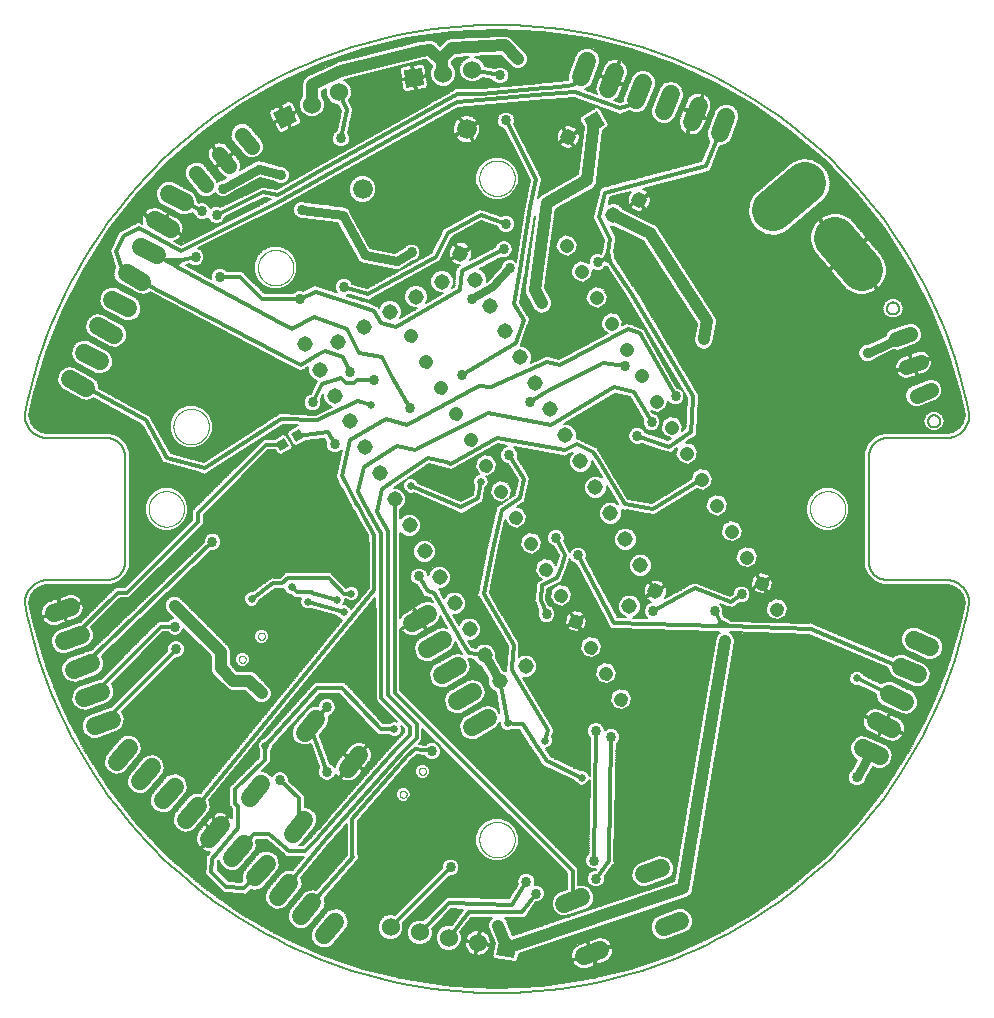
<source format=gbl>
G75*
%MOIN*%
%OFA0B0*%
%FSLAX25Y25*%
%IPPOS*%
%LPD*%
%AMOC8*
5,1,8,0,0,1.08239X$1,22.5*
%
%ADD10C,0.00600*%
%ADD11C,0.00000*%
%ADD12R,0.06000X0.06000*%
%ADD13C,0.06000*%
%ADD14C,0.06600*%
%ADD15C,0.14000*%
%ADD16C,0.06000*%
%ADD17R,0.03150X0.03150*%
%ADD18C,0.00872*%
%ADD19C,0.05937*%
%ADD20C,0.05150*%
%ADD21R,0.05150X0.05150*%
%ADD22C,0.05150*%
%ADD23C,0.05000*%
%ADD24C,0.00500*%
%ADD25C,0.01400*%
%ADD26C,0.02578*%
%ADD27C,0.01200*%
%ADD28C,0.03365*%
%ADD29C,0.04000*%
%ADD30C,0.02500*%
%ADD31C,0.03000*%
%ADD32C,0.03562*%
D10*
X0051683Y0052183D02*
X0065148Y0052183D01*
X0065365Y0052052D02*
X0065993Y0051798D01*
X0066653Y0051646D01*
X0067328Y0051599D01*
X0067725Y0051634D01*
X0066850Y0050584D01*
X0066338Y0050116D01*
X0066332Y0049962D01*
X0066233Y0049844D01*
X0066296Y0049153D01*
X0066147Y0045768D01*
X0066104Y0045725D01*
X0066110Y0044949D01*
X0066076Y0044173D01*
X0066117Y0044129D01*
X0066117Y0044069D01*
X0066671Y0043524D01*
X0067195Y0042951D01*
X0067255Y0042948D01*
X0070272Y0039977D01*
X0070273Y0039977D01*
X0071616Y0038654D01*
X0072067Y0038098D01*
X0072195Y0038084D01*
X0072287Y0037994D01*
X0073003Y0037999D01*
X0077907Y0037483D01*
X0078009Y0037385D01*
X0078713Y0037398D01*
X0079415Y0037324D01*
X0079524Y0037413D01*
X0079665Y0037416D01*
X0080154Y0037923D01*
X0080702Y0038367D01*
X0080717Y0038507D01*
X0081189Y0038996D01*
X0082134Y0038698D01*
X0083838Y0038847D01*
X0085355Y0039637D01*
X0090311Y0045544D01*
X0090826Y0047175D01*
X0090677Y0048879D01*
X0089887Y0050397D01*
X0088576Y0051496D01*
X0086945Y0052011D01*
X0085241Y0051862D01*
X0083723Y0051072D01*
X0078767Y0045165D01*
X0078253Y0043534D01*
X0078399Y0041866D01*
X0078038Y0041491D01*
X0074005Y0041916D01*
X0071898Y0043990D01*
X0070148Y0045713D01*
X0070268Y0048438D01*
X0070682Y0048935D01*
X0070741Y0048257D01*
X0071531Y0046740D01*
X0072842Y0045640D01*
X0074473Y0045126D01*
X0076177Y0045275D01*
X0077695Y0046065D01*
X0082651Y0051972D01*
X0083165Y0053603D01*
X0083016Y0055307D01*
X0082983Y0055372D01*
X0083107Y0055500D01*
X0086604Y0055500D01*
X0092512Y0050501D01*
X0093013Y0050000D01*
X0093104Y0050000D01*
X0093173Y0049941D01*
X0093879Y0050000D01*
X0098878Y0050000D01*
X0095102Y0045426D01*
X0094605Y0045583D01*
X0092901Y0045434D01*
X0091384Y0044644D01*
X0086428Y0038737D01*
X0085913Y0037106D01*
X0086062Y0035402D01*
X0086852Y0033884D01*
X0088163Y0032785D01*
X0089794Y0032270D01*
X0091498Y0032419D01*
X0093016Y0033209D01*
X0097972Y0039116D01*
X0098486Y0040747D01*
X0098337Y0042452D01*
X0098042Y0043019D01*
X0107246Y0054167D01*
X0113205Y0060929D01*
X0113205Y0050402D01*
X0103016Y0038918D01*
X0102266Y0039155D01*
X0100562Y0039006D01*
X0099044Y0038216D01*
X0094088Y0032309D01*
X0093574Y0030678D01*
X0093723Y0028974D01*
X0094513Y0027456D01*
X0095823Y0026357D01*
X0097455Y0025842D01*
X0099159Y0025992D01*
X0100676Y0026781D01*
X0105632Y0032688D01*
X0106147Y0034320D01*
X0105998Y0036024D01*
X0105824Y0036357D01*
X0116684Y0048597D01*
X0117200Y0049113D01*
X0117200Y0049179D01*
X0117244Y0049228D01*
X0117200Y0049957D01*
X0117200Y0050687D01*
X0117154Y0050733D01*
X0117150Y0050799D01*
X0117005Y0050927D01*
X0117005Y0061844D01*
X0117005Y0061844D01*
X0117005Y0061913D01*
X0134790Y0082092D01*
X0136559Y0083860D01*
X0139092Y0083595D01*
X0139111Y0083550D01*
X0139950Y0082711D01*
X0141046Y0082257D01*
X0142233Y0082257D01*
X0143329Y0082711D01*
X0144168Y0083550D01*
X0144622Y0084646D01*
X0144622Y0085833D01*
X0144168Y0086929D01*
X0143329Y0087768D01*
X0142233Y0088222D01*
X0141046Y0088222D01*
X0139950Y0087768D01*
X0139550Y0087368D01*
X0137201Y0087614D01*
X0138455Y0088868D01*
X0138455Y0092679D01*
X0186654Y0044479D01*
X0186654Y0039246D01*
X0183507Y0038101D01*
X0182255Y0036953D01*
X0181537Y0035414D01*
X0181463Y0033718D01*
X0182044Y0032122D01*
X0183191Y0030870D01*
X0184730Y0030152D01*
X0186427Y0030078D01*
X0193602Y0032690D01*
X0194854Y0033837D01*
X0195571Y0035376D01*
X0195645Y0037072D01*
X0195064Y0038668D01*
X0193917Y0039920D01*
X0192378Y0040638D01*
X0190682Y0040712D01*
X0190454Y0040629D01*
X0190454Y0046053D01*
X0131048Y0105459D01*
X0131048Y0125995D01*
X0131059Y0125967D01*
X0131078Y0125934D01*
X0137141Y0129433D01*
X0137441Y0128914D01*
X0137960Y0129214D01*
X0139960Y0125750D01*
X0142591Y0127269D01*
X0143117Y0127695D01*
X0143570Y0128198D01*
X0143939Y0128766D01*
X0144214Y0129384D01*
X0144389Y0130038D01*
X0144397Y0130112D01*
X0144556Y0129837D01*
X0145014Y0129044D01*
X0146648Y0126213D01*
X0145435Y0126538D01*
X0143739Y0126315D01*
X0137062Y0122460D01*
X0136020Y0121103D01*
X0135577Y0119450D01*
X0135801Y0117754D01*
X0136656Y0116273D01*
X0138013Y0115231D01*
X0139666Y0114789D01*
X0141362Y0115012D01*
X0148039Y0118867D01*
X0149081Y0120224D01*
X0149405Y0121433D01*
X0149604Y0121094D01*
X0150014Y0120384D01*
X0150022Y0120382D01*
X0151691Y0117542D01*
X0150435Y0117878D01*
X0148739Y0117655D01*
X0142062Y0113799D01*
X0141020Y0112442D01*
X0140577Y0110790D01*
X0140801Y0109094D01*
X0141656Y0107612D01*
X0143013Y0106571D01*
X0144666Y0106128D01*
X0146362Y0106352D01*
X0153039Y0110207D01*
X0154081Y0111564D01*
X0154523Y0113216D01*
X0154300Y0114912D01*
X0153763Y0115843D01*
X0154099Y0115756D01*
X0154206Y0115819D01*
X0155574Y0115617D01*
X0155864Y0114917D01*
X0156954Y0113827D01*
X0158082Y0113360D01*
X0160356Y0109421D01*
X0160274Y0109223D01*
X0160274Y0107681D01*
X0160863Y0106257D01*
X0161953Y0105167D01*
X0162802Y0104816D01*
X0164107Y0097926D01*
X0163445Y0099073D01*
X0162088Y0100115D01*
X0160435Y0100558D01*
X0158739Y0100334D01*
X0152062Y0096479D01*
X0151020Y0095122D01*
X0150577Y0093469D01*
X0150801Y0091773D01*
X0151656Y0090292D01*
X0153013Y0089251D01*
X0154666Y0088808D01*
X0156362Y0089031D01*
X0163039Y0092886D01*
X0164081Y0094244D01*
X0164208Y0094719D01*
X0164208Y0093957D01*
X0164602Y0093006D01*
X0165330Y0092277D01*
X0166282Y0091883D01*
X0167312Y0091883D01*
X0168263Y0092277D01*
X0168362Y0092376D01*
X0168708Y0092356D01*
X0168733Y0092330D01*
X0169530Y0092307D01*
X0170327Y0092260D01*
X0170353Y0092284D01*
X0170699Y0092274D01*
X0173682Y0087619D01*
X0173682Y0087619D01*
X0174098Y0086970D01*
X0174092Y0086937D01*
X0174542Y0086276D01*
X0174576Y0086224D01*
X0174974Y0085602D01*
X0175006Y0085595D01*
X0176156Y0083908D01*
X0178005Y0081006D01*
X0178208Y0080438D01*
X0178436Y0080330D01*
X0178571Y0080117D01*
X0179160Y0079986D01*
X0189254Y0075199D01*
X0189405Y0074833D01*
X0190133Y0074105D01*
X0191085Y0073711D01*
X0192115Y0073711D01*
X0193067Y0074105D01*
X0193795Y0074833D01*
X0194136Y0075657D01*
X0193794Y0051051D01*
X0193133Y0050390D01*
X0192679Y0049293D01*
X0192679Y0048107D01*
X0193133Y0047010D01*
X0193972Y0046171D01*
X0195068Y0045717D01*
X0196180Y0045717D01*
X0196154Y0045683D01*
X0195707Y0045683D01*
X0194610Y0045229D01*
X0193771Y0044390D01*
X0193317Y0043293D01*
X0193317Y0042107D01*
X0193771Y0041010D01*
X0194610Y0040171D01*
X0195707Y0039717D01*
X0196893Y0039717D01*
X0197990Y0040171D01*
X0198829Y0041010D01*
X0199283Y0042107D01*
X0199283Y0043293D01*
X0199222Y0043440D01*
X0202016Y0047186D01*
X0202482Y0047691D01*
X0202478Y0047805D01*
X0202546Y0047897D01*
X0202447Y0048577D01*
X0202414Y0049406D01*
X0203154Y0087536D01*
X0203829Y0088210D01*
X0204283Y0089307D01*
X0204283Y0090493D01*
X0203829Y0091590D01*
X0202990Y0092429D01*
X0201893Y0092883D01*
X0200707Y0092883D01*
X0199610Y0092429D01*
X0199244Y0092062D01*
X0199244Y0092493D01*
X0198790Y0093590D01*
X0197951Y0094429D01*
X0196855Y0094883D01*
X0195668Y0094883D01*
X0194572Y0094429D01*
X0193733Y0093590D01*
X0193279Y0092493D01*
X0193279Y0091307D01*
X0193733Y0090210D01*
X0194330Y0089614D01*
X0194153Y0076901D01*
X0193795Y0077767D01*
X0193067Y0078495D01*
X0192115Y0078889D01*
X0191085Y0078889D01*
X0190937Y0078828D01*
X0181191Y0083450D01*
X0179939Y0085415D01*
X0179946Y0085451D01*
X0179496Y0086110D01*
X0179496Y0086111D01*
X0179915Y0086111D01*
X0180867Y0086505D01*
X0181595Y0087233D01*
X0181989Y0088185D01*
X0181989Y0089215D01*
X0181722Y0089860D01*
X0182014Y0090855D01*
X0182056Y0090880D01*
X0182234Y0091604D01*
X0182445Y0092319D01*
X0182422Y0092361D01*
X0182433Y0092408D01*
X0182048Y0093046D01*
X0181691Y0093701D01*
X0181645Y0093714D01*
X0172071Y0109577D01*
X0173579Y0109577D01*
X0175004Y0110167D01*
X0176094Y0111257D01*
X0176683Y0112681D01*
X0176683Y0114223D01*
X0176094Y0115647D01*
X0175004Y0116737D01*
X0173579Y0117327D01*
X0172038Y0117327D01*
X0170614Y0116737D01*
X0170491Y0116614D01*
X0170702Y0120423D01*
X0170849Y0121012D01*
X0191278Y0121012D01*
X0191438Y0121610D02*
X0170558Y0121610D01*
X0170755Y0121390D02*
X0170351Y0121841D01*
X0160807Y0137748D01*
X0163658Y0152000D01*
X0166023Y0162251D01*
X0167262Y0160106D01*
X0170047Y0159359D01*
X0172545Y0160801D01*
X0173291Y0163587D01*
X0171849Y0166084D01*
X0169996Y0166581D01*
X0171831Y0167804D01*
X0172474Y0168206D01*
X0172482Y0168238D01*
X0172509Y0168256D01*
X0172658Y0169000D01*
X0173974Y0174706D01*
X0173974Y0174706D01*
X0174328Y0176240D01*
X0174309Y0176270D01*
X0173494Y0177574D01*
X0170135Y0182949D01*
X0170283Y0183307D01*
X0170283Y0184493D01*
X0169829Y0185590D01*
X0168990Y0186429D01*
X0168862Y0186481D01*
X0185331Y0183554D01*
X0185946Y0183349D01*
X0186087Y0183419D01*
X0186242Y0183392D01*
X0186774Y0183763D01*
X0188505Y0184628D01*
X0187825Y0183948D01*
X0187235Y0182524D01*
X0187235Y0180982D01*
X0187825Y0179558D01*
X0188915Y0178468D01*
X0190339Y0177878D01*
X0191881Y0177878D01*
X0193305Y0178468D01*
X0194395Y0179558D01*
X0194985Y0180982D01*
X0194985Y0181731D01*
X0195170Y0181422D01*
X0195575Y0180747D01*
X0198161Y0176437D01*
X0196881Y0176968D01*
X0195339Y0176968D01*
X0193915Y0176378D01*
X0192825Y0175288D01*
X0192235Y0173864D01*
X0192235Y0172322D01*
X0192825Y0170898D01*
X0193915Y0169808D01*
X0195339Y0169218D01*
X0196881Y0169218D01*
X0198305Y0169808D01*
X0199395Y0170898D01*
X0199985Y0172322D01*
X0199985Y0173399D01*
X0203527Y0167495D01*
X0203305Y0167718D01*
X0201881Y0168307D01*
X0200339Y0168307D01*
X0198915Y0167718D01*
X0197825Y0166628D01*
X0197235Y0165203D01*
X0197235Y0163662D01*
X0197825Y0162238D01*
X0198915Y0161148D01*
X0200339Y0160558D01*
X0201881Y0160558D01*
X0203305Y0161148D01*
X0204395Y0162238D01*
X0204985Y0163662D01*
X0204985Y0165203D01*
X0204807Y0165633D01*
X0205421Y0165536D01*
X0206103Y0165366D01*
X0206186Y0165416D01*
X0214927Y0164035D01*
X0215616Y0163868D01*
X0215692Y0163914D01*
X0215781Y0163901D01*
X0216355Y0164318D01*
X0229944Y0172592D01*
X0232009Y0172039D01*
X0234506Y0173481D01*
X0235253Y0176266D01*
X0233811Y0178764D01*
X0231025Y0179510D01*
X0228528Y0178068D01*
X0227923Y0175810D01*
X0214908Y0167885D01*
X0206973Y0169138D01*
X0198419Y0183393D01*
X0197018Y0185729D01*
X0196803Y0186304D01*
X0196625Y0186385D01*
X0196525Y0186552D01*
X0195929Y0186701D01*
X0191199Y0188851D01*
X0191147Y0188954D01*
X0190495Y0189171D01*
X0189901Y0189441D01*
X0189985Y0189643D01*
X0189985Y0191184D01*
X0189395Y0192608D01*
X0188305Y0193698D01*
X0186881Y0194288D01*
X0185667Y0194288D01*
X0202616Y0204377D01*
X0207586Y0203230D01*
X0211985Y0195898D01*
X0211817Y0195493D01*
X0211817Y0194307D01*
X0212271Y0193210D01*
X0213110Y0192371D01*
X0214207Y0191917D01*
X0215393Y0191917D01*
X0216490Y0192371D01*
X0217329Y0193210D01*
X0217783Y0194307D01*
X0217783Y0195493D01*
X0217329Y0196590D01*
X0216490Y0197429D01*
X0215393Y0197883D01*
X0215226Y0197883D01*
X0214787Y0198615D01*
X0217009Y0198020D01*
X0219506Y0199461D01*
X0220173Y0201949D01*
X0220271Y0201710D01*
X0221110Y0200871D01*
X0222207Y0200417D01*
X0223393Y0200417D01*
X0224490Y0200871D01*
X0225329Y0201710D01*
X0225783Y0202807D01*
X0225783Y0203993D01*
X0225477Y0204731D01*
X0226569Y0202900D01*
X0226247Y0197099D01*
X0226219Y0197073D01*
X0226201Y0196278D01*
X0226157Y0195484D01*
X0226183Y0195455D01*
X0226123Y0192778D01*
X0224796Y0191881D01*
X0225253Y0193587D01*
X0223811Y0196084D01*
X0221025Y0196831D01*
X0218528Y0195389D01*
X0217781Y0192603D01*
X0219223Y0190106D01*
X0221332Y0189541D01*
X0220400Y0188911D01*
X0212736Y0191490D01*
X0212529Y0191990D01*
X0211690Y0192829D01*
X0210593Y0193283D01*
X0209407Y0193283D01*
X0208310Y0192829D01*
X0207471Y0191990D01*
X0207017Y0190893D01*
X0207017Y0189707D01*
X0207471Y0188610D01*
X0208310Y0187771D01*
X0209407Y0187317D01*
X0210593Y0187317D01*
X0211490Y0187689D01*
X0219421Y0185020D01*
X0219507Y0184894D01*
X0220189Y0184762D01*
X0220847Y0184540D01*
X0220984Y0184608D01*
X0221133Y0184579D01*
X0221709Y0184968D01*
X0222331Y0185277D01*
X0222380Y0185421D01*
X0223354Y0186079D01*
X0222781Y0183943D01*
X0224223Y0181445D01*
X0227009Y0180699D01*
X0229506Y0182141D01*
X0230253Y0184927D01*
X0228811Y0187424D01*
X0226328Y0188089D01*
X0228692Y0189686D01*
X0228884Y0189682D01*
X0229360Y0190138D01*
X0229906Y0190507D01*
X0229943Y0190695D01*
X0230081Y0190827D01*
X0230096Y0191486D01*
X0230221Y0192133D01*
X0230114Y0192292D01*
X0230199Y0196122D01*
X0230586Y0203097D01*
X0230742Y0203713D01*
X0230631Y0203900D01*
X0230643Y0204116D01*
X0230219Y0204590D01*
X0210224Y0238104D01*
X0210224Y0238105D01*
X0210195Y0238154D01*
X0210206Y0238211D01*
X0209774Y0238859D01*
X0209376Y0239527D01*
X0209376Y0239527D01*
X0208893Y0240336D01*
X0208769Y0240368D01*
X0202885Y0249194D01*
X0202795Y0249425D01*
X0202464Y0251184D01*
X0202533Y0251321D01*
X0202419Y0251665D01*
X0202957Y0255555D01*
X0203157Y0256179D01*
X0203068Y0256353D01*
X0203095Y0256546D01*
X0202699Y0257069D01*
X0201144Y0260088D01*
X0201269Y0260037D01*
X0202446Y0260037D01*
X0212023Y0255341D01*
X0229835Y0227685D01*
X0228937Y0222295D01*
X0229233Y0221016D01*
X0229996Y0219948D01*
X0231110Y0219253D01*
X0232405Y0219037D01*
X0233684Y0219333D01*
X0234752Y0220096D01*
X0235447Y0221210D01*
X0236542Y0227779D01*
X0236664Y0228343D01*
X0236650Y0228424D01*
X0236663Y0228505D01*
X0236533Y0229067D01*
X0236430Y0229635D01*
X0236385Y0229704D01*
X0236367Y0229784D01*
X0236031Y0230253D01*
X0217292Y0259349D01*
X0217210Y0259589D01*
X0216940Y0259895D01*
X0216719Y0260239D01*
X0216510Y0260383D01*
X0216342Y0260574D01*
X0215975Y0260754D01*
X0215640Y0260986D01*
X0215391Y0261040D01*
X0205392Y0265943D01*
X0205324Y0266106D01*
X0204234Y0267196D01*
X0202810Y0267786D01*
X0201269Y0267786D01*
X0200490Y0267464D01*
X0201044Y0269722D01*
X0207798Y0271489D01*
X0207690Y0271382D01*
X0207266Y0270747D01*
X0206974Y0270042D01*
X0206825Y0269293D01*
X0206825Y0268530D01*
X0206974Y0267781D01*
X0207199Y0267237D01*
X0210290Y0269021D01*
X0210590Y0268502D01*
X0211109Y0268802D01*
X0210809Y0269321D01*
X0213895Y0271103D01*
X0213709Y0271382D01*
X0213170Y0271921D01*
X0212535Y0272345D01*
X0211967Y0272581D01*
X0232647Y0277993D01*
X0232782Y0277935D01*
X0233431Y0278198D01*
X0234108Y0278375D01*
X0234182Y0278501D01*
X0234318Y0278556D01*
X0234591Y0279201D01*
X0234945Y0279805D01*
X0234907Y0279947D01*
X0237795Y0286756D01*
X0238394Y0286761D01*
X0239969Y0287430D01*
X0241168Y0288650D01*
X0244056Y0295799D01*
X0244041Y0297509D01*
X0243373Y0299084D01*
X0242153Y0300283D01*
X0240567Y0300924D01*
X0238856Y0300909D01*
X0237281Y0300241D01*
X0236082Y0299021D01*
X0233194Y0291871D01*
X0233209Y0290161D01*
X0233877Y0288586D01*
X0234124Y0288344D01*
X0231343Y0281786D01*
X0199370Y0273418D01*
X0199058Y0273495D01*
X0198598Y0273216D01*
X0198078Y0273080D01*
X0197915Y0272803D01*
X0197641Y0272636D01*
X0197512Y0272114D01*
X0197241Y0271650D01*
X0197322Y0271339D01*
X0195429Y0263620D01*
X0195197Y0262897D01*
X0195234Y0262826D01*
X0195215Y0262749D01*
X0195608Y0262099D01*
X0198932Y0255647D01*
X0198457Y0252219D01*
X0198255Y0251923D01*
X0198284Y0251774D01*
X0197842Y0250897D01*
X0197393Y0251083D01*
X0196207Y0251083D01*
X0195110Y0250629D01*
X0194271Y0249790D01*
X0193817Y0248693D01*
X0193817Y0248034D01*
X0193811Y0248046D01*
X0191025Y0248792D01*
X0188528Y0247350D01*
X0187781Y0244565D01*
X0189223Y0242067D01*
X0192009Y0241321D01*
X0194506Y0242763D01*
X0195244Y0245516D01*
X0196207Y0245117D01*
X0197393Y0245117D01*
X0198490Y0245571D01*
X0199329Y0246410D01*
X0199487Y0246792D01*
X0199759Y0246672D01*
X0199895Y0246468D01*
X0206391Y0236723D01*
X0225166Y0205252D01*
X0224490Y0205929D01*
X0223393Y0206383D01*
X0223284Y0206383D01*
X0212493Y0225266D01*
X0212204Y0225903D01*
X0212109Y0225938D01*
X0212059Y0226026D01*
X0211385Y0226210D01*
X0208139Y0227427D01*
X0208106Y0227489D01*
X0207411Y0227700D01*
X0206730Y0227955D01*
X0206667Y0227927D01*
X0206600Y0227947D01*
X0205959Y0227605D01*
X0205297Y0227304D01*
X0205273Y0227239D01*
X0204940Y0227061D01*
X0205253Y0228228D01*
X0203811Y0230725D01*
X0201025Y0231472D01*
X0198528Y0230030D01*
X0197781Y0227244D01*
X0199223Y0224747D01*
X0200140Y0224501D01*
X0184026Y0215907D01*
X0180338Y0216727D01*
X0179722Y0216955D01*
X0179588Y0216893D01*
X0179444Y0216925D01*
X0178889Y0216572D01*
X0174552Y0214580D01*
X0174985Y0215623D01*
X0174985Y0217165D01*
X0174395Y0218589D01*
X0173305Y0219679D01*
X0171881Y0220269D01*
X0171344Y0220269D01*
X0171421Y0220554D01*
X0173779Y0227629D01*
X0173849Y0227671D01*
X0174025Y0228366D01*
X0174251Y0229046D01*
X0174215Y0229118D01*
X0174235Y0229197D01*
X0173868Y0229813D01*
X0173547Y0230454D01*
X0173471Y0230479D01*
X0171091Y0234470D01*
X0172788Y0244356D01*
X0172798Y0244363D01*
X0172921Y0245130D01*
X0173052Y0245895D01*
X0173045Y0245905D01*
X0175856Y0263455D01*
X0172563Y0239582D01*
X0172447Y0239175D01*
X0172474Y0238938D01*
X0172441Y0238701D01*
X0172548Y0238291D01*
X0172596Y0237871D01*
X0172713Y0237662D01*
X0172773Y0237430D01*
X0173029Y0237093D01*
X0175734Y0232224D01*
X0176762Y0231407D01*
X0178025Y0231047D01*
X0179329Y0231196D01*
X0180476Y0231834D01*
X0181293Y0232862D01*
X0181653Y0234125D01*
X0181503Y0235429D01*
X0179220Y0239540D01*
X0182844Y0265816D01*
X0194559Y0272325D01*
X0194813Y0272395D01*
X0195128Y0272640D01*
X0195476Y0272834D01*
X0195640Y0273041D01*
X0195848Y0273203D01*
X0196045Y0273550D01*
X0196293Y0273862D01*
X0196365Y0274116D01*
X0196495Y0274345D01*
X0196544Y0274741D01*
X0196653Y0275125D01*
X0196623Y0275387D01*
X0198686Y0292142D01*
X0200333Y0293093D01*
X0200612Y0294134D01*
X0197499Y0299526D01*
X0196458Y0299805D01*
X0191066Y0296691D01*
X0190787Y0295651D01*
X0192173Y0293252D01*
X0190230Y0277469D01*
X0178562Y0270987D01*
X0178330Y0270927D01*
X0177993Y0270671D01*
X0177624Y0270466D01*
X0177475Y0270279D01*
X0177284Y0270134D01*
X0177070Y0269769D01*
X0176992Y0269670D01*
X0178142Y0275421D01*
X0178350Y0276067D01*
X0178293Y0276177D01*
X0178317Y0276299D01*
X0177941Y0276864D01*
X0169040Y0294221D01*
X0169283Y0294807D01*
X0169283Y0295993D01*
X0168829Y0297090D01*
X0167990Y0297929D01*
X0166893Y0298383D01*
X0165707Y0298383D01*
X0164610Y0297929D01*
X0163771Y0297090D01*
X0163317Y0295993D01*
X0163317Y0294807D01*
X0163771Y0293710D01*
X0164610Y0292871D01*
X0165691Y0292424D01*
X0174307Y0275623D01*
X0172698Y0267579D01*
X0172664Y0267554D01*
X0172545Y0266813D01*
X0172398Y0266078D01*
X0172422Y0266042D01*
X0169586Y0248333D01*
X0169190Y0248729D01*
X0168093Y0249183D01*
X0166907Y0249183D01*
X0165810Y0248729D01*
X0164971Y0247890D01*
X0164517Y0246793D01*
X0164517Y0246661D01*
X0160358Y0241896D01*
X0159985Y0241681D01*
X0159985Y0243146D01*
X0159395Y0244570D01*
X0158305Y0245660D01*
X0157483Y0246000D01*
X0164475Y0249696D01*
X0164907Y0249517D01*
X0166093Y0249517D01*
X0167190Y0249971D01*
X0168029Y0250810D01*
X0168483Y0251907D01*
X0168483Y0253093D01*
X0168029Y0254190D01*
X0167190Y0255029D01*
X0166093Y0255483D01*
X0164907Y0255483D01*
X0163810Y0255029D01*
X0162971Y0254190D01*
X0162566Y0253212D01*
X0154307Y0248846D01*
X0154544Y0249200D01*
X0154836Y0249905D01*
X0154985Y0250654D01*
X0154985Y0251417D01*
X0154836Y0252165D01*
X0154610Y0252710D01*
X0151520Y0250925D01*
X0151220Y0251445D01*
X0154306Y0253227D01*
X0154120Y0253505D01*
X0153580Y0254045D01*
X0152945Y0254469D01*
X0152240Y0254761D01*
X0151492Y0254910D01*
X0150728Y0254910D01*
X0149980Y0254761D01*
X0149435Y0254536D01*
X0151220Y0251445D01*
X0150700Y0251145D01*
X0151000Y0250625D01*
X0147914Y0248844D01*
X0148100Y0248565D01*
X0148640Y0248025D01*
X0149275Y0247601D01*
X0149980Y0247309D01*
X0150728Y0247160D01*
X0151118Y0247160D01*
X0151079Y0247140D01*
X0150832Y0247159D01*
X0150370Y0246765D01*
X0149833Y0246481D01*
X0149760Y0246245D01*
X0149572Y0246084D01*
X0149524Y0245478D01*
X0149345Y0244898D01*
X0149460Y0244679D01*
X0149089Y0240006D01*
X0148236Y0239513D01*
X0148824Y0240934D01*
X0148824Y0242476D01*
X0148235Y0243900D01*
X0147145Y0244990D01*
X0145720Y0245580D01*
X0144179Y0245580D01*
X0142755Y0244990D01*
X0141665Y0243900D01*
X0141075Y0242476D01*
X0141075Y0240934D01*
X0141665Y0239510D01*
X0142755Y0238420D01*
X0144179Y0237830D01*
X0145321Y0237830D01*
X0139575Y0234512D01*
X0140164Y0235934D01*
X0140164Y0237476D01*
X0139574Y0238900D01*
X0138484Y0239990D01*
X0137060Y0240580D01*
X0135519Y0240580D01*
X0134095Y0239990D01*
X0133005Y0238900D01*
X0132415Y0237476D01*
X0132415Y0235934D01*
X0133005Y0234510D01*
X0134095Y0233420D01*
X0135519Y0232830D01*
X0136663Y0232830D01*
X0130914Y0229511D01*
X0131504Y0230934D01*
X0131504Y0232476D01*
X0130914Y0233900D01*
X0129824Y0234990D01*
X0128400Y0235580D01*
X0126858Y0235580D01*
X0125434Y0234990D01*
X0124344Y0233900D01*
X0123967Y0232988D01*
X0123812Y0233349D01*
X0123688Y0233399D01*
X0123621Y0233515D01*
X0122934Y0233700D01*
X0121741Y0234177D01*
X0121707Y0234245D01*
X0120982Y0234481D01*
X0120274Y0234765D01*
X0120204Y0234735D01*
X0113162Y0237028D01*
X0113990Y0237371D01*
X0113997Y0237379D01*
X0119008Y0235813D01*
X0119021Y0235789D01*
X0119756Y0235580D01*
X0120484Y0235352D01*
X0120509Y0235364D01*
X0120535Y0235357D01*
X0121202Y0235728D01*
X0121879Y0236082D01*
X0121887Y0236108D01*
X0143568Y0248153D01*
X0144147Y0248346D01*
X0144237Y0248525D01*
X0144411Y0248621D01*
X0144578Y0249208D01*
X0148233Y0256517D01*
X0157966Y0261826D01*
X0163496Y0259875D01*
X0163771Y0259210D01*
X0164610Y0258371D01*
X0165707Y0257917D01*
X0166893Y0257917D01*
X0167990Y0258371D01*
X0168829Y0259210D01*
X0169283Y0260307D01*
X0169283Y0261493D01*
X0168829Y0262590D01*
X0167990Y0263429D01*
X0166893Y0263883D01*
X0165707Y0263883D01*
X0164718Y0263473D01*
X0159119Y0265449D01*
X0159091Y0265501D01*
X0158385Y0265708D01*
X0157690Y0265954D01*
X0157637Y0265928D01*
X0157581Y0265945D01*
X0156935Y0265592D01*
X0156270Y0265274D01*
X0156251Y0265219D01*
X0146039Y0259649D01*
X0145453Y0259454D01*
X0145367Y0259283D01*
X0145199Y0259191D01*
X0145025Y0258598D01*
X0141363Y0251275D01*
X0120089Y0239456D01*
X0115061Y0241028D01*
X0114829Y0241590D01*
X0113990Y0242429D01*
X0112893Y0242883D01*
X0111707Y0242883D01*
X0110610Y0242429D01*
X0109771Y0241590D01*
X0109317Y0240493D01*
X0109317Y0239307D01*
X0109771Y0238210D01*
X0109887Y0238095D01*
X0103456Y0240190D01*
X0102714Y0240463D01*
X0102674Y0240445D01*
X0102632Y0240458D01*
X0101927Y0240100D01*
X0098771Y0238643D01*
X0098193Y0238883D01*
X0097007Y0238883D01*
X0095910Y0238429D01*
X0095382Y0237900D01*
X0093246Y0237900D01*
X0093073Y0237727D01*
X0085944Y0237727D01*
X0079644Y0244027D01*
X0078472Y0245198D01*
X0073220Y0245198D01*
X0072590Y0245829D01*
X0071493Y0246283D01*
X0070307Y0246283D01*
X0069210Y0245829D01*
X0068371Y0244990D01*
X0067917Y0243893D01*
X0067917Y0242707D01*
X0067970Y0242579D01*
X0059649Y0247157D01*
X0060991Y0247491D01*
X0061110Y0247371D01*
X0062207Y0246917D01*
X0063393Y0246917D01*
X0064490Y0247371D01*
X0065329Y0248210D01*
X0065783Y0249307D01*
X0065783Y0250493D01*
X0065329Y0251590D01*
X0064490Y0252429D01*
X0063733Y0252742D01*
X0089991Y0265871D01*
X0090039Y0265857D01*
X0090688Y0266220D01*
X0091354Y0266553D01*
X0091370Y0266600D01*
X0150372Y0299543D01*
X0179214Y0302099D01*
X0181087Y0302265D01*
X0189045Y0302970D01*
X0203546Y0297653D01*
X0204154Y0297349D01*
X0204270Y0297387D01*
X0204385Y0297345D01*
X0205002Y0297631D01*
X0207599Y0298497D01*
X0208868Y0297984D01*
X0210579Y0297999D01*
X0212153Y0298668D01*
X0213352Y0299888D01*
X0216241Y0307037D01*
X0216226Y0308748D01*
X0215557Y0310322D01*
X0214337Y0311521D01*
X0212751Y0312162D01*
X0211041Y0312147D01*
X0209466Y0311479D01*
X0208267Y0310259D01*
X0205378Y0303110D01*
X0205390Y0301766D01*
X0204330Y0301413D01*
X0202287Y0302162D01*
X0202406Y0302212D01*
X0202980Y0302571D01*
X0203490Y0303015D01*
X0203925Y0303533D01*
X0204274Y0304113D01*
X0205412Y0306930D01*
X0201704Y0308429D01*
X0201928Y0308985D01*
X0205637Y0307487D01*
X0206775Y0310304D01*
X0206927Y0310963D01*
X0206975Y0311639D01*
X0206916Y0312313D01*
X0206752Y0312970D01*
X0206488Y0313593D01*
X0206129Y0314167D01*
X0205685Y0314677D01*
X0205166Y0315112D01*
X0204586Y0315461D01*
X0204551Y0315475D01*
X0201928Y0308985D01*
X0201372Y0309210D01*
X0203994Y0315700D01*
X0203959Y0315715D01*
X0203299Y0315867D01*
X0202624Y0315914D01*
X0201950Y0315855D01*
X0201293Y0315691D01*
X0200670Y0315427D01*
X0200096Y0315068D01*
X0199585Y0314624D01*
X0199150Y0314106D01*
X0198801Y0313526D01*
X0197663Y0310708D01*
X0201372Y0309210D01*
X0201147Y0308654D01*
X0197438Y0310152D01*
X0196300Y0307335D01*
X0196148Y0306675D01*
X0196101Y0306000D01*
X0196160Y0305326D01*
X0196324Y0304669D01*
X0196485Y0304289D01*
X0192578Y0305722D01*
X0193610Y0306160D01*
X0194809Y0307380D01*
X0197697Y0314529D01*
X0197682Y0316240D01*
X0197014Y0317814D01*
X0195794Y0319013D01*
X0194208Y0319654D01*
X0192497Y0319639D01*
X0190922Y0318971D01*
X0189723Y0317751D01*
X0186835Y0310602D01*
X0186850Y0308891D01*
X0186887Y0308802D01*
X0180189Y0308209D01*
X0178180Y0308209D01*
X0177984Y0308013D01*
X0158175Y0306258D01*
X0149159Y0306258D01*
X0148282Y0305382D01*
X0147746Y0305334D01*
X0147141Y0304611D01*
X0142070Y0301780D01*
X0142049Y0301785D01*
X0141385Y0301397D01*
X0140714Y0301023D01*
X0104472Y0280788D01*
X0089854Y0272635D01*
X0085758Y0273252D01*
X0085181Y0273453D01*
X0085002Y0273366D01*
X0084805Y0273396D01*
X0084314Y0273033D01*
X0071045Y0266613D01*
X0070393Y0266883D01*
X0069207Y0266883D01*
X0068110Y0266429D01*
X0067805Y0266123D01*
X0067529Y0266790D01*
X0066690Y0267629D01*
X0065593Y0268083D01*
X0064407Y0268083D01*
X0063964Y0267899D01*
X0063508Y0268137D01*
X0063549Y0268557D01*
X0063049Y0270193D01*
X0061961Y0271512D01*
X0055152Y0275132D01*
X0053450Y0275296D01*
X0051814Y0274796D01*
X0050494Y0273708D01*
X0049691Y0272198D01*
X0049527Y0270495D01*
X0050027Y0268859D01*
X0051115Y0267539D01*
X0057923Y0263919D01*
X0059626Y0263755D01*
X0061262Y0264255D01*
X0061665Y0264587D01*
X0062072Y0264374D01*
X0062471Y0263410D01*
X0063310Y0262571D01*
X0064407Y0262117D01*
X0065593Y0262117D01*
X0066690Y0262571D01*
X0066995Y0262877D01*
X0067271Y0262210D01*
X0068110Y0261371D01*
X0069207Y0260917D01*
X0070393Y0260917D01*
X0071490Y0261371D01*
X0072329Y0262210D01*
X0072744Y0263214D01*
X0085598Y0269434D01*
X0087919Y0269084D01*
X0057830Y0254039D01*
X0055723Y0255168D01*
X0056073Y0255275D01*
X0056681Y0255571D01*
X0057236Y0255960D01*
X0057722Y0256430D01*
X0058130Y0256970D01*
X0058148Y0257004D01*
X0051967Y0260291D01*
X0052249Y0260820D01*
X0058429Y0257534D01*
X0058447Y0257568D01*
X0058668Y0258208D01*
X0058785Y0258874D01*
X0058797Y0259551D01*
X0058703Y0260221D01*
X0058505Y0260869D01*
X0058208Y0261477D01*
X0057820Y0262031D01*
X0057350Y0262518D01*
X0056809Y0262926D01*
X0054127Y0264352D01*
X0052249Y0260820D01*
X0051719Y0261102D01*
X0051437Y0260572D01*
X0045257Y0263859D01*
X0045239Y0263825D01*
X0045018Y0263185D01*
X0044901Y0262518D01*
X0044889Y0261841D01*
X0044983Y0261171D01*
X0045039Y0260990D01*
X0044554Y0261151D01*
X0044003Y0261446D01*
X0043828Y0261393D01*
X0043654Y0261451D01*
X0043095Y0261172D01*
X0042497Y0260991D01*
X0042410Y0260829D01*
X0038071Y0258660D01*
X0037453Y0258454D01*
X0037384Y0258316D01*
X0037246Y0258247D01*
X0037040Y0257629D01*
X0034614Y0252776D01*
X0034254Y0252108D01*
X0034264Y0252076D01*
X0034249Y0252046D01*
X0034488Y0251327D01*
X0035926Y0246536D01*
X0035944Y0246343D01*
X0035607Y0245709D01*
X0035443Y0244006D01*
X0035943Y0242371D01*
X0037031Y0241051D01*
X0043839Y0237431D01*
X0045542Y0237267D01*
X0047178Y0237767D01*
X0047643Y0238151D01*
X0085402Y0218225D01*
X0090234Y0215590D01*
X0090246Y0215553D01*
X0090920Y0215216D01*
X0091581Y0214855D01*
X0091619Y0214866D01*
X0096444Y0212454D01*
X0096555Y0212263D01*
X0097126Y0212113D01*
X0097654Y0211849D01*
X0097864Y0211919D01*
X0098078Y0211862D01*
X0098587Y0212160D01*
X0099147Y0212346D01*
X0099246Y0212544D01*
X0100274Y0213143D01*
X0100274Y0211604D01*
X0100864Y0210180D01*
X0101954Y0209090D01*
X0103252Y0208552D01*
X0103112Y0208272D01*
X0102753Y0207600D01*
X0102762Y0207572D01*
X0101157Y0204362D01*
X0100110Y0203929D01*
X0099271Y0203090D01*
X0098817Y0201993D01*
X0098817Y0200807D01*
X0099271Y0199710D01*
X0100110Y0198871D01*
X0101207Y0198417D01*
X0102393Y0198417D01*
X0103490Y0198871D01*
X0104329Y0199710D01*
X0104783Y0200807D01*
X0104783Y0201993D01*
X0104528Y0202608D01*
X0105274Y0204099D01*
X0105274Y0202944D01*
X0105864Y0201520D01*
X0106954Y0200430D01*
X0108251Y0199892D01*
X0102904Y0197318D01*
X0091540Y0197792D01*
X0090929Y0197923D01*
X0090775Y0197823D01*
X0090593Y0197831D01*
X0090132Y0197408D01*
X0065487Y0181461D01*
X0054572Y0184517D01*
X0048062Y0196142D01*
X0047900Y0196692D01*
X0047690Y0196807D01*
X0047573Y0197015D01*
X0047021Y0197171D01*
X0030623Y0206099D01*
X0030686Y0206750D01*
X0030186Y0208386D01*
X0029098Y0209706D01*
X0022289Y0213326D01*
X0020587Y0213490D01*
X0018951Y0212990D01*
X0017631Y0211902D01*
X0016828Y0210391D01*
X0016664Y0208689D01*
X0017164Y0207053D01*
X0018252Y0205733D01*
X0025060Y0202113D01*
X0026763Y0201949D01*
X0028399Y0202449D01*
X0028789Y0202771D01*
X0044910Y0193993D01*
X0051259Y0182656D01*
X0051258Y0182654D01*
X0051645Y0181967D01*
X0052027Y0181285D01*
X0052029Y0181284D01*
X0052030Y0181283D01*
X0052788Y0181070D01*
X0053542Y0180858D01*
X0053544Y0180859D01*
X0064595Y0177764D01*
X0064632Y0177707D01*
X0065344Y0177555D01*
X0066046Y0177358D01*
X0066105Y0177392D01*
X0066171Y0177377D01*
X0066783Y0177773D01*
X0067417Y0178130D01*
X0067436Y0178195D01*
X0091825Y0193976D01*
X0096953Y0193763D01*
X0093493Y0191765D01*
X0093214Y0190725D01*
X0095327Y0187064D01*
X0096368Y0186786D01*
X0099538Y0188616D01*
X0105767Y0189279D01*
X0106418Y0188237D01*
X0106317Y0187993D01*
X0106317Y0186807D01*
X0106771Y0185710D01*
X0107610Y0184871D01*
X0108707Y0184417D01*
X0109893Y0184417D01*
X0110990Y0184871D01*
X0111588Y0185470D01*
X0109767Y0177309D01*
X0109549Y0176654D01*
X0109598Y0176554D01*
X0109574Y0176446D01*
X0109944Y0175863D01*
X0110766Y0174220D01*
X0110755Y0174184D01*
X0111115Y0173521D01*
X0111453Y0172846D01*
X0111488Y0172834D01*
X0113910Y0168379D01*
X0113898Y0168337D01*
X0113898Y0168337D01*
X0113898Y0168336D01*
X0114277Y0167674D01*
X0114300Y0167634D01*
X0114579Y0167147D01*
X0114649Y0167018D01*
X0114649Y0167018D01*
X0114747Y0166837D01*
X0115032Y0166267D01*
X0115392Y0165547D01*
X0115519Y0165505D01*
X0117340Y0162326D01*
X0117340Y0162326D01*
X0120285Y0157183D01*
X0120406Y0156656D01*
X0120518Y0152861D01*
X0120518Y0139579D01*
X0114698Y0132477D01*
X0114495Y0132967D01*
X0113767Y0133695D01*
X0112815Y0134089D01*
X0112050Y0134089D01*
X0112195Y0134233D01*
X0112589Y0135185D01*
X0112589Y0135778D01*
X0112939Y0135778D01*
X0113233Y0135483D01*
X0114185Y0135089D01*
X0115215Y0135089D01*
X0116167Y0135483D01*
X0116895Y0136211D01*
X0117289Y0137163D01*
X0117289Y0138193D01*
X0116895Y0139144D01*
X0116167Y0139873D01*
X0115215Y0140267D01*
X0114185Y0140267D01*
X0113233Y0139873D01*
X0113058Y0139697D01*
X0109110Y0143645D01*
X0107997Y0144758D01*
X0092745Y0144758D01*
X0091632Y0143645D01*
X0090986Y0143000D01*
X0088846Y0143000D01*
X0088212Y0143098D01*
X0088079Y0143000D01*
X0087913Y0143000D01*
X0087460Y0142547D01*
X0081919Y0138489D01*
X0081085Y0138489D01*
X0080133Y0138095D01*
X0079405Y0137367D01*
X0079011Y0136415D01*
X0079011Y0135385D01*
X0079405Y0134433D01*
X0080133Y0133705D01*
X0081085Y0133311D01*
X0082115Y0133311D01*
X0083067Y0133705D01*
X0083795Y0134433D01*
X0084189Y0135385D01*
X0084189Y0135441D01*
X0089321Y0139200D01*
X0092245Y0139200D01*
X0092616Y0138303D01*
X0093344Y0137575D01*
X0094296Y0137180D01*
X0094713Y0137180D01*
X0095704Y0136189D01*
X0097890Y0136189D01*
X0097611Y0135515D01*
X0097611Y0134485D01*
X0098005Y0133533D01*
X0098733Y0132805D01*
X0099685Y0132411D01*
X0100715Y0132411D01*
X0101372Y0132683D01*
X0110047Y0130174D01*
X0110105Y0130033D01*
X0110833Y0129305D01*
X0111778Y0128914D01*
X0064435Y0071146D01*
X0063964Y0071294D01*
X0062259Y0071145D01*
X0060742Y0070355D01*
X0055786Y0064449D01*
X0055271Y0062817D01*
X0055421Y0061113D01*
X0056210Y0059596D01*
X0057521Y0058496D01*
X0059152Y0057982D01*
X0060856Y0058131D01*
X0062374Y0058921D01*
X0067330Y0064828D01*
X0067845Y0066459D01*
X0067695Y0068163D01*
X0067388Y0068754D01*
X0122774Y0136336D01*
X0122797Y0129391D01*
X0122797Y0128608D01*
X0122799Y0128605D01*
X0122799Y0128601D01*
X0122848Y0113893D01*
X0122848Y0102063D01*
X0123961Y0100950D01*
X0130040Y0094872D01*
X0129515Y0095089D01*
X0128485Y0095089D01*
X0127533Y0094695D01*
X0127339Y0094500D01*
X0125368Y0094500D01*
X0113590Y0107099D01*
X0113590Y0107153D01*
X0113030Y0107699D01*
X0112495Y0108271D01*
X0112442Y0108273D01*
X0112404Y0108310D01*
X0111621Y0108300D01*
X0110839Y0108327D01*
X0110801Y0108290D01*
X0104155Y0108209D01*
X0104118Y0108242D01*
X0103333Y0108199D01*
X0102547Y0108190D01*
X0102513Y0108154D01*
X0102464Y0108152D01*
X0101939Y0107566D01*
X0101390Y0107004D01*
X0101391Y0106955D01*
X0085735Y0089489D01*
X0085585Y0089489D01*
X0084633Y0089095D01*
X0083905Y0088367D01*
X0083511Y0087415D01*
X0083511Y0086385D01*
X0083905Y0085433D01*
X0084100Y0085239D01*
X0084100Y0083192D01*
X0074128Y0073220D01*
X0074128Y0066839D01*
X0074800Y0066167D01*
X0074800Y0062776D01*
X0074614Y0063074D01*
X0074170Y0063585D01*
X0074141Y0063610D01*
X0069641Y0058247D01*
X0069181Y0058633D01*
X0068796Y0058173D01*
X0069255Y0057788D01*
X0064756Y0052425D01*
X0064785Y0052401D01*
X0065365Y0052052D01*
X0065055Y0052781D02*
X0051111Y0052781D01*
X0050540Y0053380D02*
X0063802Y0053380D01*
X0063823Y0053346D02*
X0064267Y0052836D01*
X0064296Y0052811D01*
X0068796Y0058173D01*
X0065732Y0060744D01*
X0063779Y0058417D01*
X0063430Y0057837D01*
X0063176Y0057209D01*
X0063024Y0056550D01*
X0062977Y0055874D01*
X0063036Y0055200D01*
X0063200Y0054544D01*
X0063464Y0053920D01*
X0063823Y0053346D01*
X0063440Y0053978D02*
X0049968Y0053978D01*
X0049396Y0054577D02*
X0063191Y0054577D01*
X0063042Y0055175D02*
X0048824Y0055175D01*
X0048253Y0055774D02*
X0062986Y0055774D01*
X0063012Y0056372D02*
X0047681Y0056372D01*
X0047109Y0056971D02*
X0063121Y0056971D01*
X0063322Y0057569D02*
X0046537Y0057569D01*
X0045966Y0058168D02*
X0058562Y0058168D01*
X0057199Y0058766D02*
X0045394Y0058766D01*
X0044822Y0059365D02*
X0056486Y0059365D01*
X0056019Y0059963D02*
X0044250Y0059963D01*
X0043679Y0060562D02*
X0055707Y0060562D01*
X0055416Y0061161D02*
X0043153Y0061161D01*
X0043368Y0060887D02*
X0034024Y0072744D01*
X0025847Y0085436D01*
X0018912Y0098846D01*
X0013282Y0112854D01*
X0009007Y0127334D01*
X0007430Y0134530D01*
X0007497Y0135385D01*
X0008104Y0137252D01*
X0009257Y0138840D01*
X0010845Y0139994D01*
X0012712Y0140601D01*
X0013694Y0140678D01*
X0034872Y0140678D01*
X0037630Y0141821D01*
X0039742Y0143932D01*
X0040884Y0146691D01*
X0040884Y0185109D01*
X0039742Y0187868D01*
X0037630Y0189979D01*
X0034872Y0191122D01*
X0013694Y0191122D01*
X0012712Y0191199D01*
X0010845Y0191806D01*
X0009257Y0192960D01*
X0008104Y0194548D01*
X0007497Y0196415D01*
X0007430Y0197270D01*
X0009007Y0204466D01*
X0013282Y0218946D01*
X0018912Y0232954D01*
X0025847Y0246364D01*
X0034024Y0259056D01*
X0043368Y0270913D01*
X0053797Y0281830D01*
X0065215Y0291707D01*
X0077519Y0300456D01*
X0090598Y0307997D01*
X0104334Y0314261D01*
X0118603Y0319194D01*
X0133276Y0322749D01*
X0148220Y0324895D01*
X0163300Y0325613D01*
X0178380Y0324895D01*
X0193324Y0322749D01*
X0207997Y0319194D01*
X0222266Y0314261D01*
X0236002Y0307997D01*
X0249081Y0300456D01*
X0261385Y0291707D01*
X0272803Y0281830D01*
X0283232Y0270913D01*
X0292576Y0259056D01*
X0300753Y0246364D01*
X0307688Y0232954D01*
X0313318Y0218946D01*
X0317593Y0204466D01*
X0319170Y0197270D01*
X0319103Y0196415D01*
X0318496Y0194548D01*
X0317343Y0192960D01*
X0315755Y0191806D01*
X0313888Y0191199D01*
X0312906Y0191122D01*
X0291728Y0191122D01*
X0288970Y0189979D01*
X0288970Y0189979D01*
X0286858Y0187868D01*
X0285716Y0185109D01*
X0285716Y0146691D01*
X0286858Y0143932D01*
X0288970Y0141821D01*
X0291728Y0140678D01*
X0312906Y0140678D01*
X0313888Y0140601D01*
X0315755Y0139994D01*
X0317343Y0138840D01*
X0318496Y0137252D01*
X0319103Y0135385D01*
X0319170Y0134530D01*
X0317593Y0127334D01*
X0313318Y0112854D01*
X0307688Y0098846D01*
X0300753Y0085436D01*
X0292576Y0072744D01*
X0283232Y0060887D01*
X0272803Y0049970D01*
X0261385Y0040093D01*
X0249081Y0031344D01*
X0236002Y0023803D01*
X0222266Y0017539D01*
X0207997Y0012606D01*
X0193324Y0009051D01*
X0178380Y0006905D01*
X0163300Y0006187D01*
X0148220Y0006905D01*
X0133276Y0009051D01*
X0118603Y0012606D01*
X0104334Y0017539D01*
X0090598Y0023803D01*
X0077519Y0031344D01*
X0065215Y0040093D01*
X0053797Y0049970D01*
X0043368Y0060887D01*
X0042681Y0061759D02*
X0055364Y0061759D01*
X0055312Y0062358D02*
X0042209Y0062358D01*
X0041738Y0062956D02*
X0055315Y0062956D01*
X0055504Y0063555D02*
X0041266Y0063555D01*
X0040794Y0064153D02*
X0055693Y0064153D01*
X0056040Y0064752D02*
X0053566Y0064752D01*
X0053196Y0064559D02*
X0054713Y0065349D01*
X0059670Y0071255D01*
X0060184Y0072887D01*
X0060035Y0074591D01*
X0059245Y0076108D01*
X0057935Y0077208D01*
X0056303Y0077722D01*
X0054599Y0077573D01*
X0053082Y0076783D01*
X0048125Y0070877D01*
X0047611Y0069245D01*
X0047760Y0067541D01*
X0048550Y0066024D01*
X0049860Y0064924D01*
X0051492Y0064410D01*
X0053196Y0064559D01*
X0054715Y0065350D02*
X0056542Y0065350D01*
X0057044Y0065949D02*
X0055217Y0065949D01*
X0055719Y0066547D02*
X0057547Y0066547D01*
X0058049Y0067146D02*
X0056221Y0067146D01*
X0056723Y0067744D02*
X0058551Y0067744D01*
X0059053Y0068343D02*
X0057226Y0068343D01*
X0057728Y0068941D02*
X0059555Y0068941D01*
X0060058Y0069540D02*
X0058230Y0069540D01*
X0058732Y0070138D02*
X0060560Y0070138D01*
X0061474Y0070737D02*
X0059234Y0070737D01*
X0059695Y0071335D02*
X0064590Y0071335D01*
X0065080Y0071934D02*
X0059884Y0071934D01*
X0060072Y0072532D02*
X0065571Y0072532D01*
X0066061Y0073131D02*
X0060163Y0073131D01*
X0060110Y0073729D02*
X0066552Y0073729D01*
X0067042Y0074328D02*
X0060058Y0074328D01*
X0059860Y0074926D02*
X0067533Y0074926D01*
X0068023Y0075525D02*
X0059549Y0075525D01*
X0059227Y0076123D02*
X0068514Y0076123D01*
X0069004Y0076722D02*
X0058514Y0076722D01*
X0057578Y0077320D02*
X0069495Y0077320D01*
X0069985Y0077919D02*
X0052083Y0077919D01*
X0052009Y0077683D02*
X0052524Y0079315D01*
X0052375Y0081019D01*
X0051585Y0082536D01*
X0050274Y0083636D01*
X0048643Y0084150D01*
X0046939Y0084001D01*
X0045421Y0083211D01*
X0040465Y0077305D01*
X0039951Y0075673D01*
X0040100Y0073969D01*
X0040890Y0072452D01*
X0042200Y0071352D01*
X0043831Y0070838D01*
X0045536Y0070987D01*
X0047053Y0071777D01*
X0052009Y0077683D01*
X0051705Y0077320D02*
X0054113Y0077320D01*
X0053030Y0076722D02*
X0051202Y0076722D01*
X0050700Y0076123D02*
X0052528Y0076123D01*
X0052026Y0075525D02*
X0050198Y0075525D01*
X0049696Y0074926D02*
X0051523Y0074926D01*
X0051021Y0074328D02*
X0049194Y0074328D01*
X0048691Y0073729D02*
X0050519Y0073729D01*
X0050017Y0073131D02*
X0048189Y0073131D01*
X0047687Y0072532D02*
X0049515Y0072532D01*
X0049012Y0071934D02*
X0047185Y0071934D01*
X0046205Y0071335D02*
X0048510Y0071335D01*
X0048081Y0070737D02*
X0035606Y0070737D01*
X0035134Y0071335D02*
X0042253Y0071335D01*
X0041507Y0071934D02*
X0034662Y0071934D01*
X0034191Y0072532D02*
X0040848Y0072532D01*
X0040536Y0073131D02*
X0033775Y0073131D01*
X0033389Y0073729D02*
X0040224Y0073729D01*
X0040068Y0074328D02*
X0033003Y0074328D01*
X0032618Y0074926D02*
X0040016Y0074926D01*
X0039964Y0075525D02*
X0032232Y0075525D01*
X0031847Y0076123D02*
X0040093Y0076123D01*
X0040281Y0076722D02*
X0031461Y0076722D01*
X0031075Y0077320D02*
X0035997Y0077320D01*
X0036171Y0077265D02*
X0037875Y0077415D01*
X0039392Y0078204D01*
X0044349Y0084111D01*
X0044863Y0085743D01*
X0044714Y0087447D01*
X0043924Y0088964D01*
X0042614Y0090064D01*
X0040982Y0090578D01*
X0039278Y0090429D01*
X0037761Y0089639D01*
X0032805Y0083732D01*
X0032290Y0082101D01*
X0032439Y0080397D01*
X0033229Y0078879D01*
X0034540Y0077780D01*
X0036171Y0077265D01*
X0036798Y0077320D02*
X0040478Y0077320D01*
X0040980Y0077919D02*
X0038844Y0077919D01*
X0039655Y0078517D02*
X0041483Y0078517D01*
X0041985Y0079116D02*
X0040157Y0079116D01*
X0040659Y0079714D02*
X0042487Y0079714D01*
X0042989Y0080313D02*
X0041162Y0080313D01*
X0041664Y0080911D02*
X0043491Y0080911D01*
X0043994Y0081510D02*
X0042166Y0081510D01*
X0042668Y0082108D02*
X0044496Y0082108D01*
X0044998Y0082707D02*
X0043171Y0082707D01*
X0043673Y0083305D02*
X0045602Y0083305D01*
X0046752Y0083904D02*
X0044175Y0083904D01*
X0044472Y0084502D02*
X0075381Y0084502D01*
X0074891Y0083904D02*
X0049424Y0083904D01*
X0050668Y0083305D02*
X0074400Y0083305D01*
X0073909Y0082707D02*
X0051381Y0082707D01*
X0051807Y0082108D02*
X0073419Y0082108D01*
X0072928Y0081510D02*
X0052119Y0081510D01*
X0052384Y0080911D02*
X0072438Y0080911D01*
X0071947Y0080313D02*
X0052436Y0080313D01*
X0052489Y0079714D02*
X0071457Y0079714D01*
X0070966Y0079116D02*
X0052461Y0079116D01*
X0052272Y0078517D02*
X0070476Y0078517D01*
X0073427Y0076123D02*
X0077031Y0076123D01*
X0076432Y0075525D02*
X0072937Y0075525D01*
X0072446Y0074926D02*
X0075834Y0074926D01*
X0075235Y0074328D02*
X0071956Y0074328D01*
X0071465Y0073729D02*
X0074637Y0073729D01*
X0074128Y0073131D02*
X0070975Y0073131D01*
X0070484Y0072532D02*
X0074128Y0072532D01*
X0074128Y0071934D02*
X0069994Y0071934D01*
X0069503Y0071335D02*
X0074128Y0071335D01*
X0074128Y0070737D02*
X0069013Y0070737D01*
X0068522Y0070138D02*
X0074128Y0070138D01*
X0074128Y0069540D02*
X0068032Y0069540D01*
X0067541Y0068941D02*
X0074128Y0068941D01*
X0074128Y0068343D02*
X0067602Y0068343D01*
X0067732Y0067744D02*
X0074128Y0067744D01*
X0074128Y0067146D02*
X0067784Y0067146D01*
X0067837Y0066547D02*
X0074420Y0066547D01*
X0074800Y0065949D02*
X0067684Y0065949D01*
X0067495Y0065350D02*
X0074800Y0065350D01*
X0074800Y0064752D02*
X0071883Y0064752D01*
X0071784Y0064774D02*
X0071109Y0064822D01*
X0070435Y0064763D01*
X0069778Y0064599D01*
X0069155Y0064334D01*
X0068581Y0063976D01*
X0068070Y0063532D01*
X0066117Y0061204D01*
X0069181Y0058633D01*
X0073681Y0063995D01*
X0073652Y0064020D01*
X0073071Y0064369D01*
X0072444Y0064622D01*
X0071784Y0064774D01*
X0070391Y0064752D02*
X0067266Y0064752D01*
X0066764Y0064153D02*
X0068865Y0064153D01*
X0068097Y0063555D02*
X0066262Y0063555D01*
X0065760Y0062956D02*
X0067587Y0062956D01*
X0067085Y0062358D02*
X0065258Y0062358D01*
X0064755Y0061759D02*
X0066583Y0061759D01*
X0066169Y0061161D02*
X0064253Y0061161D01*
X0063751Y0060562D02*
X0065579Y0060562D01*
X0065949Y0060562D02*
X0066882Y0060562D01*
X0066662Y0059963D02*
X0067596Y0059963D01*
X0067376Y0059365D02*
X0068309Y0059365D01*
X0068089Y0058766D02*
X0069022Y0058766D01*
X0069294Y0058766D02*
X0070077Y0058766D01*
X0069796Y0059365D02*
X0070579Y0059365D01*
X0070298Y0059963D02*
X0071081Y0059963D01*
X0070800Y0060562D02*
X0071583Y0060562D01*
X0071302Y0061161D02*
X0072086Y0061161D01*
X0071805Y0061759D02*
X0072588Y0061759D01*
X0072307Y0062358D02*
X0073090Y0062358D01*
X0072809Y0062956D02*
X0073592Y0062956D01*
X0073311Y0063555D02*
X0074094Y0063555D01*
X0074196Y0063555D02*
X0074800Y0063555D01*
X0074800Y0064153D02*
X0073430Y0064153D01*
X0074688Y0062956D02*
X0074800Y0062956D01*
X0068802Y0058168D02*
X0068791Y0058168D01*
X0069072Y0057569D02*
X0068289Y0057569D01*
X0068570Y0056971D02*
X0067787Y0056971D01*
X0068068Y0056372D02*
X0067285Y0056372D01*
X0067566Y0055774D02*
X0066782Y0055774D01*
X0067063Y0055175D02*
X0066280Y0055175D01*
X0066561Y0054577D02*
X0065778Y0054577D01*
X0066059Y0053978D02*
X0065276Y0053978D01*
X0065557Y0053380D02*
X0064774Y0053380D01*
X0067185Y0050986D02*
X0052827Y0050986D01*
X0053398Y0050387D02*
X0066635Y0050387D01*
X0066238Y0049789D02*
X0054006Y0049789D01*
X0053797Y0049970D02*
X0053797Y0049970D01*
X0054698Y0049190D02*
X0066293Y0049190D01*
X0066271Y0048592D02*
X0055390Y0048592D01*
X0056082Y0047993D02*
X0066245Y0047993D01*
X0066218Y0047395D02*
X0056774Y0047395D01*
X0057466Y0046796D02*
X0066192Y0046796D01*
X0066166Y0046198D02*
X0058158Y0046198D01*
X0058849Y0045599D02*
X0066105Y0045599D01*
X0066110Y0045001D02*
X0059541Y0045001D01*
X0060233Y0044402D02*
X0066086Y0044402D01*
X0066386Y0043804D02*
X0060925Y0043804D01*
X0061617Y0043205D02*
X0066962Y0043205D01*
X0067602Y0042607D02*
X0062309Y0042607D01*
X0063001Y0042008D02*
X0068210Y0042008D01*
X0068818Y0041410D02*
X0063692Y0041410D01*
X0064384Y0040811D02*
X0069426Y0040811D01*
X0070033Y0040213D02*
X0065076Y0040213D01*
X0065888Y0039614D02*
X0070641Y0039614D01*
X0071249Y0039016D02*
X0066730Y0039016D01*
X0067571Y0038417D02*
X0071808Y0038417D01*
X0070097Y0036622D02*
X0085956Y0036622D01*
X0085949Y0037220D02*
X0069255Y0037220D01*
X0068413Y0037819D02*
X0074719Y0037819D01*
X0072622Y0034826D02*
X0086362Y0034826D01*
X0086060Y0035425D02*
X0071780Y0035425D01*
X0070938Y0036023D02*
X0086008Y0036023D01*
X0086138Y0037819D02*
X0080054Y0037819D01*
X0080708Y0038417D02*
X0086327Y0038417D01*
X0086661Y0039016D02*
X0084161Y0039016D01*
X0085311Y0039614D02*
X0087163Y0039614D01*
X0087666Y0040213D02*
X0085838Y0040213D01*
X0086340Y0040811D02*
X0088168Y0040811D01*
X0088670Y0041410D02*
X0086842Y0041410D01*
X0087345Y0042008D02*
X0089172Y0042008D01*
X0089674Y0042607D02*
X0087847Y0042607D01*
X0088349Y0043205D02*
X0090177Y0043205D01*
X0090679Y0043804D02*
X0088851Y0043804D01*
X0089353Y0044402D02*
X0091181Y0044402D01*
X0092069Y0045001D02*
X0089856Y0045001D01*
X0090329Y0045599D02*
X0095245Y0045599D01*
X0095739Y0046198D02*
X0090518Y0046198D01*
X0090706Y0046796D02*
X0096233Y0046796D01*
X0096727Y0047395D02*
X0090807Y0047395D01*
X0090754Y0047993D02*
X0097221Y0047993D01*
X0097715Y0048592D02*
X0090702Y0048592D01*
X0090515Y0049190D02*
X0098209Y0049190D01*
X0098704Y0049789D02*
X0090203Y0049789D01*
X0089892Y0050387D02*
X0092626Y0050387D01*
X0091939Y0050986D02*
X0089185Y0050986D01*
X0088298Y0051584D02*
X0091232Y0051584D01*
X0090524Y0052183D02*
X0082718Y0052183D01*
X0082906Y0052781D02*
X0089817Y0052781D01*
X0089110Y0053380D02*
X0083095Y0053380D01*
X0083133Y0053978D02*
X0088402Y0053978D01*
X0087695Y0054577D02*
X0083080Y0054577D01*
X0083028Y0055175D02*
X0086988Y0055175D01*
X0084708Y0051584D02*
X0082326Y0051584D01*
X0081824Y0050986D02*
X0083651Y0050986D01*
X0083149Y0050387D02*
X0081321Y0050387D01*
X0080819Y0049789D02*
X0082647Y0049789D01*
X0082145Y0049190D02*
X0080317Y0049190D01*
X0079815Y0048592D02*
X0081642Y0048592D01*
X0081140Y0047993D02*
X0079313Y0047993D01*
X0078810Y0047395D02*
X0080638Y0047395D01*
X0080136Y0046796D02*
X0078308Y0046796D01*
X0077806Y0046198D02*
X0079634Y0046198D01*
X0079131Y0045599D02*
X0076800Y0045599D01*
X0078715Y0045001D02*
X0070872Y0045001D01*
X0070264Y0045599D02*
X0072973Y0045599D01*
X0072178Y0046198D02*
X0070169Y0046198D01*
X0070196Y0046796D02*
X0071502Y0046796D01*
X0071191Y0047395D02*
X0070222Y0047395D01*
X0070249Y0047993D02*
X0070879Y0047993D01*
X0070712Y0048592D02*
X0070397Y0048592D01*
X0067684Y0051584D02*
X0052255Y0051584D01*
X0060928Y0058168D02*
X0063629Y0058168D01*
X0064072Y0058766D02*
X0062077Y0058766D01*
X0062747Y0059365D02*
X0064574Y0059365D01*
X0065076Y0059963D02*
X0063249Y0059963D01*
X0050408Y0064752D02*
X0040323Y0064752D01*
X0039851Y0065350D02*
X0049353Y0065350D01*
X0048639Y0065949D02*
X0039379Y0065949D01*
X0038908Y0066547D02*
X0048277Y0066547D01*
X0047966Y0067146D02*
X0038436Y0067146D01*
X0037964Y0067744D02*
X0047742Y0067744D01*
X0047690Y0068343D02*
X0037492Y0068343D01*
X0037021Y0068941D02*
X0047638Y0068941D01*
X0047704Y0069540D02*
X0036549Y0069540D01*
X0036077Y0070138D02*
X0047893Y0070138D01*
X0044661Y0085101D02*
X0075872Y0085101D01*
X0076362Y0085699D02*
X0044850Y0085699D01*
X0044815Y0086298D02*
X0076853Y0086298D01*
X0077343Y0086897D02*
X0044762Y0086897D01*
X0044689Y0087495D02*
X0077834Y0087495D01*
X0078324Y0088094D02*
X0044377Y0088094D01*
X0044066Y0088692D02*
X0078815Y0088692D01*
X0079305Y0089291D02*
X0043535Y0089291D01*
X0042822Y0089889D02*
X0079796Y0089889D01*
X0080286Y0090488D02*
X0041269Y0090488D01*
X0039948Y0090488D02*
X0033264Y0090488D01*
X0031620Y0089889D02*
X0038241Y0089889D01*
X0037468Y0089291D02*
X0029976Y0089291D01*
X0029871Y0089252D02*
X0037117Y0091890D01*
X0038378Y0093045D01*
X0039101Y0094596D01*
X0039175Y0096305D01*
X0038590Y0097912D01*
X0038313Y0098215D01*
X0056216Y0116117D01*
X0056893Y0116117D01*
X0057990Y0116571D01*
X0058829Y0117410D01*
X0059283Y0118507D01*
X0059283Y0119693D01*
X0058829Y0120790D01*
X0057990Y0121629D01*
X0056893Y0122083D01*
X0055707Y0122083D01*
X0054610Y0121629D01*
X0053771Y0120790D01*
X0053317Y0119693D01*
X0053317Y0118593D01*
X0034674Y0099949D01*
X0034175Y0099971D01*
X0026930Y0097334D01*
X0025668Y0096178D01*
X0024945Y0094628D01*
X0024871Y0092919D01*
X0025456Y0091311D01*
X0026612Y0090050D01*
X0028162Y0089327D01*
X0029871Y0089252D01*
X0028999Y0089291D02*
X0023853Y0089291D01*
X0023544Y0089889D02*
X0026957Y0089889D01*
X0026211Y0090488D02*
X0023234Y0090488D01*
X0022925Y0091086D02*
X0025662Y0091086D01*
X0025320Y0091685D02*
X0022615Y0091685D01*
X0022306Y0092283D02*
X0025102Y0092283D01*
X0024884Y0092882D02*
X0021996Y0092882D01*
X0021687Y0093480D02*
X0024895Y0093480D01*
X0024922Y0094079D02*
X0021377Y0094079D01*
X0021068Y0094677D02*
X0024969Y0094677D01*
X0025248Y0095276D02*
X0020758Y0095276D01*
X0020449Y0095874D02*
X0025527Y0095874D01*
X0025990Y0096473D02*
X0020139Y0096473D01*
X0019830Y0097071D02*
X0026643Y0097071D01*
X0027852Y0097670D02*
X0019520Y0097670D01*
X0019211Y0098268D02*
X0029497Y0098268D01*
X0028692Y0099465D02*
X0032786Y0099465D01*
X0031981Y0100662D02*
X0035387Y0100662D01*
X0035985Y0101261D02*
X0033625Y0101261D01*
X0033696Y0101287D02*
X0034958Y0102442D01*
X0035681Y0103993D01*
X0035755Y0105702D01*
X0035170Y0107309D01*
X0034893Y0107612D01*
X0052081Y0124800D01*
X0053477Y0124800D01*
X0054158Y0124119D01*
X0055254Y0123665D01*
X0056441Y0123665D01*
X0057537Y0124119D01*
X0058376Y0124958D01*
X0058786Y0125947D01*
X0067895Y0116838D01*
X0067895Y0112165D01*
X0068398Y0110952D01*
X0069326Y0110024D01*
X0069326Y0110024D01*
X0073533Y0105817D01*
X0074746Y0105315D01*
X0079418Y0105315D01*
X0083031Y0101702D01*
X0084244Y0101200D01*
X0085556Y0101200D01*
X0086769Y0101702D01*
X0087698Y0102631D01*
X0088200Y0103844D01*
X0088200Y0105156D01*
X0087698Y0106369D01*
X0083583Y0110484D01*
X0082654Y0111413D01*
X0081441Y0111915D01*
X0076769Y0111915D01*
X0074495Y0114188D01*
X0074495Y0118861D01*
X0073993Y0120074D01*
X0057669Y0136398D01*
X0056456Y0136900D01*
X0055144Y0136900D01*
X0053931Y0136398D01*
X0053002Y0135469D01*
X0052500Y0134256D01*
X0052500Y0132944D01*
X0053002Y0131731D01*
X0055147Y0129586D01*
X0054158Y0129176D01*
X0053582Y0128600D01*
X0050507Y0128600D01*
X0049394Y0127487D01*
X0031253Y0109346D01*
X0030755Y0109368D01*
X0023509Y0106731D01*
X0022248Y0105575D01*
X0021525Y0104025D01*
X0021451Y0102316D01*
X0022036Y0100708D01*
X0023191Y0099447D01*
X0024742Y0098724D01*
X0026451Y0098649D01*
X0033696Y0101287D01*
X0034321Y0101859D02*
X0036584Y0101859D01*
X0037182Y0102458D02*
X0034965Y0102458D01*
X0035244Y0103056D02*
X0037781Y0103056D01*
X0038379Y0103655D02*
X0035523Y0103655D01*
X0035692Y0104253D02*
X0038978Y0104253D01*
X0039576Y0104852D02*
X0035718Y0104852D01*
X0035744Y0105450D02*
X0040175Y0105450D01*
X0040773Y0106049D02*
X0035629Y0106049D01*
X0035411Y0106647D02*
X0041372Y0106647D01*
X0041970Y0107246D02*
X0035193Y0107246D01*
X0035126Y0107844D02*
X0042569Y0107844D01*
X0043167Y0108443D02*
X0035724Y0108443D01*
X0036323Y0109041D02*
X0043766Y0109041D01*
X0044364Y0109640D02*
X0036921Y0109640D01*
X0037520Y0110238D02*
X0044963Y0110238D01*
X0045561Y0110837D02*
X0038118Y0110837D01*
X0038717Y0111435D02*
X0046160Y0111435D01*
X0046758Y0112034D02*
X0039315Y0112034D01*
X0039914Y0112632D02*
X0047357Y0112632D01*
X0047955Y0113231D02*
X0040512Y0113231D01*
X0041111Y0113830D02*
X0048554Y0113830D01*
X0049152Y0114428D02*
X0041709Y0114428D01*
X0042308Y0115027D02*
X0049751Y0115027D01*
X0050349Y0115625D02*
X0042906Y0115625D01*
X0043505Y0116224D02*
X0050948Y0116224D01*
X0051546Y0116822D02*
X0044103Y0116822D01*
X0044702Y0117421D02*
X0052145Y0117421D01*
X0052743Y0118019D02*
X0045300Y0118019D01*
X0045899Y0118618D02*
X0053317Y0118618D01*
X0053317Y0119216D02*
X0046497Y0119216D01*
X0047096Y0119815D02*
X0053368Y0119815D01*
X0053616Y0120413D02*
X0047694Y0120413D01*
X0048293Y0121012D02*
X0053994Y0121012D01*
X0054592Y0121610D02*
X0048891Y0121610D01*
X0049490Y0122209D02*
X0062524Y0122209D01*
X0061926Y0122807D02*
X0050088Y0122807D01*
X0050687Y0123406D02*
X0061327Y0123406D01*
X0060729Y0124004D02*
X0057260Y0124004D01*
X0058021Y0124603D02*
X0060130Y0124603D01*
X0059532Y0125201D02*
X0058477Y0125201D01*
X0058725Y0125800D02*
X0058933Y0125800D01*
X0063479Y0130588D02*
X0108616Y0130588D01*
X0110149Y0129989D02*
X0064078Y0129989D01*
X0064676Y0129391D02*
X0110748Y0129391D01*
X0111678Y0128792D02*
X0065275Y0128792D01*
X0065873Y0128194D02*
X0111188Y0128194D01*
X0110697Y0127595D02*
X0066472Y0127595D01*
X0067070Y0126997D02*
X0110207Y0126997D01*
X0109716Y0126398D02*
X0067669Y0126398D01*
X0068267Y0125800D02*
X0083978Y0125800D01*
X0084311Y0125938D02*
X0083399Y0125560D01*
X0082701Y0124862D01*
X0082323Y0123950D01*
X0082323Y0122963D01*
X0082701Y0122051D01*
X0083399Y0121353D01*
X0084311Y0120975D01*
X0085298Y0120975D01*
X0086210Y0121353D01*
X0086908Y0122051D01*
X0087285Y0122963D01*
X0087285Y0123950D01*
X0086908Y0124862D01*
X0086210Y0125560D01*
X0085298Y0125938D01*
X0084311Y0125938D01*
X0085631Y0125800D02*
X0109226Y0125800D01*
X0108735Y0125201D02*
X0086568Y0125201D01*
X0087015Y0124603D02*
X0108245Y0124603D01*
X0107754Y0124004D02*
X0087263Y0124004D01*
X0087285Y0123406D02*
X0107264Y0123406D01*
X0106773Y0122807D02*
X0087221Y0122807D01*
X0086973Y0122209D02*
X0106283Y0122209D01*
X0105792Y0121610D02*
X0086467Y0121610D01*
X0085385Y0121012D02*
X0105302Y0121012D01*
X0104811Y0120413D02*
X0073654Y0120413D01*
X0074100Y0119815D02*
X0104321Y0119815D01*
X0103830Y0119216D02*
X0074348Y0119216D01*
X0074495Y0118618D02*
X0103340Y0118618D01*
X0102849Y0118019D02*
X0079493Y0118019D01*
X0079782Y0117899D02*
X0078870Y0118277D01*
X0077883Y0118277D01*
X0076971Y0117899D01*
X0076273Y0117202D01*
X0075895Y0116290D01*
X0075895Y0115303D01*
X0076273Y0114391D01*
X0076971Y0113693D01*
X0077883Y0113315D01*
X0078870Y0113315D01*
X0079782Y0113693D01*
X0080480Y0114391D01*
X0080858Y0115303D01*
X0080858Y0116290D01*
X0080480Y0117202D01*
X0079782Y0117899D01*
X0080261Y0117421D02*
X0102359Y0117421D01*
X0101868Y0116822D02*
X0080637Y0116822D01*
X0080858Y0116224D02*
X0101378Y0116224D01*
X0100887Y0115625D02*
X0080858Y0115625D01*
X0080743Y0115027D02*
X0100397Y0115027D01*
X0099906Y0114428D02*
X0080495Y0114428D01*
X0079919Y0113830D02*
X0099416Y0113830D01*
X0098925Y0113231D02*
X0075453Y0113231D01*
X0076051Y0112632D02*
X0098435Y0112632D01*
X0097944Y0112034D02*
X0076650Y0112034D01*
X0076834Y0113830D02*
X0074854Y0113830D01*
X0074495Y0114428D02*
X0076258Y0114428D01*
X0076010Y0115027D02*
X0074495Y0115027D01*
X0074495Y0115625D02*
X0075895Y0115625D01*
X0075895Y0116224D02*
X0074495Y0116224D01*
X0074495Y0116822D02*
X0076116Y0116822D01*
X0076492Y0117421D02*
X0074495Y0117421D01*
X0074495Y0118019D02*
X0077260Y0118019D01*
X0073055Y0121012D02*
X0084223Y0121012D01*
X0083142Y0121610D02*
X0072457Y0121610D01*
X0071858Y0122209D02*
X0082636Y0122209D01*
X0082388Y0122807D02*
X0071260Y0122807D01*
X0070661Y0123406D02*
X0082323Y0123406D01*
X0082346Y0124004D02*
X0070063Y0124004D01*
X0069464Y0124603D02*
X0082594Y0124603D01*
X0083040Y0125201D02*
X0068866Y0125201D01*
X0064918Y0119815D02*
X0059232Y0119815D01*
X0059283Y0119216D02*
X0065517Y0119216D01*
X0066115Y0118618D02*
X0059283Y0118618D01*
X0059081Y0118019D02*
X0066714Y0118019D01*
X0067313Y0117421D02*
X0058833Y0117421D01*
X0058240Y0116822D02*
X0067895Y0116822D01*
X0067895Y0116224D02*
X0057150Y0116224D01*
X0055723Y0115625D02*
X0067895Y0115625D01*
X0067895Y0115027D02*
X0055125Y0115027D01*
X0054526Y0114428D02*
X0067895Y0114428D01*
X0067895Y0113830D02*
X0053928Y0113830D01*
X0053329Y0113231D02*
X0067895Y0113231D01*
X0067895Y0112632D02*
X0052731Y0112632D01*
X0052132Y0112034D02*
X0067950Y0112034D01*
X0068198Y0111435D02*
X0051534Y0111435D01*
X0050935Y0110837D02*
X0068513Y0110837D01*
X0069112Y0110238D02*
X0050337Y0110238D01*
X0049738Y0109640D02*
X0069710Y0109640D01*
X0070309Y0109041D02*
X0049140Y0109041D01*
X0048541Y0108443D02*
X0070907Y0108443D01*
X0071506Y0107844D02*
X0047943Y0107844D01*
X0047344Y0107246D02*
X0072104Y0107246D01*
X0072703Y0106647D02*
X0046746Y0106647D01*
X0046147Y0106049D02*
X0073301Y0106049D01*
X0074419Y0105450D02*
X0045549Y0105450D01*
X0044950Y0104852D02*
X0079881Y0104852D01*
X0080480Y0104253D02*
X0044352Y0104253D01*
X0043753Y0103655D02*
X0081078Y0103655D01*
X0081677Y0103056D02*
X0043155Y0103056D01*
X0042556Y0102458D02*
X0082275Y0102458D01*
X0082874Y0101859D02*
X0041958Y0101859D01*
X0041359Y0101261D02*
X0084097Y0101261D01*
X0085703Y0101261D02*
X0089115Y0101261D01*
X0089606Y0101859D02*
X0086926Y0101859D01*
X0087525Y0102458D02*
X0090096Y0102458D01*
X0090587Y0103056D02*
X0087874Y0103056D01*
X0088122Y0103655D02*
X0091077Y0103655D01*
X0091568Y0104253D02*
X0088200Y0104253D01*
X0088200Y0104852D02*
X0092058Y0104852D01*
X0092549Y0105450D02*
X0088078Y0105450D01*
X0087830Y0106049D02*
X0093039Y0106049D01*
X0093530Y0106647D02*
X0087420Y0106647D01*
X0086821Y0107246D02*
X0094020Y0107246D01*
X0094511Y0107844D02*
X0086222Y0107844D01*
X0085624Y0108443D02*
X0095001Y0108443D01*
X0095492Y0109041D02*
X0085025Y0109041D01*
X0084427Y0109640D02*
X0095982Y0109640D01*
X0096473Y0110238D02*
X0083828Y0110238D01*
X0083583Y0110484D02*
X0083583Y0110484D01*
X0083230Y0110837D02*
X0096963Y0110837D01*
X0097454Y0111435D02*
X0082599Y0111435D01*
X0088625Y0100662D02*
X0040761Y0100662D01*
X0040162Y0100064D02*
X0088134Y0100064D01*
X0087644Y0099465D02*
X0039564Y0099465D01*
X0038965Y0098867D02*
X0087153Y0098867D01*
X0086663Y0098268D02*
X0038367Y0098268D01*
X0038679Y0097670D02*
X0086172Y0097670D01*
X0085682Y0097071D02*
X0038896Y0097071D01*
X0039114Y0096473D02*
X0085191Y0096473D01*
X0084701Y0095874D02*
X0039157Y0095874D01*
X0039130Y0095276D02*
X0084210Y0095276D01*
X0083720Y0094677D02*
X0039104Y0094677D01*
X0038860Y0094079D02*
X0083229Y0094079D01*
X0082739Y0093480D02*
X0038581Y0093480D01*
X0038199Y0092882D02*
X0082248Y0092882D01*
X0081758Y0092283D02*
X0037546Y0092283D01*
X0036553Y0091685D02*
X0081267Y0091685D01*
X0080777Y0091086D02*
X0034909Y0091086D01*
X0036966Y0088692D02*
X0024163Y0088692D01*
X0024472Y0088094D02*
X0036464Y0088094D01*
X0035962Y0087495D02*
X0024782Y0087495D01*
X0025091Y0086897D02*
X0035459Y0086897D01*
X0034957Y0086298D02*
X0025401Y0086298D01*
X0025710Y0085699D02*
X0034455Y0085699D01*
X0033953Y0085101D02*
X0026062Y0085101D01*
X0026448Y0084502D02*
X0033451Y0084502D01*
X0032948Y0083904D02*
X0026834Y0083904D01*
X0027219Y0083305D02*
X0032670Y0083305D01*
X0032481Y0082707D02*
X0027605Y0082707D01*
X0027990Y0082108D02*
X0032292Y0082108D01*
X0032342Y0081510D02*
X0028376Y0081510D01*
X0028762Y0080911D02*
X0032394Y0080911D01*
X0032483Y0080313D02*
X0029147Y0080313D01*
X0029533Y0079714D02*
X0032794Y0079714D01*
X0033106Y0079116D02*
X0029918Y0079116D01*
X0030304Y0078517D02*
X0033661Y0078517D01*
X0034374Y0077919D02*
X0030690Y0077919D01*
X0031141Y0098867D02*
X0027048Y0098867D01*
X0024436Y0098867D02*
X0018904Y0098867D01*
X0018663Y0099465D02*
X0023175Y0099465D01*
X0022626Y0100064D02*
X0018422Y0100064D01*
X0018182Y0100662D02*
X0022078Y0100662D01*
X0021835Y0101261D02*
X0017941Y0101261D01*
X0017701Y0101859D02*
X0021617Y0101859D01*
X0021457Y0102458D02*
X0017460Y0102458D01*
X0017220Y0103056D02*
X0021483Y0103056D01*
X0021509Y0103655D02*
X0016979Y0103655D01*
X0016738Y0104253D02*
X0021632Y0104253D01*
X0021911Y0104852D02*
X0016498Y0104852D01*
X0016257Y0105450D02*
X0022190Y0105450D01*
X0022765Y0106049D02*
X0016017Y0106049D01*
X0015776Y0106647D02*
X0023418Y0106647D01*
X0023031Y0108046D02*
X0021322Y0108121D01*
X0019771Y0108844D01*
X0018616Y0110105D01*
X0018030Y0111713D01*
X0018105Y0113422D01*
X0018828Y0114972D01*
X0020089Y0116128D01*
X0027335Y0118765D01*
X0027987Y0118736D01*
X0065477Y0154773D01*
X0065477Y0155598D01*
X0065931Y0156694D01*
X0066770Y0157533D01*
X0067866Y0157987D01*
X0069053Y0157987D01*
X0070149Y0157533D01*
X0070988Y0156694D01*
X0071442Y0155598D01*
X0071442Y0154411D01*
X0070988Y0153315D01*
X0070149Y0152476D01*
X0069053Y0152022D01*
X0068098Y0152022D01*
X0031566Y0116906D01*
X0031750Y0116706D01*
X0032335Y0115099D01*
X0032260Y0113390D01*
X0031537Y0111839D01*
X0030276Y0110684D01*
X0023031Y0108046D01*
X0024120Y0108443D02*
X0028214Y0108443D01*
X0027409Y0109640D02*
X0031547Y0109640D01*
X0032146Y0110238D02*
X0029053Y0110238D01*
X0029858Y0109041D02*
X0025765Y0109041D01*
X0026569Y0107844D02*
X0015295Y0107844D01*
X0015536Y0107246D02*
X0024925Y0107246D01*
X0020631Y0108443D02*
X0015055Y0108443D01*
X0014814Y0109041D02*
X0019590Y0109041D01*
X0019042Y0109640D02*
X0014573Y0109640D01*
X0014333Y0110238D02*
X0018567Y0110238D01*
X0018349Y0110837D02*
X0014092Y0110837D01*
X0013852Y0111435D02*
X0018131Y0111435D01*
X0018045Y0112034D02*
X0013611Y0112034D01*
X0013371Y0112632D02*
X0018071Y0112632D01*
X0018097Y0113231D02*
X0013170Y0113231D01*
X0012994Y0113830D02*
X0018295Y0113830D01*
X0018574Y0114428D02*
X0012817Y0114428D01*
X0012640Y0115027D02*
X0018888Y0115027D01*
X0019541Y0115625D02*
X0012464Y0115625D01*
X0012287Y0116224D02*
X0020353Y0116224D01*
X0019610Y0117443D02*
X0026856Y0120080D01*
X0028117Y0121236D01*
X0028840Y0122787D01*
X0028915Y0124496D01*
X0028330Y0126103D01*
X0028053Y0126406D01*
X0037728Y0136081D01*
X0040789Y0136081D01*
X0065469Y0160761D01*
X0065469Y0162335D01*
X0065469Y0163822D01*
X0087126Y0185479D01*
X0089424Y0185479D01*
X0090213Y0184112D01*
X0091253Y0183833D01*
X0094914Y0185946D01*
X0095192Y0186986D01*
X0093079Y0190647D01*
X0092039Y0190925D01*
X0089187Y0189279D01*
X0085552Y0189279D01*
X0061669Y0165396D01*
X0061669Y0162335D01*
X0039215Y0139881D01*
X0036154Y0139881D01*
X0035041Y0138768D01*
X0024413Y0128140D01*
X0023915Y0128162D01*
X0016669Y0125525D01*
X0015408Y0124369D01*
X0014685Y0122819D01*
X0014610Y0121110D01*
X0015195Y0119502D01*
X0016351Y0118241D01*
X0017901Y0117518D01*
X0019610Y0117443D01*
X0021192Y0118019D02*
X0025286Y0118019D01*
X0024481Y0119216D02*
X0028486Y0119216D01*
X0029109Y0119815D02*
X0026126Y0119815D01*
X0027219Y0120413D02*
X0029731Y0120413D01*
X0030354Y0121012D02*
X0027872Y0121012D01*
X0028292Y0121610D02*
X0030977Y0121610D01*
X0031599Y0122209D02*
X0028571Y0122209D01*
X0028841Y0122807D02*
X0032222Y0122807D01*
X0032845Y0123406D02*
X0028867Y0123406D01*
X0028893Y0124004D02*
X0033467Y0124004D01*
X0034090Y0124603D02*
X0028876Y0124603D01*
X0028658Y0125201D02*
X0034712Y0125201D01*
X0035335Y0125800D02*
X0028440Y0125800D01*
X0028059Y0126398D02*
X0035958Y0126398D01*
X0036580Y0126997D02*
X0028644Y0126997D01*
X0029242Y0127595D02*
X0037203Y0127595D01*
X0037826Y0128194D02*
X0029841Y0128194D01*
X0030439Y0128792D02*
X0038448Y0128792D01*
X0039071Y0129391D02*
X0031038Y0129391D01*
X0031636Y0129989D02*
X0039694Y0129989D01*
X0040316Y0130588D02*
X0032235Y0130588D01*
X0032833Y0131186D02*
X0040939Y0131186D01*
X0041562Y0131785D02*
X0033432Y0131785D01*
X0034030Y0132383D02*
X0042184Y0132383D01*
X0042807Y0132982D02*
X0034629Y0132982D01*
X0035227Y0133580D02*
X0043430Y0133580D01*
X0044052Y0134179D02*
X0035826Y0134179D01*
X0036424Y0134777D02*
X0044675Y0134777D01*
X0045298Y0135376D02*
X0037023Y0135376D01*
X0037621Y0135974D02*
X0045920Y0135974D01*
X0046543Y0136573D02*
X0041281Y0136573D01*
X0041879Y0137171D02*
X0047166Y0137171D01*
X0047788Y0137770D02*
X0042478Y0137770D01*
X0043076Y0138368D02*
X0048411Y0138368D01*
X0049034Y0138967D02*
X0043675Y0138967D01*
X0044273Y0139566D02*
X0049656Y0139566D01*
X0050279Y0140164D02*
X0044872Y0140164D01*
X0045470Y0140763D02*
X0050902Y0140763D01*
X0051524Y0141361D02*
X0046069Y0141361D01*
X0046667Y0141960D02*
X0052147Y0141960D01*
X0052769Y0142558D02*
X0047266Y0142558D01*
X0047864Y0143157D02*
X0053392Y0143157D01*
X0054015Y0143755D02*
X0048463Y0143755D01*
X0049061Y0144354D02*
X0054637Y0144354D01*
X0055260Y0144952D02*
X0049660Y0144952D01*
X0050258Y0145551D02*
X0055883Y0145551D01*
X0056505Y0146149D02*
X0050857Y0146149D01*
X0051455Y0146748D02*
X0057128Y0146748D01*
X0057751Y0147346D02*
X0052054Y0147346D01*
X0052652Y0147945D02*
X0058373Y0147945D01*
X0058996Y0148543D02*
X0053251Y0148543D01*
X0053849Y0149142D02*
X0059619Y0149142D01*
X0060241Y0149740D02*
X0054448Y0149740D01*
X0055047Y0150339D02*
X0060864Y0150339D01*
X0061487Y0150937D02*
X0055645Y0150937D01*
X0056244Y0151536D02*
X0062109Y0151536D01*
X0062732Y0152134D02*
X0056842Y0152134D01*
X0057441Y0152733D02*
X0063355Y0152733D01*
X0063977Y0153331D02*
X0058039Y0153331D01*
X0058638Y0153930D02*
X0064600Y0153930D01*
X0065223Y0154528D02*
X0059236Y0154528D01*
X0059835Y0155127D02*
X0065477Y0155127D01*
X0065530Y0155725D02*
X0060433Y0155725D01*
X0061032Y0156324D02*
X0065778Y0156324D01*
X0066159Y0156922D02*
X0061630Y0156922D01*
X0062229Y0157521D02*
X0066758Y0157521D01*
X0064623Y0159915D02*
X0118720Y0159915D01*
X0118378Y0160513D02*
X0065221Y0160513D01*
X0065469Y0161112D02*
X0118035Y0161112D01*
X0117692Y0161710D02*
X0065469Y0161710D01*
X0065469Y0162309D02*
X0117350Y0162309D01*
X0117007Y0162907D02*
X0065469Y0162907D01*
X0065469Y0163506D02*
X0116664Y0163506D01*
X0116321Y0164104D02*
X0065751Y0164104D01*
X0066350Y0164703D02*
X0115979Y0164703D01*
X0115636Y0165301D02*
X0066948Y0165301D01*
X0067547Y0165900D02*
X0115216Y0165900D01*
X0115392Y0165547D02*
X0115392Y0165547D01*
X0115392Y0165547D01*
X0114917Y0166499D02*
X0068146Y0166499D01*
X0068744Y0167097D02*
X0114606Y0167097D01*
X0114265Y0167696D02*
X0069343Y0167696D01*
X0069941Y0168294D02*
X0113922Y0168294D01*
X0113898Y0168336D02*
X0113898Y0168336D01*
X0113898Y0168336D01*
X0113630Y0168893D02*
X0070540Y0168893D01*
X0071138Y0169491D02*
X0113305Y0169491D01*
X0112980Y0170090D02*
X0071737Y0170090D01*
X0072335Y0170688D02*
X0112655Y0170688D01*
X0112329Y0171287D02*
X0072934Y0171287D01*
X0073532Y0171885D02*
X0112004Y0171885D01*
X0111679Y0172484D02*
X0074131Y0172484D01*
X0074729Y0173082D02*
X0111335Y0173082D01*
X0111028Y0173681D02*
X0075328Y0173681D01*
X0075926Y0174279D02*
X0110736Y0174279D01*
X0110437Y0174878D02*
X0076525Y0174878D01*
X0077123Y0175476D02*
X0110138Y0175476D01*
X0109810Y0176075D02*
X0077722Y0176075D01*
X0078320Y0176673D02*
X0109555Y0176673D01*
X0109754Y0177272D02*
X0078919Y0177272D01*
X0079517Y0177870D02*
X0109892Y0177870D01*
X0110026Y0178469D02*
X0080116Y0178469D01*
X0080714Y0179067D02*
X0110159Y0179067D01*
X0110293Y0179666D02*
X0081313Y0179666D01*
X0081911Y0180264D02*
X0110426Y0180264D01*
X0110560Y0180863D02*
X0082510Y0180863D01*
X0083108Y0181461D02*
X0110693Y0181461D01*
X0110827Y0182060D02*
X0083707Y0182060D01*
X0084305Y0182658D02*
X0110961Y0182658D01*
X0111094Y0183257D02*
X0084904Y0183257D01*
X0085502Y0183855D02*
X0091170Y0183855D01*
X0091292Y0183855D02*
X0111228Y0183855D01*
X0111361Y0184454D02*
X0109981Y0184454D01*
X0111170Y0185052D02*
X0111495Y0185052D01*
X0108619Y0184454D02*
X0092329Y0184454D01*
X0093366Y0185052D02*
X0107429Y0185052D01*
X0106831Y0185651D02*
X0094402Y0185651D01*
X0094995Y0186249D02*
X0106548Y0186249D01*
X0106317Y0186848D02*
X0096475Y0186848D01*
X0096135Y0186848D02*
X0095155Y0186848D01*
X0095107Y0187446D02*
X0094927Y0187446D01*
X0094761Y0188045D02*
X0094581Y0188045D01*
X0094416Y0188643D02*
X0094236Y0188643D01*
X0094070Y0189242D02*
X0093890Y0189242D01*
X0093725Y0189840D02*
X0093545Y0189840D01*
X0093379Y0190439D02*
X0093199Y0190439D01*
X0093298Y0191037D02*
X0087283Y0191037D01*
X0088208Y0191636D02*
X0093458Y0191636D01*
X0094306Y0192234D02*
X0089133Y0192234D01*
X0090058Y0192833D02*
X0095343Y0192833D01*
X0096380Y0193432D02*
X0090983Y0193432D01*
X0091196Y0190439D02*
X0086358Y0190439D01*
X0085433Y0189840D02*
X0090160Y0189840D01*
X0085515Y0189242D02*
X0084508Y0189242D01*
X0084916Y0188643D02*
X0083583Y0188643D01*
X0084318Y0188045D02*
X0082658Y0188045D01*
X0081733Y0187446D02*
X0083719Y0187446D01*
X0083121Y0186848D02*
X0080808Y0186848D01*
X0079883Y0186249D02*
X0082522Y0186249D01*
X0081924Y0185651D02*
X0078958Y0185651D01*
X0078033Y0185052D02*
X0081325Y0185052D01*
X0080727Y0184454D02*
X0077108Y0184454D01*
X0076183Y0183855D02*
X0080128Y0183855D01*
X0079530Y0183257D02*
X0075258Y0183257D01*
X0074333Y0182658D02*
X0078931Y0182658D01*
X0078333Y0182060D02*
X0073408Y0182060D01*
X0072483Y0181461D02*
X0077734Y0181461D01*
X0077136Y0180863D02*
X0071558Y0180863D01*
X0070633Y0180264D02*
X0076537Y0180264D01*
X0075939Y0179666D02*
X0069708Y0179666D01*
X0068783Y0179067D02*
X0075340Y0179067D01*
X0074742Y0178469D02*
X0067858Y0178469D01*
X0066956Y0177870D02*
X0074143Y0177870D01*
X0073545Y0177272D02*
X0040884Y0177272D01*
X0040884Y0177870D02*
X0064217Y0177870D01*
X0062079Y0178469D02*
X0040884Y0178469D01*
X0040884Y0179067D02*
X0059942Y0179067D01*
X0057804Y0179666D02*
X0040884Y0179666D01*
X0040884Y0180264D02*
X0055667Y0180264D01*
X0053524Y0180863D02*
X0040884Y0180863D01*
X0040884Y0181461D02*
X0051928Y0181461D01*
X0051593Y0182060D02*
X0040884Y0182060D01*
X0040884Y0182658D02*
X0051258Y0182658D01*
X0050923Y0183257D02*
X0040884Y0183257D01*
X0040884Y0183855D02*
X0050587Y0183855D01*
X0050252Y0184454D02*
X0040884Y0184454D01*
X0040884Y0185052D02*
X0049917Y0185052D01*
X0049582Y0185651D02*
X0040660Y0185651D01*
X0040412Y0186249D02*
X0049247Y0186249D01*
X0048912Y0186848D02*
X0040164Y0186848D01*
X0039916Y0187446D02*
X0048576Y0187446D01*
X0048241Y0188045D02*
X0039565Y0188045D01*
X0039742Y0187868D02*
X0039742Y0187868D01*
X0038966Y0188643D02*
X0047906Y0188643D01*
X0047571Y0189242D02*
X0038368Y0189242D01*
X0037769Y0189840D02*
X0047236Y0189840D01*
X0046901Y0190439D02*
X0036521Y0190439D01*
X0037630Y0189979D02*
X0037630Y0189979D01*
X0035076Y0191037D02*
X0046565Y0191037D01*
X0046230Y0191636D02*
X0011368Y0191636D01*
X0010845Y0191806D02*
X0010845Y0191806D01*
X0010255Y0192234D02*
X0045895Y0192234D01*
X0045560Y0192833D02*
X0009432Y0192833D01*
X0008914Y0193432D02*
X0045225Y0193432D01*
X0044843Y0194030D02*
X0008480Y0194030D01*
X0008077Y0194629D02*
X0043744Y0194629D01*
X0042644Y0195227D02*
X0007883Y0195227D01*
X0007688Y0195826D02*
X0041545Y0195826D01*
X0040446Y0196424D02*
X0007496Y0196424D01*
X0007449Y0197023D02*
X0039347Y0197023D01*
X0038248Y0197621D02*
X0007506Y0197621D01*
X0007638Y0198220D02*
X0037148Y0198220D01*
X0036049Y0198818D02*
X0007769Y0198818D01*
X0007900Y0199417D02*
X0034950Y0199417D01*
X0033851Y0200015D02*
X0008031Y0200015D01*
X0008162Y0200614D02*
X0032752Y0200614D01*
X0031653Y0201212D02*
X0008294Y0201212D01*
X0008425Y0201811D02*
X0030553Y0201811D01*
X0029454Y0202409D02*
X0028269Y0202409D01*
X0024503Y0202409D02*
X0008556Y0202409D01*
X0008687Y0203008D02*
X0023377Y0203008D01*
X0022251Y0203606D02*
X0008818Y0203606D01*
X0008949Y0204205D02*
X0021126Y0204205D01*
X0020000Y0204803D02*
X0009106Y0204803D01*
X0009283Y0205402D02*
X0018874Y0205402D01*
X0018031Y0206000D02*
X0009460Y0206000D01*
X0009636Y0206599D02*
X0017538Y0206599D01*
X0017120Y0207197D02*
X0009813Y0207197D01*
X0009990Y0207796D02*
X0016937Y0207796D01*
X0016754Y0208394D02*
X0010166Y0208394D01*
X0010343Y0208993D02*
X0016693Y0208993D01*
X0016751Y0209591D02*
X0010520Y0209591D01*
X0010697Y0210190D02*
X0016808Y0210190D01*
X0017039Y0210788D02*
X0010873Y0210788D01*
X0011050Y0211387D02*
X0017357Y0211387D01*
X0017732Y0211985D02*
X0011227Y0211985D01*
X0011403Y0212584D02*
X0018458Y0212584D01*
X0019581Y0213182D02*
X0011580Y0213182D01*
X0011757Y0213781D02*
X0024416Y0213781D01*
X0023291Y0214379D02*
X0011933Y0214379D01*
X0012110Y0214978D02*
X0022604Y0214978D01*
X0022947Y0214562D02*
X0021859Y0215882D01*
X0021359Y0217518D01*
X0021522Y0219221D01*
X0022326Y0220731D01*
X0023646Y0221819D01*
X0025281Y0222319D01*
X0026984Y0222156D01*
X0033792Y0218536D01*
X0034880Y0217216D01*
X0035381Y0215580D01*
X0035217Y0213877D01*
X0034413Y0212367D01*
X0033093Y0211278D01*
X0031458Y0210778D01*
X0029755Y0210942D01*
X0022947Y0214562D01*
X0022111Y0215576D02*
X0012287Y0215576D01*
X0012464Y0216175D02*
X0021769Y0216175D01*
X0021586Y0216773D02*
X0012640Y0216773D01*
X0012817Y0217372D02*
X0021403Y0217372D01*
X0021402Y0217970D02*
X0012994Y0217970D01*
X0013170Y0218569D02*
X0021460Y0218569D01*
X0021517Y0219168D02*
X0013371Y0219168D01*
X0013611Y0219766D02*
X0021812Y0219766D01*
X0022131Y0220365D02*
X0013852Y0220365D01*
X0014092Y0220963D02*
X0022607Y0220963D01*
X0023333Y0221562D02*
X0014333Y0221562D01*
X0014573Y0222160D02*
X0024760Y0222160D01*
X0026937Y0222160D02*
X0029958Y0222160D01*
X0031083Y0221562D02*
X0028101Y0221562D01*
X0029227Y0220963D02*
X0032209Y0220963D01*
X0033335Y0220365D02*
X0030353Y0220365D01*
X0031478Y0219766D02*
X0034509Y0219766D01*
X0034450Y0219772D02*
X0036152Y0219608D01*
X0037788Y0220108D01*
X0039108Y0221196D01*
X0039911Y0222706D01*
X0040075Y0224409D01*
X0039575Y0226045D01*
X0038487Y0227365D01*
X0031679Y0230985D01*
X0029976Y0231149D01*
X0028340Y0230649D01*
X0027020Y0229561D01*
X0026217Y0228050D01*
X0026053Y0226348D01*
X0026553Y0224712D01*
X0027641Y0223392D01*
X0034450Y0219772D01*
X0033730Y0218569D02*
X0084751Y0218569D01*
X0085870Y0217970D02*
X0034258Y0217970D01*
X0034752Y0217372D02*
X0086967Y0217372D01*
X0088064Y0216773D02*
X0035016Y0216773D01*
X0035199Y0216175D02*
X0089161Y0216175D01*
X0090238Y0215576D02*
X0035380Y0215576D01*
X0035323Y0214978D02*
X0091356Y0214978D01*
X0092593Y0214379D02*
X0035265Y0214379D01*
X0035165Y0213781D02*
X0093790Y0213781D01*
X0094987Y0213182D02*
X0034847Y0213182D01*
X0034529Y0212584D02*
X0096184Y0212584D01*
X0097381Y0211985D02*
X0033951Y0211985D01*
X0033225Y0211387D02*
X0100364Y0211387D01*
X0100274Y0211985D02*
X0098289Y0211985D01*
X0099315Y0212584D02*
X0100274Y0212584D01*
X0100612Y0210788D02*
X0031490Y0210788D01*
X0031354Y0210788D02*
X0027062Y0210788D01*
X0025937Y0211387D02*
X0028919Y0211387D01*
X0027793Y0211985D02*
X0024811Y0211985D01*
X0023685Y0212584D02*
X0026667Y0212584D01*
X0025542Y0213182D02*
X0022560Y0213182D01*
X0028188Y0210190D02*
X0100859Y0210190D01*
X0101452Y0209591D02*
X0029192Y0209591D01*
X0029686Y0208993D02*
X0102188Y0208993D01*
X0103173Y0208394D02*
X0030179Y0208394D01*
X0030366Y0207796D02*
X0102858Y0207796D01*
X0102574Y0207197D02*
X0030549Y0207197D01*
X0030671Y0206599D02*
X0102275Y0206599D01*
X0101976Y0206000D02*
X0030805Y0206000D01*
X0031904Y0205402D02*
X0101677Y0205402D01*
X0101377Y0204803D02*
X0033004Y0204803D01*
X0034103Y0204205D02*
X0100777Y0204205D01*
X0099788Y0203606D02*
X0035202Y0203606D01*
X0036301Y0203008D02*
X0099238Y0203008D01*
X0098990Y0202409D02*
X0037400Y0202409D01*
X0038500Y0201811D02*
X0098817Y0201811D01*
X0098817Y0201212D02*
X0039599Y0201212D01*
X0040698Y0200614D02*
X0098897Y0200614D01*
X0099145Y0200015D02*
X0064091Y0200015D01*
X0062773Y0200561D02*
X0059907Y0200561D01*
X0057258Y0199464D01*
X0055232Y0197437D01*
X0054135Y0194789D01*
X0054135Y0191922D01*
X0055232Y0189274D01*
X0057258Y0187247D01*
X0059907Y0186150D01*
X0062773Y0186150D01*
X0065422Y0187247D01*
X0067449Y0189274D01*
X0068546Y0191922D01*
X0068546Y0194789D01*
X0067449Y0197437D01*
X0065422Y0199464D01*
X0062773Y0200561D01*
X0065469Y0199417D02*
X0099565Y0199417D01*
X0100239Y0198818D02*
X0066067Y0198818D01*
X0066666Y0198220D02*
X0104776Y0198220D01*
X0103533Y0197621D02*
X0095633Y0197621D01*
X0090365Y0197621D02*
X0067264Y0197621D01*
X0067620Y0197023D02*
X0089537Y0197023D01*
X0088612Y0196424D02*
X0067868Y0196424D01*
X0068116Y0195826D02*
X0087688Y0195826D01*
X0086763Y0195227D02*
X0068364Y0195227D01*
X0068546Y0194629D02*
X0085838Y0194629D01*
X0084913Y0194030D02*
X0068546Y0194030D01*
X0068546Y0193432D02*
X0083988Y0193432D01*
X0083063Y0192833D02*
X0068546Y0192833D01*
X0068546Y0192234D02*
X0082138Y0192234D01*
X0081213Y0191636D02*
X0068427Y0191636D01*
X0068179Y0191037D02*
X0080288Y0191037D01*
X0079363Y0190439D02*
X0067931Y0190439D01*
X0067683Y0189840D02*
X0078438Y0189840D01*
X0077513Y0189242D02*
X0067417Y0189242D01*
X0066818Y0188643D02*
X0076588Y0188643D01*
X0075663Y0188045D02*
X0066220Y0188045D01*
X0065621Y0187446D02*
X0074738Y0187446D01*
X0073813Y0186848D02*
X0064459Y0186848D01*
X0063014Y0186249D02*
X0072888Y0186249D01*
X0071963Y0185651D02*
X0053937Y0185651D01*
X0053602Y0186249D02*
X0059666Y0186249D01*
X0058221Y0186848D02*
X0053267Y0186848D01*
X0052932Y0187446D02*
X0057059Y0187446D01*
X0056460Y0188045D02*
X0052596Y0188045D01*
X0052261Y0188643D02*
X0055862Y0188643D01*
X0055263Y0189242D02*
X0051926Y0189242D01*
X0051591Y0189840D02*
X0054997Y0189840D01*
X0054749Y0190439D02*
X0051256Y0190439D01*
X0050921Y0191037D02*
X0054501Y0191037D01*
X0054253Y0191636D02*
X0050585Y0191636D01*
X0050250Y0192234D02*
X0054135Y0192234D01*
X0054135Y0192833D02*
X0049915Y0192833D01*
X0049580Y0193432D02*
X0054135Y0193432D01*
X0054135Y0194030D02*
X0049245Y0194030D01*
X0048910Y0194629D02*
X0054135Y0194629D01*
X0054316Y0195227D02*
X0048574Y0195227D01*
X0048239Y0195826D02*
X0054564Y0195826D01*
X0054812Y0196424D02*
X0047979Y0196424D01*
X0047546Y0197023D02*
X0055060Y0197023D01*
X0055416Y0197621D02*
X0046194Y0197621D01*
X0045095Y0198220D02*
X0056014Y0198220D01*
X0056613Y0198818D02*
X0043996Y0198818D01*
X0042896Y0199417D02*
X0057211Y0199417D01*
X0058589Y0200015D02*
X0041797Y0200015D01*
X0033379Y0189522D02*
X0013694Y0189522D01*
X0013504Y0189524D01*
X0013314Y0189531D01*
X0013124Y0189543D01*
X0012934Y0189559D01*
X0012745Y0189579D01*
X0012556Y0189605D01*
X0012368Y0189634D01*
X0012181Y0189669D01*
X0011995Y0189708D01*
X0011810Y0189751D01*
X0011625Y0189799D01*
X0011442Y0189851D01*
X0011261Y0189907D01*
X0011081Y0189968D01*
X0010902Y0190034D01*
X0010725Y0190103D01*
X0010549Y0190177D01*
X0010376Y0190255D01*
X0010204Y0190338D01*
X0010035Y0190424D01*
X0009867Y0190514D01*
X0009702Y0190609D01*
X0009539Y0190707D01*
X0009379Y0190810D01*
X0009221Y0190916D01*
X0009066Y0191026D01*
X0008913Y0191139D01*
X0008763Y0191257D01*
X0008617Y0191378D01*
X0008473Y0191502D01*
X0008332Y0191630D01*
X0008194Y0191761D01*
X0008059Y0191896D01*
X0007928Y0192034D01*
X0007800Y0192175D01*
X0007676Y0192319D01*
X0007555Y0192465D01*
X0007437Y0192615D01*
X0007324Y0192768D01*
X0007214Y0192923D01*
X0007108Y0193081D01*
X0007005Y0193241D01*
X0006907Y0193404D01*
X0006812Y0193569D01*
X0006722Y0193737D01*
X0006636Y0193906D01*
X0006553Y0194078D01*
X0006475Y0194251D01*
X0006401Y0194427D01*
X0006332Y0194604D01*
X0006266Y0194783D01*
X0006205Y0194963D01*
X0006149Y0195144D01*
X0006097Y0195327D01*
X0006049Y0195512D01*
X0006006Y0195697D01*
X0005967Y0195883D01*
X0005932Y0196070D01*
X0005903Y0196258D01*
X0005877Y0196447D01*
X0005857Y0196636D01*
X0005841Y0196826D01*
X0005829Y0197016D01*
X0005822Y0197206D01*
X0005820Y0197396D01*
X0014814Y0222759D02*
X0028832Y0222759D01*
X0027707Y0223357D02*
X0015055Y0223357D01*
X0015295Y0223956D02*
X0027177Y0223956D01*
X0026683Y0224554D02*
X0015536Y0224554D01*
X0015776Y0225153D02*
X0026419Y0225153D01*
X0026236Y0225751D02*
X0016017Y0225751D01*
X0016257Y0226350D02*
X0026053Y0226350D01*
X0026111Y0226948D02*
X0016498Y0226948D01*
X0016738Y0227547D02*
X0026169Y0227547D01*
X0026268Y0228145D02*
X0016979Y0228145D01*
X0017220Y0228744D02*
X0026586Y0228744D01*
X0026904Y0229342D02*
X0017460Y0229342D01*
X0017701Y0229941D02*
X0027481Y0229941D01*
X0028207Y0230539D02*
X0017941Y0230539D01*
X0018182Y0231138D02*
X0029939Y0231138D01*
X0030093Y0231138D02*
X0034374Y0231138D01*
X0035499Y0230539D02*
X0032517Y0230539D01*
X0033643Y0229941D02*
X0036625Y0229941D01*
X0037751Y0229342D02*
X0034769Y0229342D01*
X0035894Y0228744D02*
X0038876Y0228744D01*
X0039144Y0228601D02*
X0040847Y0228437D01*
X0042483Y0228937D01*
X0043803Y0230026D01*
X0044606Y0231536D01*
X0044770Y0233239D01*
X0044270Y0234875D01*
X0043182Y0236195D01*
X0036374Y0239814D01*
X0034671Y0239978D01*
X0033035Y0239478D01*
X0031715Y0238390D01*
X0030912Y0236880D01*
X0030748Y0235177D01*
X0031248Y0233541D01*
X0032336Y0232221D01*
X0039144Y0228601D01*
X0038146Y0227547D02*
X0067738Y0227547D01*
X0066604Y0228145D02*
X0037020Y0228145D01*
X0038831Y0226948D02*
X0068872Y0226948D01*
X0070006Y0226350D02*
X0039324Y0226350D01*
X0039665Y0225751D02*
X0071141Y0225751D01*
X0072275Y0225153D02*
X0039848Y0225153D01*
X0040031Y0224554D02*
X0073409Y0224554D01*
X0074543Y0223956D02*
X0040032Y0223956D01*
X0039974Y0223357D02*
X0075677Y0223357D01*
X0076812Y0222759D02*
X0039916Y0222759D01*
X0039621Y0222160D02*
X0077946Y0222160D01*
X0079080Y0221562D02*
X0039303Y0221562D01*
X0038826Y0220963D02*
X0080214Y0220963D01*
X0081349Y0220365D02*
X0038099Y0220365D01*
X0036670Y0219766D02*
X0082483Y0219766D01*
X0083617Y0219168D02*
X0032604Y0219168D01*
X0041849Y0228744D02*
X0065470Y0228744D01*
X0064335Y0229342D02*
X0042974Y0229342D01*
X0043700Y0229941D02*
X0063201Y0229941D01*
X0062067Y0230539D02*
X0044076Y0230539D01*
X0044394Y0231138D02*
X0060933Y0231138D01*
X0059799Y0231736D02*
X0044625Y0231736D01*
X0044683Y0232335D02*
X0058664Y0232335D01*
X0057530Y0232933D02*
X0044741Y0232933D01*
X0044680Y0233532D02*
X0056396Y0233532D01*
X0055262Y0234130D02*
X0044497Y0234130D01*
X0044314Y0234729D02*
X0054128Y0234729D01*
X0052993Y0235327D02*
X0043897Y0235327D01*
X0043403Y0235926D02*
X0051859Y0235926D01*
X0050725Y0236524D02*
X0042562Y0236524D01*
X0041436Y0237123D02*
X0049591Y0237123D01*
X0048457Y0237721D02*
X0047029Y0237721D01*
X0043292Y0237721D02*
X0040310Y0237721D01*
X0039185Y0238320D02*
X0042167Y0238320D01*
X0041041Y0238918D02*
X0038059Y0238918D01*
X0036933Y0239517D02*
X0039915Y0239517D01*
X0038790Y0240115D02*
X0022615Y0240115D01*
X0022306Y0239517D02*
X0033161Y0239517D01*
X0032356Y0238918D02*
X0021996Y0238918D01*
X0021687Y0238320D02*
X0031678Y0238320D01*
X0031359Y0237721D02*
X0021377Y0237721D01*
X0021068Y0237123D02*
X0031041Y0237123D01*
X0030878Y0236524D02*
X0020758Y0236524D01*
X0020449Y0235926D02*
X0030820Y0235926D01*
X0030762Y0235327D02*
X0020139Y0235327D01*
X0019830Y0234729D02*
X0030885Y0234729D01*
X0031068Y0234130D02*
X0019520Y0234130D01*
X0019211Y0233532D02*
X0031256Y0233532D01*
X0031749Y0232933D02*
X0018904Y0232933D01*
X0018663Y0232335D02*
X0032243Y0232335D01*
X0033248Y0231736D02*
X0018422Y0231736D01*
X0022925Y0240714D02*
X0037664Y0240714D01*
X0036815Y0241312D02*
X0023234Y0241312D01*
X0023544Y0241911D02*
X0036322Y0241911D01*
X0035900Y0242509D02*
X0023853Y0242509D01*
X0024163Y0243108D02*
X0035717Y0243108D01*
X0035534Y0243706D02*
X0024472Y0243706D01*
X0024782Y0244305D02*
X0035471Y0244305D01*
X0035529Y0244903D02*
X0025091Y0244903D01*
X0025401Y0245502D02*
X0035587Y0245502D01*
X0035815Y0246101D02*
X0025710Y0246101D01*
X0026062Y0246699D02*
X0035877Y0246699D01*
X0035697Y0247298D02*
X0026448Y0247298D01*
X0026834Y0247896D02*
X0035518Y0247896D01*
X0035338Y0248495D02*
X0027219Y0248495D01*
X0027605Y0249093D02*
X0035158Y0249093D01*
X0034979Y0249692D02*
X0027990Y0249692D01*
X0028376Y0250290D02*
X0034799Y0250290D01*
X0034620Y0250889D02*
X0028762Y0250889D01*
X0029147Y0251487D02*
X0034435Y0251487D01*
X0034261Y0252086D02*
X0029533Y0252086D01*
X0029918Y0252684D02*
X0034564Y0252684D01*
X0034867Y0253283D02*
X0030304Y0253283D01*
X0030690Y0253881D02*
X0035166Y0253881D01*
X0035466Y0254480D02*
X0031075Y0254480D01*
X0031461Y0255078D02*
X0035765Y0255078D01*
X0036064Y0255677D02*
X0031847Y0255677D01*
X0032232Y0256275D02*
X0036363Y0256275D01*
X0036663Y0256874D02*
X0032618Y0256874D01*
X0033003Y0257472D02*
X0036962Y0257472D01*
X0037187Y0258071D02*
X0033389Y0258071D01*
X0033775Y0258669D02*
X0038090Y0258669D01*
X0039287Y0259268D02*
X0034191Y0259268D01*
X0034662Y0259866D02*
X0040484Y0259866D01*
X0041681Y0260465D02*
X0035134Y0260465D01*
X0035606Y0261063D02*
X0042736Y0261063D01*
X0044818Y0261063D02*
X0045016Y0261063D01*
X0044914Y0261662D02*
X0036077Y0261662D01*
X0036549Y0262260D02*
X0044896Y0262260D01*
X0044961Y0262859D02*
X0037021Y0262859D01*
X0037492Y0263457D02*
X0045112Y0263457D01*
X0046011Y0263457D02*
X0047289Y0263457D01*
X0047137Y0262859D02*
X0048415Y0262859D01*
X0048263Y0262260D02*
X0049541Y0262260D01*
X0049388Y0261662D02*
X0050666Y0261662D01*
X0050514Y0261063D02*
X0051698Y0261063D01*
X0051719Y0261102D02*
X0045538Y0264388D01*
X0045556Y0264422D01*
X0045964Y0264963D01*
X0046451Y0265433D01*
X0047005Y0265821D01*
X0047613Y0266118D01*
X0048261Y0266316D01*
X0048931Y0266410D01*
X0049608Y0266398D01*
X0050274Y0266281D01*
X0050914Y0266060D01*
X0053597Y0264634D01*
X0051719Y0261102D01*
X0051792Y0261063D02*
X0052378Y0261063D01*
X0052060Y0260465D02*
X0052917Y0260465D01*
X0052765Y0259866D02*
X0054043Y0259866D01*
X0053891Y0259268D02*
X0055169Y0259268D01*
X0055016Y0258669D02*
X0056294Y0258669D01*
X0056142Y0258071D02*
X0057420Y0258071D01*
X0057268Y0257472D02*
X0064696Y0257472D01*
X0063499Y0256874D02*
X0058057Y0256874D01*
X0057562Y0256275D02*
X0062302Y0256275D01*
X0061105Y0255677D02*
X0056831Y0255677D01*
X0055891Y0255078D02*
X0059908Y0255078D01*
X0058711Y0254480D02*
X0057008Y0254480D01*
X0058621Y0258071D02*
X0065893Y0258071D01*
X0067090Y0258669D02*
X0058749Y0258669D01*
X0058792Y0259268D02*
X0068287Y0259268D01*
X0069484Y0259866D02*
X0058753Y0259866D01*
X0058629Y0260465D02*
X0070681Y0260465D01*
X0070746Y0261063D02*
X0071878Y0261063D01*
X0071780Y0261662D02*
X0073075Y0261662D01*
X0072349Y0262260D02*
X0074272Y0262260D01*
X0075469Y0262859D02*
X0072597Y0262859D01*
X0073247Y0263457D02*
X0076666Y0263457D01*
X0077863Y0264056D02*
X0074484Y0264056D01*
X0075721Y0264654D02*
X0079060Y0264654D01*
X0080257Y0265253D02*
X0076958Y0265253D01*
X0078195Y0265851D02*
X0081454Y0265851D01*
X0082651Y0266450D02*
X0079432Y0266450D01*
X0080669Y0267048D02*
X0083848Y0267048D01*
X0085045Y0267647D02*
X0081906Y0267647D01*
X0083143Y0268245D02*
X0086242Y0268245D01*
X0087439Y0268844D02*
X0084380Y0268844D01*
X0083077Y0272435D02*
X0077328Y0272435D01*
X0076240Y0271837D02*
X0081840Y0271837D01*
X0080603Y0271238D02*
X0075152Y0271238D01*
X0074272Y0270754D02*
X0084324Y0276283D01*
X0089554Y0274728D01*
X0089710Y0274571D01*
X0090807Y0274117D01*
X0091993Y0274117D01*
X0093090Y0274571D01*
X0093929Y0275410D01*
X0094383Y0276507D01*
X0094383Y0277693D01*
X0093929Y0278790D01*
X0093090Y0279629D01*
X0091993Y0280083D01*
X0091193Y0280083D01*
X0085323Y0281828D01*
X0085316Y0281834D01*
X0084789Y0281986D01*
X0084264Y0282143D01*
X0084255Y0282142D01*
X0084246Y0282144D01*
X0083701Y0282084D01*
X0083156Y0282027D01*
X0083148Y0282023D01*
X0083139Y0282022D01*
X0082659Y0281758D01*
X0082177Y0281497D01*
X0082171Y0281489D01*
X0077730Y0279047D01*
X0077864Y0279506D01*
X0077931Y0280267D01*
X0077848Y0281025D01*
X0077618Y0281753D01*
X0077251Y0282422D01*
X0075543Y0284457D01*
X0072805Y0282160D01*
X0072419Y0282619D01*
X0071960Y0282233D01*
X0072345Y0281774D01*
X0069607Y0279476D01*
X0071314Y0277441D01*
X0071910Y0276963D01*
X0072587Y0276611D01*
X0073053Y0276475D01*
X0071613Y0275683D01*
X0071407Y0275683D01*
X0070310Y0275229D01*
X0070065Y0274984D01*
X0069841Y0275696D01*
X0065540Y0280822D01*
X0064172Y0281534D01*
X0062637Y0281668D01*
X0061167Y0281205D01*
X0059986Y0280214D01*
X0059274Y0278847D01*
X0059140Y0277311D01*
X0059603Y0275841D01*
X0063904Y0270715D01*
X0065271Y0270003D01*
X0066807Y0269869D01*
X0068277Y0270333D01*
X0069372Y0271251D01*
X0069471Y0271010D01*
X0070310Y0270171D01*
X0071407Y0269717D01*
X0072593Y0269717D01*
X0073690Y0270171D01*
X0074272Y0270754D01*
X0074158Y0270639D02*
X0079366Y0270639D01*
X0078129Y0270041D02*
X0073375Y0270041D01*
X0074418Y0268245D02*
X0063519Y0268245D01*
X0063461Y0268844D02*
X0075655Y0268844D01*
X0076892Y0269442D02*
X0063278Y0269442D01*
X0063095Y0270041D02*
X0065199Y0270041D01*
X0064049Y0270639D02*
X0062680Y0270639D01*
X0062187Y0271238D02*
X0063465Y0271238D01*
X0062963Y0271837D02*
X0061351Y0271837D01*
X0062461Y0272435D02*
X0060226Y0272435D01*
X0059100Y0273034D02*
X0061959Y0273034D01*
X0061456Y0273632D02*
X0057974Y0273632D01*
X0056849Y0274231D02*
X0060954Y0274231D01*
X0060452Y0274829D02*
X0055723Y0274829D01*
X0051921Y0274829D02*
X0047109Y0274829D01*
X0046537Y0274231D02*
X0051128Y0274231D01*
X0050453Y0273632D02*
X0045966Y0273632D01*
X0045394Y0273034D02*
X0050135Y0273034D01*
X0049817Y0272435D02*
X0044822Y0272435D01*
X0044250Y0271837D02*
X0049656Y0271837D01*
X0049598Y0271238D02*
X0043679Y0271238D01*
X0043153Y0270639D02*
X0049541Y0270639D01*
X0049666Y0270041D02*
X0042681Y0270041D01*
X0042209Y0269442D02*
X0049849Y0269442D01*
X0050039Y0268844D02*
X0041738Y0268844D01*
X0041266Y0268245D02*
X0050533Y0268245D01*
X0051026Y0267647D02*
X0040794Y0267647D01*
X0040323Y0267048D02*
X0052038Y0267048D01*
X0053163Y0266450D02*
X0039851Y0266450D01*
X0039379Y0265851D02*
X0047067Y0265851D01*
X0046264Y0265253D02*
X0038908Y0265253D01*
X0038436Y0264654D02*
X0045731Y0264654D01*
X0046164Y0264056D02*
X0037964Y0264056D01*
X0051307Y0265851D02*
X0054289Y0265851D01*
X0055415Y0265253D02*
X0052433Y0265253D01*
X0053558Y0264654D02*
X0056540Y0264654D01*
X0057666Y0264056D02*
X0054684Y0264056D01*
X0053969Y0264056D02*
X0053290Y0264056D01*
X0052971Y0263457D02*
X0053651Y0263457D01*
X0053333Y0262859D02*
X0052653Y0262859D01*
X0052335Y0262260D02*
X0053014Y0262260D01*
X0052696Y0261662D02*
X0052017Y0261662D01*
X0055810Y0263457D02*
X0062452Y0263457D01*
X0062204Y0264056D02*
X0060609Y0264056D01*
X0063023Y0262859D02*
X0056898Y0262859D01*
X0057599Y0262260D02*
X0064061Y0262260D01*
X0065939Y0262260D02*
X0067251Y0262260D01*
X0067003Y0262859D02*
X0066977Y0262859D01*
X0067820Y0261662D02*
X0058079Y0261662D01*
X0058410Y0261063D02*
X0068854Y0261063D01*
X0070799Y0256275D02*
X0112833Y0256275D01*
X0113165Y0255677D02*
X0069602Y0255677D01*
X0068405Y0255078D02*
X0113498Y0255078D01*
X0113830Y0254480D02*
X0067208Y0254480D01*
X0066011Y0253881D02*
X0114163Y0253881D01*
X0114495Y0253283D02*
X0091557Y0253283D01*
X0090942Y0253538D02*
X0088075Y0253538D01*
X0085427Y0252441D01*
X0083400Y0250414D01*
X0082303Y0247765D01*
X0082303Y0244899D01*
X0083400Y0242251D01*
X0085427Y0240224D01*
X0088075Y0239127D01*
X0090942Y0239127D01*
X0093590Y0240224D01*
X0095617Y0242251D01*
X0096714Y0244899D01*
X0096714Y0247765D01*
X0095617Y0250414D01*
X0093590Y0252441D01*
X0090942Y0253538D01*
X0093002Y0252684D02*
X0114828Y0252684D01*
X0115160Y0252086D02*
X0093945Y0252086D01*
X0094544Y0251487D02*
X0115493Y0251487D01*
X0115825Y0250889D02*
X0095142Y0250889D01*
X0095668Y0250290D02*
X0116158Y0250290D01*
X0116490Y0249692D02*
X0095916Y0249692D01*
X0096164Y0249093D02*
X0116803Y0249093D01*
X0116914Y0248930D02*
X0117123Y0248553D01*
X0117225Y0248472D01*
X0117298Y0248365D01*
X0117658Y0248129D01*
X0117995Y0247861D01*
X0118120Y0247825D01*
X0118229Y0247754D01*
X0118652Y0247673D01*
X0119066Y0247555D01*
X0119195Y0247570D01*
X0129198Y0245664D01*
X0129661Y0245549D01*
X0129742Y0245561D01*
X0129823Y0245545D01*
X0130291Y0245642D01*
X0130763Y0245712D01*
X0130833Y0245755D01*
X0130914Y0245771D01*
X0131309Y0246040D01*
X0135271Y0248417D01*
X0135393Y0248417D01*
X0136490Y0248871D01*
X0137329Y0249710D01*
X0137783Y0250807D01*
X0137783Y0251993D01*
X0137329Y0253090D01*
X0136490Y0253929D01*
X0135393Y0254383D01*
X0134207Y0254383D01*
X0133110Y0253929D01*
X0132418Y0253236D01*
X0129275Y0251350D01*
X0121111Y0252905D01*
X0114411Y0264966D01*
X0114352Y0265179D01*
X0114143Y0265449D01*
X0113977Y0265747D01*
X0113804Y0265884D01*
X0113668Y0266059D01*
X0113372Y0266227D01*
X0113105Y0266439D01*
X0112892Y0266500D01*
X0112700Y0266609D01*
X0112362Y0266652D01*
X0112034Y0266745D01*
X0111814Y0266720D01*
X0099606Y0268246D01*
X0098793Y0268583D01*
X0097607Y0268583D01*
X0096510Y0268129D01*
X0095671Y0267290D01*
X0095217Y0266193D01*
X0095217Y0265007D01*
X0095671Y0263910D01*
X0096510Y0263071D01*
X0097607Y0262617D01*
X0098793Y0262617D01*
X0098954Y0262684D01*
X0110043Y0261298D01*
X0116645Y0249413D01*
X0116671Y0249286D01*
X0116914Y0248930D01*
X0117197Y0248495D02*
X0096412Y0248495D01*
X0096660Y0247896D02*
X0117951Y0247896D01*
X0120624Y0247298D02*
X0096714Y0247298D01*
X0096714Y0246699D02*
X0123766Y0246699D01*
X0126908Y0246101D02*
X0096714Y0246101D01*
X0096714Y0245502D02*
X0130971Y0245502D01*
X0131410Y0246101D02*
X0132049Y0246101D01*
X0132407Y0246699D02*
X0133126Y0246699D01*
X0133405Y0247298D02*
X0134203Y0247298D01*
X0134402Y0247896D02*
X0135281Y0247896D01*
X0135580Y0248495D02*
X0136358Y0248495D01*
X0136711Y0249093D02*
X0137435Y0249093D01*
X0137310Y0249692D02*
X0138513Y0249692D01*
X0137569Y0250290D02*
X0139590Y0250290D01*
X0140667Y0250889D02*
X0137783Y0250889D01*
X0137783Y0251487D02*
X0141469Y0251487D01*
X0141769Y0252086D02*
X0137744Y0252086D01*
X0137497Y0252684D02*
X0142068Y0252684D01*
X0142367Y0253283D02*
X0137135Y0253283D01*
X0136537Y0253881D02*
X0142666Y0253881D01*
X0142966Y0254480D02*
X0120237Y0254480D01*
X0119904Y0255078D02*
X0143265Y0255078D01*
X0143564Y0255677D02*
X0119572Y0255677D01*
X0119239Y0256275D02*
X0143863Y0256275D01*
X0144163Y0256874D02*
X0118907Y0256874D01*
X0118574Y0257472D02*
X0144462Y0257472D01*
X0144761Y0258071D02*
X0118242Y0258071D01*
X0117909Y0258669D02*
X0145046Y0258669D01*
X0145340Y0259268D02*
X0117577Y0259268D01*
X0117244Y0259866D02*
X0146437Y0259866D01*
X0147534Y0260465D02*
X0116912Y0260465D01*
X0116579Y0261063D02*
X0148632Y0261063D01*
X0149729Y0261662D02*
X0116247Y0261662D01*
X0115914Y0262260D02*
X0150826Y0262260D01*
X0151923Y0262859D02*
X0115581Y0262859D01*
X0115249Y0263457D02*
X0153021Y0263457D01*
X0154118Y0264056D02*
X0114916Y0264056D01*
X0114584Y0264654D02*
X0155215Y0264654D01*
X0156263Y0265253D02*
X0114295Y0265253D01*
X0113845Y0265851D02*
X0157410Y0265851D01*
X0157980Y0265851D02*
X0172391Y0265851D01*
X0172472Y0266450D02*
X0113067Y0266450D01*
X0115685Y0268844D02*
X0095388Y0268844D01*
X0094316Y0268245D02*
X0096793Y0268245D01*
X0096029Y0267647D02*
X0093244Y0267647D01*
X0092172Y0267048D02*
X0095572Y0267048D01*
X0095324Y0266450D02*
X0091148Y0266450D01*
X0089951Y0265851D02*
X0095217Y0265851D01*
X0095217Y0265253D02*
X0088754Y0265253D01*
X0087557Y0264654D02*
X0095363Y0264654D01*
X0095611Y0264056D02*
X0086360Y0264056D01*
X0085163Y0263457D02*
X0096125Y0263457D01*
X0097024Y0262859D02*
X0083966Y0262859D01*
X0082769Y0262260D02*
X0102343Y0262260D01*
X0104399Y0267647D02*
X0172712Y0267647D01*
X0172831Y0268245D02*
X0120222Y0268245D01*
X0119431Y0267918D02*
X0121122Y0268618D01*
X0122416Y0269912D01*
X0123116Y0271603D01*
X0123116Y0273433D01*
X0122416Y0275124D01*
X0121122Y0276418D01*
X0119431Y0277118D01*
X0117601Y0277118D01*
X0115910Y0276418D01*
X0114616Y0275124D01*
X0113916Y0273433D01*
X0113916Y0271603D01*
X0114616Y0269912D01*
X0115910Y0268618D01*
X0117601Y0267918D01*
X0119431Y0267918D01*
X0121348Y0268844D02*
X0172951Y0268844D01*
X0173071Y0269442D02*
X0165969Y0269442D01*
X0164733Y0268931D02*
X0167382Y0270028D01*
X0169409Y0272055D01*
X0170505Y0274703D01*
X0170505Y0277569D01*
X0169409Y0280218D01*
X0167382Y0282245D01*
X0164733Y0283342D01*
X0161867Y0283342D01*
X0159218Y0282245D01*
X0157191Y0280218D01*
X0156094Y0277569D01*
X0156094Y0274703D01*
X0157191Y0272055D01*
X0159218Y0270028D01*
X0161867Y0268931D01*
X0164733Y0268931D01*
X0167395Y0270041D02*
X0173191Y0270041D01*
X0173310Y0270639D02*
X0167993Y0270639D01*
X0168592Y0271238D02*
X0173430Y0271238D01*
X0173550Y0271837D02*
X0169190Y0271837D01*
X0169566Y0272435D02*
X0173669Y0272435D01*
X0173789Y0273034D02*
X0169814Y0273034D01*
X0170062Y0273632D02*
X0173909Y0273632D01*
X0174028Y0274231D02*
X0170310Y0274231D01*
X0170505Y0274829D02*
X0174148Y0274829D01*
X0174268Y0275428D02*
X0170505Y0275428D01*
X0170505Y0276026D02*
X0174100Y0276026D01*
X0173793Y0276625D02*
X0170505Y0276625D01*
X0170505Y0277223D02*
X0173486Y0277223D01*
X0173179Y0277822D02*
X0170401Y0277822D01*
X0170153Y0278420D02*
X0172872Y0278420D01*
X0172565Y0279019D02*
X0169905Y0279019D01*
X0169657Y0279617D02*
X0172259Y0279617D01*
X0171952Y0280216D02*
X0169409Y0280216D01*
X0168812Y0280814D02*
X0171645Y0280814D01*
X0171338Y0281413D02*
X0168214Y0281413D01*
X0167615Y0282011D02*
X0171031Y0282011D01*
X0170724Y0282610D02*
X0166501Y0282610D01*
X0165056Y0283208D02*
X0170417Y0283208D01*
X0170110Y0283807D02*
X0122187Y0283807D01*
X0123259Y0284405D02*
X0169803Y0284405D01*
X0169496Y0285004D02*
X0124331Y0285004D01*
X0125403Y0285602D02*
X0169189Y0285602D01*
X0168882Y0286201D02*
X0126475Y0286201D01*
X0127547Y0286799D02*
X0168575Y0286799D01*
X0168268Y0287398D02*
X0128619Y0287398D01*
X0129691Y0287996D02*
X0152300Y0287996D01*
X0152080Y0288031D02*
X0152795Y0287918D01*
X0153519Y0287918D01*
X0154234Y0288031D01*
X0154923Y0288255D01*
X0155193Y0288392D01*
X0153047Y0292108D01*
X0149329Y0289961D01*
X0149648Y0289521D01*
X0150160Y0289009D01*
X0150746Y0288584D01*
X0151391Y0288255D01*
X0152080Y0288031D01*
X0150731Y0288595D02*
X0130763Y0288595D01*
X0131835Y0289193D02*
X0149976Y0289193D01*
X0149452Y0289792D02*
X0132907Y0289792D01*
X0133979Y0290390D02*
X0150072Y0290390D01*
X0149909Y0290989D02*
X0151109Y0290989D01*
X0150946Y0291587D02*
X0152145Y0291587D01*
X0151982Y0292186D02*
X0153002Y0292186D01*
X0153047Y0292108D02*
X0152747Y0292628D01*
X0150600Y0296346D01*
X0150160Y0296027D01*
X0149648Y0295515D01*
X0149223Y0294929D01*
X0148894Y0294284D01*
X0148670Y0293595D01*
X0148557Y0292880D01*
X0148557Y0292156D01*
X0148670Y0291441D01*
X0148894Y0290752D01*
X0149032Y0290482D01*
X0152747Y0292628D01*
X0153267Y0292928D01*
X0156985Y0295075D01*
X0156666Y0295515D01*
X0156154Y0296027D01*
X0155568Y0296452D01*
X0154923Y0296781D01*
X0154234Y0297005D01*
X0153519Y0297118D01*
X0152795Y0297118D01*
X0152080Y0297005D01*
X0151391Y0296781D01*
X0151122Y0296643D01*
X0153267Y0292928D01*
X0153567Y0292408D01*
X0157283Y0294553D01*
X0157420Y0294284D01*
X0157644Y0293595D01*
X0157757Y0292880D01*
X0157757Y0292156D01*
X0157644Y0291441D01*
X0157420Y0290752D01*
X0157091Y0290107D01*
X0156666Y0289521D01*
X0156154Y0289009D01*
X0155714Y0288689D01*
X0153567Y0292408D01*
X0153047Y0292108D01*
X0153182Y0292186D02*
X0153695Y0292186D01*
X0153350Y0292784D02*
X0154219Y0292784D01*
X0154055Y0293383D02*
X0155255Y0293383D01*
X0155092Y0293981D02*
X0156292Y0293981D01*
X0156129Y0294580D02*
X0163411Y0294580D01*
X0163317Y0295178D02*
X0156910Y0295178D01*
X0156403Y0295777D02*
X0163317Y0295777D01*
X0163476Y0296375D02*
X0155674Y0296375D01*
X0154328Y0296974D02*
X0163724Y0296974D01*
X0164254Y0297572D02*
X0146842Y0297572D01*
X0145770Y0296974D02*
X0151986Y0296974D01*
X0151276Y0296375D02*
X0144698Y0296375D01*
X0143626Y0295777D02*
X0149911Y0295777D01*
X0149404Y0295178D02*
X0142554Y0295178D01*
X0141482Y0294580D02*
X0149045Y0294580D01*
X0148796Y0293981D02*
X0140410Y0293981D01*
X0139338Y0293383D02*
X0148637Y0293383D01*
X0148557Y0292784D02*
X0138267Y0292784D01*
X0137195Y0292186D02*
X0148557Y0292186D01*
X0148647Y0291587D02*
X0136123Y0291587D01*
X0135051Y0290989D02*
X0148817Y0290989D01*
X0151966Y0293981D02*
X0152658Y0293981D01*
X0153004Y0293383D02*
X0152311Y0293383D01*
X0152657Y0292784D02*
X0153019Y0292784D01*
X0153348Y0291587D02*
X0154041Y0291587D01*
X0154386Y0290989D02*
X0153693Y0290989D01*
X0154039Y0290390D02*
X0154732Y0290390D01*
X0155077Y0289792D02*
X0154385Y0289792D01*
X0154730Y0289193D02*
X0155423Y0289193D01*
X0155076Y0288595D02*
X0167655Y0288595D01*
X0167961Y0287996D02*
X0154015Y0287996D01*
X0156338Y0289193D02*
X0167348Y0289193D01*
X0167041Y0289792D02*
X0156862Y0289792D01*
X0157236Y0290390D02*
X0166734Y0290390D01*
X0166427Y0290989D02*
X0157497Y0290989D01*
X0157667Y0291587D02*
X0166120Y0291587D01*
X0165813Y0292186D02*
X0157757Y0292186D01*
X0157757Y0292784D02*
X0164820Y0292784D01*
X0164099Y0293383D02*
X0157677Y0293383D01*
X0157518Y0293981D02*
X0163659Y0293981D01*
X0165196Y0298171D02*
X0147914Y0298171D01*
X0148986Y0298770D02*
X0194665Y0298770D01*
X0193629Y0298171D02*
X0167404Y0298171D01*
X0168346Y0297572D02*
X0192592Y0297572D01*
X0191556Y0296974D02*
X0168876Y0296974D01*
X0169124Y0296375D02*
X0190981Y0296375D01*
X0190821Y0295777D02*
X0169283Y0295777D01*
X0169283Y0295178D02*
X0191060Y0295178D01*
X0191406Y0294580D02*
X0169189Y0294580D01*
X0169163Y0293981D02*
X0191751Y0293981D01*
X0192097Y0293383D02*
X0188738Y0293383D01*
X0188875Y0293326D02*
X0188170Y0293618D01*
X0187421Y0293767D01*
X0186658Y0293767D01*
X0185909Y0293618D01*
X0185365Y0293393D01*
X0187149Y0290302D01*
X0186629Y0290002D01*
X0186929Y0289482D01*
X0183843Y0287701D01*
X0184030Y0287422D01*
X0184569Y0286883D01*
X0185204Y0286459D01*
X0185909Y0286166D01*
X0186658Y0286018D01*
X0187421Y0286018D01*
X0188170Y0286166D01*
X0188714Y0286392D01*
X0186930Y0289482D01*
X0187449Y0289782D01*
X0189231Y0286696D01*
X0189509Y0286883D01*
X0190049Y0287422D01*
X0190473Y0288057D01*
X0190765Y0288762D01*
X0190914Y0289511D01*
X0190914Y0290274D01*
X0190765Y0291023D01*
X0190540Y0291567D01*
X0187449Y0289783D01*
X0187149Y0290302D01*
X0190235Y0292084D01*
X0190049Y0292362D01*
X0189509Y0292902D01*
X0188875Y0293326D01*
X0189627Y0292784D02*
X0192115Y0292784D01*
X0192041Y0292186D02*
X0190167Y0292186D01*
X0189375Y0291587D02*
X0191968Y0291587D01*
X0191894Y0290989D02*
X0190772Y0290989D01*
X0190891Y0290390D02*
X0191820Y0290390D01*
X0191747Y0289792D02*
X0190914Y0289792D01*
X0190851Y0289193D02*
X0191673Y0289193D01*
X0191599Y0288595D02*
X0190696Y0288595D01*
X0190433Y0287996D02*
X0191526Y0287996D01*
X0191452Y0287398D02*
X0190025Y0287398D01*
X0189385Y0286799D02*
X0191378Y0286799D01*
X0191305Y0286201D02*
X0188252Y0286201D01*
X0188479Y0286799D02*
X0189171Y0286799D01*
X0188826Y0287398D02*
X0188133Y0287398D01*
X0187788Y0287996D02*
X0188480Y0287996D01*
X0188135Y0288595D02*
X0187442Y0288595D01*
X0187096Y0289193D02*
X0187789Y0289193D01*
X0187465Y0289792D02*
X0187444Y0289792D01*
X0187302Y0290390D02*
X0188502Y0290390D01*
X0188339Y0290989D02*
X0189539Y0290989D01*
X0187098Y0290390D02*
X0186405Y0290390D01*
X0186629Y0290002D02*
X0184848Y0293088D01*
X0184569Y0292902D01*
X0184030Y0292362D01*
X0183605Y0291728D01*
X0183313Y0291023D01*
X0183164Y0290274D01*
X0183164Y0289511D01*
X0183313Y0288762D01*
X0183539Y0288218D01*
X0186629Y0290002D01*
X0186751Y0289792D02*
X0186265Y0289792D01*
X0186429Y0289193D02*
X0185229Y0289193D01*
X0185392Y0288595D02*
X0184192Y0288595D01*
X0184355Y0287996D02*
X0172232Y0287996D01*
X0172539Y0287398D02*
X0184054Y0287398D01*
X0184694Y0286799D02*
X0172846Y0286799D01*
X0173153Y0286201D02*
X0185826Y0286201D01*
X0183383Y0288595D02*
X0171925Y0288595D01*
X0171618Y0289193D02*
X0183228Y0289193D01*
X0183164Y0289792D02*
X0171311Y0289792D01*
X0171004Y0290390D02*
X0183188Y0290390D01*
X0183307Y0290989D02*
X0170697Y0290989D01*
X0170390Y0291587D02*
X0183547Y0291587D01*
X0183912Y0292186D02*
X0170084Y0292186D01*
X0169777Y0292784D02*
X0184452Y0292784D01*
X0185023Y0292784D02*
X0185716Y0292784D01*
X0186061Y0292186D02*
X0185369Y0292186D01*
X0185714Y0291587D02*
X0186407Y0291587D01*
X0186753Y0290989D02*
X0186060Y0290989D01*
X0185370Y0293383D02*
X0169470Y0293383D01*
X0173460Y0285602D02*
X0191231Y0285602D01*
X0191157Y0285004D02*
X0173767Y0285004D01*
X0174074Y0284405D02*
X0191084Y0284405D01*
X0191010Y0283807D02*
X0174381Y0283807D01*
X0174687Y0283208D02*
X0190936Y0283208D01*
X0190863Y0282610D02*
X0174994Y0282610D01*
X0175301Y0282011D02*
X0190789Y0282011D01*
X0190715Y0281413D02*
X0175608Y0281413D01*
X0175915Y0280814D02*
X0190642Y0280814D01*
X0190568Y0280216D02*
X0176222Y0280216D01*
X0176529Y0279617D02*
X0190494Y0279617D01*
X0190421Y0279019D02*
X0176836Y0279019D01*
X0177143Y0278420D02*
X0190347Y0278420D01*
X0190273Y0277822D02*
X0177450Y0277822D01*
X0177757Y0277223D02*
X0189787Y0277223D01*
X0188709Y0276625D02*
X0178100Y0276625D01*
X0178337Y0276026D02*
X0187632Y0276026D01*
X0186555Y0275428D02*
X0178144Y0275428D01*
X0178023Y0274829D02*
X0185477Y0274829D01*
X0184400Y0274231D02*
X0177904Y0274231D01*
X0177784Y0273632D02*
X0183323Y0273632D01*
X0182245Y0273034D02*
X0177664Y0273034D01*
X0177545Y0272435D02*
X0181168Y0272435D01*
X0180091Y0271837D02*
X0177425Y0271837D01*
X0177305Y0271238D02*
X0179013Y0271238D01*
X0177936Y0270639D02*
X0177185Y0270639D01*
X0177230Y0270041D02*
X0177066Y0270041D01*
X0172583Y0267048D02*
X0109187Y0267048D01*
X0107131Y0261662D02*
X0081572Y0261662D01*
X0080375Y0261063D02*
X0110173Y0261063D01*
X0110505Y0260465D02*
X0079178Y0260465D01*
X0077981Y0259866D02*
X0110838Y0259866D01*
X0111170Y0259268D02*
X0076784Y0259268D01*
X0075587Y0258669D02*
X0111503Y0258669D01*
X0111835Y0258071D02*
X0074390Y0258071D01*
X0073193Y0257472D02*
X0112168Y0257472D01*
X0112500Y0256874D02*
X0071996Y0256874D01*
X0064814Y0253283D02*
X0087459Y0253283D01*
X0086014Y0252684D02*
X0063873Y0252684D01*
X0064832Y0252086D02*
X0085072Y0252086D01*
X0084473Y0251487D02*
X0065371Y0251487D01*
X0065619Y0250889D02*
X0083875Y0250889D01*
X0083349Y0250290D02*
X0065783Y0250290D01*
X0065783Y0249692D02*
X0083101Y0249692D01*
X0082853Y0249093D02*
X0065694Y0249093D01*
X0065446Y0248495D02*
X0082605Y0248495D01*
X0082357Y0247896D02*
X0065014Y0247896D01*
X0064311Y0247298D02*
X0082303Y0247298D01*
X0082303Y0246699D02*
X0060482Y0246699D01*
X0060212Y0247298D02*
X0061289Y0247298D01*
X0061570Y0246101D02*
X0069867Y0246101D01*
X0068884Y0245502D02*
X0062658Y0245502D01*
X0063746Y0244903D02*
X0068336Y0244903D01*
X0068088Y0244305D02*
X0064834Y0244305D01*
X0065921Y0243706D02*
X0067917Y0243706D01*
X0067917Y0243108D02*
X0067009Y0243108D01*
X0071933Y0246101D02*
X0082303Y0246101D01*
X0082303Y0245502D02*
X0072916Y0245502D01*
X0078767Y0244903D02*
X0082303Y0244903D01*
X0082549Y0244305D02*
X0079365Y0244305D01*
X0079964Y0243706D02*
X0082797Y0243706D01*
X0083045Y0243108D02*
X0080563Y0243108D01*
X0081161Y0242509D02*
X0083293Y0242509D01*
X0083739Y0241911D02*
X0081760Y0241911D01*
X0082358Y0241312D02*
X0084338Y0241312D01*
X0084936Y0240714D02*
X0082957Y0240714D01*
X0083555Y0240115D02*
X0085688Y0240115D01*
X0084752Y0238918D02*
X0099367Y0238918D01*
X0100664Y0239517D02*
X0091884Y0239517D01*
X0093329Y0240115D02*
X0101958Y0240115D01*
X0103684Y0240115D02*
X0109317Y0240115D01*
X0109317Y0239517D02*
X0105522Y0239517D01*
X0107359Y0238918D02*
X0109478Y0238918D01*
X0109726Y0238320D02*
X0109197Y0238320D01*
X0109409Y0240714D02*
X0094080Y0240714D01*
X0094679Y0241312D02*
X0109657Y0241312D01*
X0110093Y0241911D02*
X0095277Y0241911D01*
X0095724Y0242509D02*
X0110806Y0242509D01*
X0113794Y0242509D02*
X0125585Y0242509D01*
X0126662Y0243108D02*
X0095972Y0243108D01*
X0096220Y0243706D02*
X0127739Y0243706D01*
X0128817Y0244305D02*
X0096468Y0244305D01*
X0096714Y0244903D02*
X0129894Y0244903D01*
X0132332Y0241911D02*
X0141075Y0241911D01*
X0141075Y0241312D02*
X0131255Y0241312D01*
X0130177Y0240714D02*
X0141166Y0240714D01*
X0141414Y0240115D02*
X0138181Y0240115D01*
X0138957Y0239517D02*
X0141662Y0239517D01*
X0142257Y0238918D02*
X0139556Y0238918D01*
X0139815Y0238320D02*
X0142997Y0238320D01*
X0144096Y0237123D02*
X0140164Y0237123D01*
X0140164Y0236524D02*
X0143060Y0236524D01*
X0142023Y0235926D02*
X0140161Y0235926D01*
X0139913Y0235327D02*
X0140987Y0235327D01*
X0139951Y0234729D02*
X0139665Y0234729D01*
X0140063Y0237721D02*
X0145133Y0237721D01*
X0148237Y0239517D02*
X0148242Y0239517D01*
X0148485Y0240115D02*
X0149098Y0240115D01*
X0149146Y0240714D02*
X0148733Y0240714D01*
X0148824Y0241312D02*
X0149193Y0241312D01*
X0149241Y0241911D02*
X0148824Y0241911D01*
X0148811Y0242509D02*
X0149288Y0242509D01*
X0149336Y0243108D02*
X0148563Y0243108D01*
X0148315Y0243706D02*
X0149383Y0243706D01*
X0149431Y0244305D02*
X0147830Y0244305D01*
X0147231Y0244903D02*
X0149346Y0244903D01*
X0149526Y0245502D02*
X0145908Y0245502D01*
X0143991Y0245502D02*
X0138796Y0245502D01*
X0139873Y0246101D02*
X0149591Y0246101D01*
X0150245Y0246699D02*
X0140951Y0246699D01*
X0142028Y0247298D02*
X0150039Y0247298D01*
X0148834Y0247896D02*
X0143105Y0247896D01*
X0144222Y0248495D02*
X0148171Y0248495D01*
X0148346Y0249093D02*
X0144545Y0249093D01*
X0144820Y0249692D02*
X0147472Y0249692D01*
X0147384Y0249905D02*
X0147610Y0249361D01*
X0150700Y0251145D01*
X0148918Y0254231D01*
X0148640Y0254045D01*
X0148100Y0253505D01*
X0147676Y0252871D01*
X0147384Y0252165D01*
X0147235Y0251417D01*
X0147235Y0250654D01*
X0147384Y0249905D01*
X0147307Y0250290D02*
X0145119Y0250290D01*
X0145419Y0250889D02*
X0147235Y0250889D01*
X0147249Y0251487D02*
X0145718Y0251487D01*
X0146017Y0252086D02*
X0147368Y0252086D01*
X0147599Y0252684D02*
X0146316Y0252684D01*
X0146616Y0253283D02*
X0147951Y0253283D01*
X0148476Y0253881D02*
X0146915Y0253881D01*
X0147214Y0254480D02*
X0149468Y0254480D01*
X0149813Y0253881D02*
X0149120Y0253881D01*
X0149466Y0253283D02*
X0150159Y0253283D01*
X0150504Y0252684D02*
X0149812Y0252684D01*
X0150157Y0252086D02*
X0150850Y0252086D01*
X0151195Y0251487D02*
X0150503Y0251487D01*
X0150256Y0250889D02*
X0150848Y0250889D01*
X0150419Y0250290D02*
X0149219Y0250290D01*
X0149383Y0249692D02*
X0148183Y0249692D01*
X0151293Y0251487D02*
X0152493Y0251487D01*
X0152329Y0252086D02*
X0153529Y0252086D01*
X0153366Y0252684D02*
X0154566Y0252684D01*
X0154621Y0252684D02*
X0161569Y0252684D01*
X0162596Y0253283D02*
X0154268Y0253283D01*
X0153744Y0253881D02*
X0162844Y0253881D01*
X0163262Y0254480D02*
X0152920Y0254480D01*
X0154852Y0252086D02*
X0160436Y0252086D01*
X0159304Y0251487D02*
X0154971Y0251487D01*
X0154985Y0250889D02*
X0158172Y0250889D01*
X0157039Y0250290D02*
X0154912Y0250290D01*
X0154747Y0249692D02*
X0155907Y0249692D01*
X0154775Y0249093D02*
X0154472Y0249093D01*
X0157673Y0246101D02*
X0164028Y0246101D01*
X0164517Y0246699D02*
X0158805Y0246699D01*
X0158463Y0245502D02*
X0163506Y0245502D01*
X0162983Y0244903D02*
X0159061Y0244903D01*
X0159505Y0244305D02*
X0162461Y0244305D01*
X0161938Y0243706D02*
X0159752Y0243706D01*
X0159985Y0243108D02*
X0161416Y0243108D01*
X0160893Y0242509D02*
X0159985Y0242509D01*
X0159985Y0241911D02*
X0160371Y0241911D01*
X0159937Y0247298D02*
X0164726Y0247298D01*
X0164978Y0247896D02*
X0161070Y0247896D01*
X0162202Y0248495D02*
X0165576Y0248495D01*
X0166690Y0249093D02*
X0163334Y0249093D01*
X0164467Y0249692D02*
X0164486Y0249692D01*
X0166514Y0249692D02*
X0169803Y0249692D01*
X0169899Y0250290D02*
X0167508Y0250290D01*
X0168061Y0250889D02*
X0169995Y0250889D01*
X0170091Y0251487D02*
X0168309Y0251487D01*
X0168483Y0252086D02*
X0170187Y0252086D01*
X0170282Y0252684D02*
X0168483Y0252684D01*
X0168404Y0253283D02*
X0170378Y0253283D01*
X0170474Y0253881D02*
X0168156Y0253881D01*
X0167738Y0254480D02*
X0170570Y0254480D01*
X0170666Y0255078D02*
X0167070Y0255078D01*
X0167264Y0258071D02*
X0171145Y0258071D01*
X0171241Y0258669D02*
X0168287Y0258669D01*
X0168852Y0259268D02*
X0171337Y0259268D01*
X0171433Y0259866D02*
X0169100Y0259866D01*
X0169283Y0260465D02*
X0171528Y0260465D01*
X0171624Y0261063D02*
X0169283Y0261063D01*
X0169213Y0261662D02*
X0171720Y0261662D01*
X0171816Y0262260D02*
X0168965Y0262260D01*
X0168559Y0262859D02*
X0171912Y0262859D01*
X0172008Y0263457D02*
X0167920Y0263457D01*
X0172103Y0264056D02*
X0163067Y0264056D01*
X0161371Y0264654D02*
X0172199Y0264654D01*
X0172295Y0265253D02*
X0159676Y0265253D01*
X0158433Y0261662D02*
X0157664Y0261662D01*
X0156567Y0261063D02*
X0160129Y0261063D01*
X0161824Y0260465D02*
X0155470Y0260465D01*
X0154373Y0259866D02*
X0163500Y0259866D01*
X0163748Y0259268D02*
X0153275Y0259268D01*
X0152178Y0258669D02*
X0164313Y0258669D01*
X0165336Y0258071D02*
X0151081Y0258071D01*
X0149984Y0257472D02*
X0171049Y0257472D01*
X0170953Y0256874D02*
X0148886Y0256874D01*
X0148112Y0256275D02*
X0170858Y0256275D01*
X0170762Y0255677D02*
X0147813Y0255677D01*
X0147513Y0255078D02*
X0163930Y0255078D01*
X0168310Y0249093D02*
X0169707Y0249093D01*
X0169612Y0248495D02*
X0169424Y0248495D01*
X0173364Y0247896D02*
X0173710Y0247896D01*
X0173792Y0248495D02*
X0173460Y0248495D01*
X0173556Y0249093D02*
X0173875Y0249093D01*
X0173957Y0249692D02*
X0173652Y0249692D01*
X0173747Y0250290D02*
X0174040Y0250290D01*
X0174122Y0250889D02*
X0173843Y0250889D01*
X0173939Y0251487D02*
X0174205Y0251487D01*
X0174287Y0252086D02*
X0174035Y0252086D01*
X0174131Y0252684D02*
X0174370Y0252684D01*
X0174453Y0253283D02*
X0174227Y0253283D01*
X0174323Y0253881D02*
X0174535Y0253881D01*
X0174618Y0254480D02*
X0174418Y0254480D01*
X0174514Y0255078D02*
X0174700Y0255078D01*
X0174783Y0255677D02*
X0174610Y0255677D01*
X0174706Y0256275D02*
X0174865Y0256275D01*
X0174802Y0256874D02*
X0174948Y0256874D01*
X0174898Y0257472D02*
X0175030Y0257472D01*
X0174993Y0258071D02*
X0175113Y0258071D01*
X0175089Y0258669D02*
X0175196Y0258669D01*
X0175185Y0259268D02*
X0175278Y0259268D01*
X0175281Y0259866D02*
X0175361Y0259866D01*
X0175377Y0260465D02*
X0175443Y0260465D01*
X0175473Y0261063D02*
X0175526Y0261063D01*
X0175568Y0261662D02*
X0175608Y0261662D01*
X0175664Y0262260D02*
X0175691Y0262260D01*
X0175760Y0262859D02*
X0175773Y0262859D01*
X0182271Y0261662D02*
X0195834Y0261662D01*
X0196142Y0261063D02*
X0182188Y0261063D01*
X0182106Y0260465D02*
X0196450Y0260465D01*
X0196758Y0259866D02*
X0182023Y0259866D01*
X0181941Y0259268D02*
X0197067Y0259268D01*
X0197375Y0258669D02*
X0181858Y0258669D01*
X0181775Y0258071D02*
X0197683Y0258071D01*
X0197992Y0257472D02*
X0181693Y0257472D01*
X0181610Y0256874D02*
X0185023Y0256874D01*
X0186025Y0257452D02*
X0183528Y0256010D01*
X0182781Y0253225D01*
X0184223Y0250727D01*
X0187009Y0249981D01*
X0189506Y0251423D01*
X0190253Y0254209D01*
X0188811Y0256706D01*
X0186025Y0257452D01*
X0188185Y0256874D02*
X0198300Y0256874D01*
X0198608Y0256275D02*
X0189059Y0256275D01*
X0189405Y0255677D02*
X0198917Y0255677D01*
X0198853Y0255078D02*
X0189751Y0255078D01*
X0190096Y0254480D02*
X0198770Y0254480D01*
X0198688Y0253881D02*
X0190165Y0253881D01*
X0190005Y0253283D02*
X0198605Y0253283D01*
X0198522Y0252684D02*
X0189844Y0252684D01*
X0189684Y0252086D02*
X0198366Y0252086D01*
X0198139Y0251487D02*
X0189523Y0251487D01*
X0188581Y0250889D02*
X0195738Y0250889D01*
X0194772Y0250290D02*
X0187544Y0250290D01*
X0185856Y0250290D02*
X0180702Y0250290D01*
X0180620Y0249692D02*
X0194231Y0249692D01*
X0193983Y0249093D02*
X0180537Y0249093D01*
X0180455Y0248495D02*
X0190510Y0248495D01*
X0189473Y0247896D02*
X0180372Y0247896D01*
X0180290Y0247298D02*
X0188514Y0247298D01*
X0188353Y0246699D02*
X0180207Y0246699D01*
X0180124Y0246101D02*
X0188193Y0246101D01*
X0188033Y0245502D02*
X0180042Y0245502D01*
X0179959Y0244903D02*
X0187872Y0244903D01*
X0187931Y0244305D02*
X0179877Y0244305D01*
X0179794Y0243706D02*
X0188277Y0243706D01*
X0188622Y0243108D02*
X0179712Y0243108D01*
X0179629Y0242509D02*
X0188968Y0242509D01*
X0189807Y0241911D02*
X0179547Y0241911D01*
X0179464Y0241312D02*
X0203332Y0241312D01*
X0203731Y0240714D02*
X0179381Y0240714D01*
X0179299Y0240115D02*
X0195997Y0240115D01*
X0196025Y0240132D02*
X0193528Y0238690D01*
X0192781Y0235904D01*
X0194223Y0233407D01*
X0197009Y0232661D01*
X0199506Y0234102D01*
X0200253Y0236888D01*
X0198811Y0239385D01*
X0196025Y0240132D01*
X0196087Y0240115D02*
X0204130Y0240115D01*
X0204529Y0239517D02*
X0198320Y0239517D01*
X0199080Y0238918D02*
X0204928Y0238918D01*
X0205326Y0238320D02*
X0199426Y0238320D01*
X0199772Y0237721D02*
X0205725Y0237721D01*
X0206124Y0237123D02*
X0200117Y0237123D01*
X0200155Y0236524D02*
X0206509Y0236524D01*
X0206867Y0235926D02*
X0199995Y0235926D01*
X0199834Y0235327D02*
X0207224Y0235327D01*
X0207581Y0234729D02*
X0199674Y0234729D01*
X0199514Y0234130D02*
X0207938Y0234130D01*
X0208295Y0233532D02*
X0198518Y0233532D01*
X0197481Y0232933D02*
X0208652Y0232933D01*
X0209009Y0232335D02*
X0180874Y0232335D01*
X0181313Y0232933D02*
X0195991Y0232933D01*
X0194151Y0233532D02*
X0181484Y0233532D01*
X0181653Y0234130D02*
X0193806Y0234130D01*
X0193460Y0234729D02*
X0181584Y0234729D01*
X0181515Y0235327D02*
X0193115Y0235327D01*
X0192787Y0235926D02*
X0181227Y0235926D01*
X0180895Y0236524D02*
X0192947Y0236524D01*
X0193108Y0237123D02*
X0180562Y0237123D01*
X0180230Y0237721D02*
X0193268Y0237721D01*
X0193429Y0238320D02*
X0179897Y0238320D01*
X0179565Y0238918D02*
X0193923Y0238918D01*
X0194960Y0239517D02*
X0179232Y0239517D01*
X0173345Y0236524D02*
X0171444Y0236524D01*
X0171341Y0235926D02*
X0173677Y0235926D01*
X0174010Y0235327D02*
X0171238Y0235327D01*
X0171136Y0234729D02*
X0174342Y0234729D01*
X0174675Y0234130D02*
X0171294Y0234130D01*
X0171651Y0233532D02*
X0175007Y0233532D01*
X0175340Y0232933D02*
X0172008Y0232933D01*
X0172364Y0232335D02*
X0175672Y0232335D01*
X0176348Y0231736D02*
X0172721Y0231736D01*
X0173078Y0231138D02*
X0177706Y0231138D01*
X0178817Y0231138D02*
X0200447Y0231138D01*
X0199410Y0230539D02*
X0173435Y0230539D01*
X0173804Y0229941D02*
X0198504Y0229941D01*
X0198344Y0229342D02*
X0174148Y0229342D01*
X0174151Y0228744D02*
X0198183Y0228744D01*
X0198023Y0228145D02*
X0173969Y0228145D01*
X0173752Y0227547D02*
X0197862Y0227547D01*
X0197952Y0226948D02*
X0173552Y0226948D01*
X0173353Y0226350D02*
X0198298Y0226350D01*
X0198643Y0225751D02*
X0173153Y0225751D01*
X0172954Y0225153D02*
X0198989Y0225153D01*
X0199942Y0224554D02*
X0172754Y0224554D01*
X0172555Y0223956D02*
X0199117Y0223956D01*
X0197995Y0223357D02*
X0172355Y0223357D01*
X0172156Y0222759D02*
X0196872Y0222759D01*
X0195750Y0222160D02*
X0171956Y0222160D01*
X0171757Y0221562D02*
X0194628Y0221562D01*
X0193506Y0220963D02*
X0171557Y0220963D01*
X0171370Y0220365D02*
X0192384Y0220365D01*
X0191261Y0219766D02*
X0173095Y0219766D01*
X0173816Y0219168D02*
X0190139Y0219168D01*
X0189017Y0218569D02*
X0174403Y0218569D01*
X0174651Y0217970D02*
X0187895Y0217970D01*
X0186772Y0217372D02*
X0174899Y0217372D01*
X0174985Y0216773D02*
X0179205Y0216773D01*
X0180212Y0216773D02*
X0185650Y0216773D01*
X0184528Y0216175D02*
X0182821Y0216175D01*
X0178024Y0216175D02*
X0174985Y0216175D01*
X0174965Y0215576D02*
X0176721Y0215576D01*
X0175419Y0214978D02*
X0174717Y0214978D01*
X0180300Y0231736D02*
X0209366Y0231736D01*
X0209723Y0231138D02*
X0202271Y0231138D01*
X0203918Y0230539D02*
X0210080Y0230539D01*
X0210437Y0229941D02*
X0204264Y0229941D01*
X0204609Y0229342D02*
X0210794Y0229342D01*
X0211151Y0228744D02*
X0204955Y0228744D01*
X0205231Y0228145D02*
X0211508Y0228145D01*
X0211865Y0227547D02*
X0207915Y0227547D01*
X0209416Y0226948D02*
X0212223Y0226948D01*
X0212580Y0226350D02*
X0211012Y0226350D01*
X0212273Y0225751D02*
X0212937Y0225751D01*
X0213294Y0225153D02*
X0212558Y0225153D01*
X0212900Y0224554D02*
X0213651Y0224554D01*
X0214008Y0223956D02*
X0213242Y0223956D01*
X0213584Y0223357D02*
X0214365Y0223357D01*
X0214722Y0222759D02*
X0213926Y0222759D01*
X0214268Y0222160D02*
X0215079Y0222160D01*
X0215436Y0221562D02*
X0214610Y0221562D01*
X0214952Y0220963D02*
X0215793Y0220963D01*
X0216150Y0220365D02*
X0215294Y0220365D01*
X0215636Y0219766D02*
X0216507Y0219766D01*
X0216864Y0219168D02*
X0215978Y0219168D01*
X0216320Y0218569D02*
X0217221Y0218569D01*
X0217578Y0217970D02*
X0216662Y0217970D01*
X0217004Y0217372D02*
X0217936Y0217372D01*
X0218293Y0216773D02*
X0217346Y0216773D01*
X0217688Y0216175D02*
X0218650Y0216175D01*
X0219007Y0215576D02*
X0218030Y0215576D01*
X0218372Y0214978D02*
X0219364Y0214978D01*
X0219721Y0214379D02*
X0218714Y0214379D01*
X0219056Y0213781D02*
X0220078Y0213781D01*
X0220435Y0213182D02*
X0219398Y0213182D01*
X0219740Y0212584D02*
X0220792Y0212584D01*
X0221149Y0211985D02*
X0220082Y0211985D01*
X0220424Y0211387D02*
X0221506Y0211387D01*
X0221863Y0210788D02*
X0220766Y0210788D01*
X0221108Y0210190D02*
X0222220Y0210190D01*
X0222577Y0209591D02*
X0221450Y0209591D01*
X0221792Y0208993D02*
X0222934Y0208993D01*
X0223292Y0208394D02*
X0222134Y0208394D01*
X0222476Y0207796D02*
X0223649Y0207796D01*
X0224006Y0207197D02*
X0222818Y0207197D01*
X0223160Y0206599D02*
X0224363Y0206599D01*
X0224316Y0206000D02*
X0224720Y0206000D01*
X0225016Y0205402D02*
X0225077Y0205402D01*
X0225695Y0204205D02*
X0225791Y0204205D01*
X0225783Y0203606D02*
X0226148Y0203606D01*
X0226505Y0203008D02*
X0225783Y0203008D01*
X0225618Y0202409D02*
X0226542Y0202409D01*
X0226509Y0201811D02*
X0225370Y0201811D01*
X0224830Y0201212D02*
X0226475Y0201212D01*
X0226442Y0200614D02*
X0223867Y0200614D01*
X0221733Y0200614D02*
X0219815Y0200614D01*
X0219975Y0201212D02*
X0220770Y0201212D01*
X0220230Y0201811D02*
X0220136Y0201811D01*
X0219655Y0200015D02*
X0226409Y0200015D01*
X0226376Y0199417D02*
X0219429Y0199417D01*
X0218392Y0198818D02*
X0226342Y0198818D01*
X0226309Y0198220D02*
X0217355Y0198220D01*
X0216262Y0198220D02*
X0215024Y0198220D01*
X0216025Y0197621D02*
X0226276Y0197621D01*
X0226218Y0197023D02*
X0216896Y0197023D01*
X0217397Y0196424D02*
X0220321Y0196424D01*
X0219284Y0195826D02*
X0217645Y0195826D01*
X0217783Y0195227D02*
X0218484Y0195227D01*
X0218324Y0194629D02*
X0217783Y0194629D01*
X0217668Y0194030D02*
X0218164Y0194030D01*
X0218003Y0193432D02*
X0217420Y0193432D01*
X0217843Y0192833D02*
X0216951Y0192833D01*
X0216159Y0192234D02*
X0217994Y0192234D01*
X0218340Y0191636D02*
X0212675Y0191636D01*
X0212284Y0192234D02*
X0213441Y0192234D01*
X0212649Y0192833D02*
X0211679Y0192833D01*
X0212180Y0193432D02*
X0188572Y0193432D01*
X0189170Y0192833D02*
X0208321Y0192833D01*
X0207716Y0192234D02*
X0189550Y0192234D01*
X0189798Y0191636D02*
X0207325Y0191636D01*
X0207077Y0191037D02*
X0189985Y0191037D01*
X0189985Y0190439D02*
X0207017Y0190439D01*
X0207017Y0189840D02*
X0189985Y0189840D01*
X0190339Y0189242D02*
X0207210Y0189242D01*
X0207458Y0188643D02*
X0191656Y0188643D01*
X0192973Y0188045D02*
X0208037Y0188045D01*
X0209095Y0187446D02*
X0194289Y0187446D01*
X0195606Y0186848D02*
X0213989Y0186848D01*
X0215767Y0186249D02*
X0196823Y0186249D01*
X0197065Y0185651D02*
X0217546Y0185651D01*
X0219325Y0185052D02*
X0197424Y0185052D01*
X0197783Y0184454D02*
X0222918Y0184454D01*
X0222832Y0183855D02*
X0198142Y0183855D01*
X0198501Y0183257D02*
X0223177Y0183257D01*
X0223523Y0182658D02*
X0198860Y0182658D01*
X0199219Y0182060D02*
X0223869Y0182060D01*
X0224214Y0181461D02*
X0199578Y0181461D01*
X0199937Y0180863D02*
X0226398Y0180863D01*
X0227292Y0180863D02*
X0285716Y0180863D01*
X0285716Y0181461D02*
X0228329Y0181461D01*
X0229366Y0182060D02*
X0285716Y0182060D01*
X0285716Y0182658D02*
X0229645Y0182658D01*
X0229805Y0183257D02*
X0285716Y0183257D01*
X0285716Y0183855D02*
X0229966Y0183855D01*
X0230126Y0184454D02*
X0285716Y0184454D01*
X0285716Y0185052D02*
X0230180Y0185052D01*
X0229834Y0185651D02*
X0285940Y0185651D01*
X0286188Y0186249D02*
X0229489Y0186249D01*
X0229143Y0186848D02*
X0286436Y0186848D01*
X0286684Y0187446D02*
X0228727Y0187446D01*
X0228034Y0189242D02*
X0288232Y0189242D01*
X0287634Y0188643D02*
X0227149Y0188643D01*
X0226493Y0188045D02*
X0287035Y0188045D01*
X0286858Y0187868D02*
X0286858Y0187868D01*
X0288831Y0189840D02*
X0229049Y0189840D01*
X0229806Y0190439D02*
X0290079Y0190439D01*
X0291524Y0191037D02*
X0230086Y0191037D01*
X0230125Y0191636D02*
X0315232Y0191636D01*
X0316345Y0192234D02*
X0310676Y0192234D01*
X0310073Y0191797D02*
X0311848Y0193087D01*
X0312526Y0195173D01*
X0311848Y0197260D01*
X0310073Y0198549D01*
X0307879Y0198549D01*
X0306104Y0197260D01*
X0306104Y0197260D01*
X0305426Y0195173D01*
X0306104Y0193087D01*
X0306104Y0193087D01*
X0307879Y0191797D01*
X0310073Y0191797D01*
X0310073Y0191797D01*
X0311499Y0192833D02*
X0317168Y0192833D01*
X0317686Y0193432D02*
X0311960Y0193432D01*
X0311848Y0193087D02*
X0311848Y0193087D01*
X0312155Y0194030D02*
X0318120Y0194030D01*
X0318523Y0194629D02*
X0312349Y0194629D01*
X0312526Y0195173D02*
X0312526Y0195173D01*
X0312509Y0195227D02*
X0318717Y0195227D01*
X0318912Y0195826D02*
X0312314Y0195826D01*
X0312120Y0196424D02*
X0319104Y0196424D01*
X0319151Y0197023D02*
X0311925Y0197023D01*
X0311848Y0197260D02*
X0311848Y0197260D01*
X0311848Y0197260D01*
X0311351Y0197621D02*
X0319093Y0197621D01*
X0318962Y0198220D02*
X0310527Y0198220D01*
X0312906Y0189522D02*
X0313096Y0189524D01*
X0313286Y0189531D01*
X0313476Y0189543D01*
X0313666Y0189559D01*
X0313855Y0189579D01*
X0314044Y0189605D01*
X0314232Y0189634D01*
X0314419Y0189669D01*
X0314605Y0189708D01*
X0314790Y0189751D01*
X0314975Y0189799D01*
X0315158Y0189851D01*
X0315339Y0189907D01*
X0315519Y0189968D01*
X0315698Y0190034D01*
X0315875Y0190103D01*
X0316051Y0190177D01*
X0316224Y0190255D01*
X0316396Y0190338D01*
X0316565Y0190424D01*
X0316733Y0190514D01*
X0316898Y0190609D01*
X0317061Y0190707D01*
X0317221Y0190810D01*
X0317379Y0190916D01*
X0317534Y0191026D01*
X0317687Y0191139D01*
X0317837Y0191257D01*
X0317983Y0191378D01*
X0318127Y0191502D01*
X0318268Y0191630D01*
X0318406Y0191761D01*
X0318541Y0191896D01*
X0318672Y0192034D01*
X0318800Y0192175D01*
X0318924Y0192319D01*
X0319045Y0192465D01*
X0319163Y0192615D01*
X0319276Y0192768D01*
X0319386Y0192923D01*
X0319492Y0193081D01*
X0319595Y0193241D01*
X0319693Y0193404D01*
X0319788Y0193569D01*
X0319878Y0193737D01*
X0319964Y0193906D01*
X0320047Y0194078D01*
X0320125Y0194251D01*
X0320199Y0194427D01*
X0320268Y0194604D01*
X0320334Y0194783D01*
X0320395Y0194963D01*
X0320451Y0195144D01*
X0320503Y0195327D01*
X0320551Y0195512D01*
X0320594Y0195697D01*
X0320633Y0195883D01*
X0320668Y0196070D01*
X0320697Y0196258D01*
X0320723Y0196447D01*
X0320743Y0196636D01*
X0320759Y0196826D01*
X0320771Y0197016D01*
X0320778Y0197206D01*
X0320780Y0197396D01*
X0318831Y0198818D02*
X0230349Y0198818D01*
X0230315Y0198220D02*
X0307425Y0198220D01*
X0306602Y0197621D02*
X0230282Y0197621D01*
X0230249Y0197023D02*
X0306027Y0197023D01*
X0305833Y0196424D02*
X0230216Y0196424D01*
X0230192Y0195826D02*
X0305638Y0195826D01*
X0305444Y0195227D02*
X0230179Y0195227D01*
X0230166Y0194629D02*
X0305603Y0194629D01*
X0305426Y0195173D02*
X0305426Y0195173D01*
X0305798Y0194030D02*
X0230152Y0194030D01*
X0230139Y0193432D02*
X0305992Y0193432D01*
X0306104Y0193087D02*
X0306104Y0193087D01*
X0306453Y0192833D02*
X0230126Y0192833D01*
X0230153Y0192234D02*
X0307277Y0192234D01*
X0312906Y0189522D02*
X0293221Y0189522D01*
X0293221Y0189523D02*
X0293069Y0189521D01*
X0292917Y0189515D01*
X0292765Y0189505D01*
X0292614Y0189492D01*
X0292463Y0189474D01*
X0292312Y0189453D01*
X0292162Y0189427D01*
X0292013Y0189398D01*
X0291864Y0189365D01*
X0291717Y0189328D01*
X0291570Y0189288D01*
X0291425Y0189243D01*
X0291281Y0189195D01*
X0291138Y0189143D01*
X0290996Y0189088D01*
X0290856Y0189029D01*
X0290717Y0188966D01*
X0290580Y0188900D01*
X0290445Y0188830D01*
X0290312Y0188757D01*
X0290181Y0188680D01*
X0290051Y0188600D01*
X0289924Y0188517D01*
X0289799Y0188431D01*
X0289676Y0188341D01*
X0289556Y0188248D01*
X0289438Y0188152D01*
X0289322Y0188053D01*
X0289209Y0187951D01*
X0289099Y0187847D01*
X0288991Y0187739D01*
X0288887Y0187629D01*
X0288785Y0187516D01*
X0288686Y0187400D01*
X0288590Y0187282D01*
X0288497Y0187162D01*
X0288407Y0187039D01*
X0288321Y0186914D01*
X0288238Y0186787D01*
X0288158Y0186657D01*
X0288081Y0186526D01*
X0288008Y0186393D01*
X0287938Y0186258D01*
X0287872Y0186121D01*
X0287809Y0185982D01*
X0287750Y0185842D01*
X0287695Y0185700D01*
X0287643Y0185557D01*
X0287595Y0185413D01*
X0287550Y0185268D01*
X0287510Y0185121D01*
X0287473Y0184974D01*
X0287440Y0184825D01*
X0287411Y0184676D01*
X0287385Y0184526D01*
X0287364Y0184375D01*
X0287346Y0184224D01*
X0287333Y0184073D01*
X0287323Y0183921D01*
X0287317Y0183769D01*
X0287315Y0183617D01*
X0287316Y0183617D02*
X0287316Y0148183D01*
X0285716Y0147945D02*
X0249625Y0147945D01*
X0249506Y0147500D02*
X0250253Y0150286D01*
X0248811Y0152783D01*
X0246025Y0153529D01*
X0243528Y0152087D01*
X0242781Y0149302D01*
X0244223Y0146804D01*
X0247009Y0146058D01*
X0249506Y0147500D01*
X0249240Y0147346D02*
X0285716Y0147346D01*
X0285716Y0146748D02*
X0248203Y0146748D01*
X0247167Y0146149D02*
X0285940Y0146149D01*
X0286188Y0145551D02*
X0214657Y0145551D01*
X0214905Y0146149D02*
X0246669Y0146149D01*
X0244435Y0146748D02*
X0214985Y0146748D01*
X0214985Y0146341D02*
X0214395Y0144917D01*
X0213305Y0143827D01*
X0211881Y0143237D01*
X0210339Y0143237D01*
X0208915Y0143827D01*
X0207825Y0144917D01*
X0207235Y0146341D01*
X0207235Y0147883D01*
X0207825Y0149307D01*
X0208915Y0150397D01*
X0210339Y0150987D01*
X0211881Y0150987D01*
X0213305Y0150397D01*
X0214395Y0149307D01*
X0214985Y0147883D01*
X0214985Y0146341D01*
X0214985Y0147346D02*
X0243910Y0147346D01*
X0243565Y0147945D02*
X0214959Y0147945D01*
X0214711Y0148543D02*
X0243219Y0148543D01*
X0242874Y0149142D02*
X0214463Y0149142D01*
X0213962Y0149740D02*
X0242899Y0149740D01*
X0243059Y0150339D02*
X0213363Y0150339D01*
X0212001Y0150937D02*
X0243220Y0150937D01*
X0243380Y0151536D02*
X0193058Y0151536D01*
X0193283Y0150993D02*
X0192829Y0152090D01*
X0191990Y0152929D01*
X0190893Y0153383D01*
X0189707Y0153383D01*
X0188610Y0152929D01*
X0187771Y0152090D01*
X0187571Y0151605D01*
X0187565Y0151615D01*
X0186973Y0152701D01*
X0185658Y0155165D01*
X0185883Y0155707D01*
X0185883Y0156893D01*
X0185429Y0157990D01*
X0184590Y0158829D01*
X0183493Y0159283D01*
X0182307Y0159283D01*
X0181210Y0158829D01*
X0180371Y0157990D01*
X0179917Y0156893D01*
X0179917Y0155707D01*
X0180371Y0154610D01*
X0181210Y0153771D01*
X0182307Y0153317D01*
X0182337Y0153317D01*
X0183258Y0151591D01*
X0183255Y0151581D01*
X0183628Y0150898D01*
X0183856Y0150471D01*
X0182995Y0147499D01*
X0182832Y0147062D01*
X0181849Y0148764D01*
X0179064Y0149510D01*
X0176566Y0148068D01*
X0175820Y0145283D01*
X0177262Y0142785D01*
X0178278Y0142513D01*
X0177942Y0142345D01*
X0177706Y0142369D01*
X0177261Y0142005D01*
X0176746Y0141747D01*
X0176671Y0141522D01*
X0176488Y0141372D01*
X0176431Y0140800D01*
X0176249Y0140254D01*
X0176355Y0140042D01*
X0175935Y0135843D01*
X0175744Y0135348D01*
X0175859Y0135088D01*
X0175831Y0134806D01*
X0176168Y0134395D01*
X0177126Y0132238D01*
X0176817Y0131493D01*
X0176817Y0130307D01*
X0177271Y0129210D01*
X0178110Y0128371D01*
X0179207Y0127917D01*
X0180393Y0127917D01*
X0181490Y0128371D01*
X0182329Y0129210D01*
X0182783Y0130307D01*
X0182783Y0131493D01*
X0182329Y0132590D01*
X0181490Y0133429D01*
X0180590Y0133801D01*
X0179741Y0135712D01*
X0180086Y0139169D01*
X0184118Y0141185D01*
X0184803Y0141496D01*
X0184817Y0141534D01*
X0184854Y0141553D01*
X0185091Y0142266D01*
X0186332Y0145575D01*
X0186406Y0145616D01*
X0186605Y0146301D01*
X0186855Y0146970D01*
X0186820Y0147047D01*
X0187495Y0149377D01*
X0187771Y0148710D01*
X0188610Y0147871D01*
X0189601Y0147461D01*
X0200285Y0127429D01*
X0200276Y0127133D01*
X0200661Y0126724D01*
X0200925Y0126228D01*
X0201208Y0126142D01*
X0201411Y0125926D01*
X0201973Y0125909D01*
X0202510Y0125745D01*
X0202771Y0125885D01*
X0236394Y0124858D01*
X0237017Y0124839D01*
X0237557Y0124710D01*
X0236855Y0124211D01*
X0236156Y0123099D01*
X0222377Y0041897D01*
X0168511Y0023731D01*
X0166538Y0028807D01*
X0165875Y0029500D01*
X0170980Y0029500D01*
X0171115Y0029401D01*
X0171747Y0029500D01*
X0172387Y0029500D01*
X0172505Y0029618D01*
X0172670Y0029644D01*
X0173048Y0030161D01*
X0173500Y0030613D01*
X0173500Y0030780D01*
X0176375Y0034717D01*
X0176793Y0034717D01*
X0177890Y0035171D01*
X0178729Y0036010D01*
X0179183Y0037107D01*
X0179183Y0038293D01*
X0178729Y0039390D01*
X0177890Y0040229D01*
X0176793Y0040683D01*
X0175907Y0040683D01*
X0176083Y0041107D01*
X0176083Y0042293D01*
X0175629Y0043390D01*
X0174790Y0044229D01*
X0173693Y0044683D01*
X0172507Y0044683D01*
X0171410Y0044229D01*
X0170571Y0043390D01*
X0170117Y0042293D01*
X0170117Y0041107D01*
X0170254Y0040778D01*
X0167227Y0036051D01*
X0148154Y0036385D01*
X0148147Y0036392D01*
X0147327Y0036400D01*
X0146507Y0036414D01*
X0146500Y0036408D01*
X0146490Y0036408D01*
X0145904Y0035832D01*
X0145315Y0035263D01*
X0145315Y0035254D01*
X0139669Y0029713D01*
X0139659Y0029713D01*
X0139079Y0029134D01*
X0138785Y0028845D01*
X0138353Y0029024D01*
X0136643Y0029024D01*
X0135062Y0028369D01*
X0133852Y0027160D01*
X0133198Y0025579D01*
X0133198Y0023869D01*
X0133852Y0022288D01*
X0135062Y0021079D01*
X0136643Y0020424D01*
X0138353Y0020424D01*
X0139934Y0021079D01*
X0141143Y0022288D01*
X0141798Y0023869D01*
X0141798Y0025579D01*
X0141617Y0026015D01*
X0141894Y0026292D01*
X0148103Y0032386D01*
X0152030Y0032317D01*
X0151900Y0032187D01*
X0151900Y0032059D01*
X0148133Y0027279D01*
X0148046Y0027315D01*
X0146336Y0027315D01*
X0144755Y0026660D01*
X0143545Y0025451D01*
X0142891Y0023870D01*
X0142891Y0022159D01*
X0143545Y0020579D01*
X0144755Y0019369D01*
X0146336Y0018715D01*
X0148046Y0018715D01*
X0149627Y0019369D01*
X0150836Y0020579D01*
X0151491Y0022159D01*
X0151491Y0023870D01*
X0151075Y0024874D01*
X0154722Y0029500D01*
X0161539Y0029500D01*
X0160944Y0028931D01*
X0160415Y0027729D01*
X0160386Y0026417D01*
X0162468Y0021059D01*
X0161728Y0016858D01*
X0162345Y0015976D01*
X0169315Y0014747D01*
X0170197Y0015365D01*
X0170566Y0017459D01*
X0226197Y0036220D01*
X0226675Y0036329D01*
X0226814Y0036428D01*
X0226977Y0036483D01*
X0227346Y0036805D01*
X0227745Y0037089D01*
X0227836Y0037234D01*
X0227965Y0037346D01*
X0228183Y0037786D01*
X0228444Y0038201D01*
X0228472Y0038369D01*
X0228548Y0038523D01*
X0228581Y0039012D01*
X0242663Y0121995D01*
X0242371Y0123275D01*
X0241611Y0124345D01*
X0241020Y0124717D01*
X0267367Y0123912D01*
X0293725Y0112803D01*
X0293716Y0112605D01*
X0294301Y0110998D01*
X0295457Y0109737D01*
X0302445Y0106478D01*
X0304154Y0106403D01*
X0305762Y0106989D01*
X0307023Y0108144D01*
X0307746Y0109695D01*
X0307821Y0111404D01*
X0307236Y0113011D01*
X0306080Y0114272D01*
X0299092Y0117531D01*
X0297383Y0117606D01*
X0295775Y0117020D01*
X0295221Y0116513D01*
X0268967Y0127579D01*
X0268689Y0127874D01*
X0268233Y0127888D01*
X0267813Y0128065D01*
X0267438Y0127912D01*
X0241653Y0128699D01*
X0241653Y0128699D01*
X0241369Y0128708D01*
X0239193Y0130079D01*
X0239020Y0130374D01*
X0239020Y0130374D01*
X0238654Y0130995D01*
X0238783Y0131307D01*
X0238783Y0132493D01*
X0238329Y0133590D01*
X0237696Y0134222D01*
X0240091Y0133324D01*
X0240211Y0133155D01*
X0240806Y0133056D01*
X0241370Y0132845D01*
X0241559Y0132931D01*
X0241764Y0132896D01*
X0242254Y0133247D01*
X0242803Y0133496D01*
X0242876Y0133691D01*
X0244008Y0134500D01*
X0244207Y0134417D01*
X0245393Y0134417D01*
X0246490Y0134871D01*
X0247329Y0135710D01*
X0247783Y0136807D01*
X0247783Y0137993D01*
X0247329Y0139090D01*
X0246490Y0139929D01*
X0245393Y0140383D01*
X0244207Y0140383D01*
X0243110Y0139929D01*
X0242271Y0139090D01*
X0241817Y0137993D01*
X0241817Y0137604D01*
X0241019Y0137034D01*
X0230637Y0140928D01*
X0230603Y0140991D01*
X0229909Y0141201D01*
X0229230Y0141455D01*
X0229165Y0141426D01*
X0229096Y0141446D01*
X0228457Y0141104D01*
X0227797Y0140804D01*
X0227772Y0140737D01*
X0219244Y0136169D01*
X0219544Y0136616D01*
X0219836Y0137322D01*
X0219985Y0138070D01*
X0219985Y0138834D01*
X0219836Y0139582D01*
X0219610Y0140126D01*
X0216520Y0138342D01*
X0216220Y0138862D01*
X0219306Y0140643D01*
X0219120Y0140922D01*
X0218580Y0141462D01*
X0217945Y0141886D01*
X0217240Y0142178D01*
X0216492Y0142327D01*
X0215728Y0142327D01*
X0214980Y0142178D01*
X0214435Y0141952D01*
X0216220Y0138862D01*
X0215700Y0138562D01*
X0213918Y0141648D01*
X0213640Y0141462D01*
X0213100Y0140922D01*
X0212676Y0140287D01*
X0212384Y0139582D01*
X0212235Y0138834D01*
X0212235Y0138070D01*
X0212384Y0137322D01*
X0212609Y0136777D01*
X0215700Y0138562D01*
X0216000Y0138042D01*
X0212914Y0136260D01*
X0213100Y0135982D01*
X0213640Y0135442D01*
X0214275Y0135018D01*
X0214654Y0134861D01*
X0213610Y0134429D01*
X0212771Y0133590D01*
X0212317Y0132493D01*
X0212317Y0131307D01*
X0212771Y0130210D01*
X0213420Y0129561D01*
X0208542Y0129710D01*
X0209645Y0130167D01*
X0210735Y0131257D01*
X0211324Y0132681D01*
X0211324Y0134223D01*
X0210735Y0135647D01*
X0209645Y0136737D01*
X0208220Y0137327D01*
X0206679Y0137327D01*
X0205255Y0136737D01*
X0204165Y0135647D01*
X0203575Y0134223D01*
X0203575Y0132681D01*
X0204165Y0131257D01*
X0205255Y0130167D01*
X0206183Y0129782D01*
X0203519Y0129864D01*
X0193108Y0149385D01*
X0193283Y0149807D01*
X0193283Y0150993D01*
X0193283Y0150937D02*
X0210219Y0150937D01*
X0208857Y0150339D02*
X0193283Y0150339D01*
X0193255Y0149740D02*
X0208258Y0149740D01*
X0207757Y0149142D02*
X0193238Y0149142D01*
X0193557Y0148543D02*
X0207509Y0148543D01*
X0207261Y0147945D02*
X0193876Y0147945D01*
X0194195Y0147346D02*
X0207235Y0147346D01*
X0207235Y0146748D02*
X0194515Y0146748D01*
X0194834Y0146149D02*
X0207315Y0146149D01*
X0207563Y0145551D02*
X0195153Y0145551D01*
X0195472Y0144952D02*
X0207811Y0144952D01*
X0208389Y0144354D02*
X0195791Y0144354D01*
X0196111Y0143755D02*
X0209089Y0143755D01*
X0213131Y0143755D02*
X0249096Y0143755D01*
X0249525Y0144003D02*
X0248528Y0143427D01*
X0247781Y0140642D01*
X0248357Y0139645D01*
X0251120Y0141240D01*
X0249525Y0144003D01*
X0249668Y0143755D02*
X0250339Y0143755D01*
X0250028Y0144293D02*
X0251623Y0141530D01*
X0251120Y0141240D01*
X0251411Y0140737D01*
X0251411Y0140736D02*
X0251914Y0141027D01*
X0253509Y0138264D01*
X0254506Y0138840D01*
X0255253Y0141625D01*
X0254677Y0142622D01*
X0251914Y0141027D01*
X0251623Y0141530D01*
X0254386Y0143126D01*
X0253811Y0144123D01*
X0251025Y0144869D01*
X0250028Y0144293D01*
X0250132Y0144354D02*
X0213831Y0144354D01*
X0214409Y0144952D02*
X0286436Y0144952D01*
X0286684Y0144354D02*
X0252949Y0144354D01*
X0254023Y0143755D02*
X0287035Y0143755D01*
X0286858Y0143932D02*
X0286858Y0143932D01*
X0287634Y0143157D02*
X0254369Y0143157D01*
X0254566Y0142558D02*
X0253403Y0142558D01*
X0253529Y0141960D02*
X0252367Y0141960D01*
X0252492Y0141361D02*
X0251721Y0141361D01*
X0251330Y0141361D02*
X0251050Y0141361D01*
X0251376Y0141960D02*
X0250705Y0141960D01*
X0251030Y0142558D02*
X0250359Y0142558D01*
X0250684Y0143157D02*
X0250013Y0143157D01*
X0248455Y0143157D02*
X0196430Y0143157D01*
X0196749Y0142558D02*
X0248295Y0142558D01*
X0248134Y0141960D02*
X0217767Y0141960D01*
X0218681Y0141361D02*
X0228937Y0141361D01*
X0229482Y0141361D02*
X0247974Y0141361D01*
X0247814Y0140763D02*
X0231078Y0140763D01*
X0232674Y0140164D02*
X0243679Y0140164D01*
X0242747Y0139566D02*
X0234270Y0139566D01*
X0235866Y0138967D02*
X0242221Y0138967D01*
X0241973Y0138368D02*
X0237462Y0138368D01*
X0239058Y0137770D02*
X0241817Y0137770D01*
X0241211Y0137171D02*
X0240654Y0137171D01*
X0239408Y0133580D02*
X0238332Y0133580D01*
X0238580Y0132982D02*
X0241004Y0132982D01*
X0241884Y0132982D02*
X0253049Y0132982D01*
X0253210Y0133580D02*
X0242834Y0133580D01*
X0243559Y0134179D02*
X0253370Y0134179D01*
X0253528Y0134767D02*
X0252781Y0131981D01*
X0254223Y0129484D01*
X0257009Y0128738D01*
X0259506Y0130179D01*
X0260253Y0132965D01*
X0258811Y0135462D01*
X0256025Y0136209D01*
X0253528Y0134767D01*
X0253546Y0134777D02*
X0246263Y0134777D01*
X0246994Y0135376D02*
X0254582Y0135376D01*
X0255619Y0135974D02*
X0247438Y0135974D01*
X0247686Y0136573D02*
X0318717Y0136573D01*
X0318523Y0137171D02*
X0247783Y0137171D01*
X0247783Y0137770D02*
X0250620Y0137770D01*
X0252009Y0137398D02*
X0253006Y0137973D01*
X0251411Y0140736D01*
X0251411Y0140737D02*
X0248648Y0139141D01*
X0249223Y0138144D01*
X0252009Y0137398D01*
X0252653Y0137770D02*
X0318120Y0137770D01*
X0317686Y0138368D02*
X0253690Y0138368D01*
X0253449Y0138368D02*
X0252778Y0138368D01*
X0253103Y0138967D02*
X0252432Y0138967D01*
X0252758Y0139566D02*
X0252087Y0139566D01*
X0252412Y0140164D02*
X0251741Y0140164D01*
X0251456Y0140763D02*
X0252067Y0140763D01*
X0251396Y0140763D02*
X0250293Y0140763D01*
X0250419Y0140164D02*
X0249257Y0140164D01*
X0249382Y0139566D02*
X0246853Y0139566D01*
X0247379Y0138967D02*
X0248748Y0138967D01*
X0249094Y0138368D02*
X0247627Y0138368D01*
X0248057Y0140164D02*
X0245921Y0140164D01*
X0249786Y0148543D02*
X0285716Y0148543D01*
X0285716Y0149142D02*
X0249946Y0149142D01*
X0250107Y0149740D02*
X0285716Y0149740D01*
X0285716Y0150339D02*
X0250222Y0150339D01*
X0249876Y0150937D02*
X0285716Y0150937D01*
X0285716Y0151536D02*
X0249531Y0151536D01*
X0249185Y0152134D02*
X0285716Y0152134D01*
X0285716Y0152733D02*
X0248840Y0152733D01*
X0246765Y0153331D02*
X0285716Y0153331D01*
X0285716Y0153930D02*
X0209541Y0153930D01*
X0209395Y0153578D02*
X0209985Y0155002D01*
X0209985Y0156543D01*
X0209395Y0157967D01*
X0208305Y0159057D01*
X0206881Y0159647D01*
X0205339Y0159647D01*
X0203915Y0159057D01*
X0202825Y0157967D01*
X0202235Y0156543D01*
X0202235Y0155002D01*
X0202825Y0153578D01*
X0203915Y0152488D01*
X0205339Y0151898D01*
X0206881Y0151898D01*
X0208305Y0152488D01*
X0209395Y0153578D01*
X0209149Y0153331D02*
X0245682Y0153331D01*
X0244645Y0152733D02*
X0208550Y0152733D01*
X0207452Y0152134D02*
X0243609Y0152134D01*
X0242009Y0154718D02*
X0244506Y0156160D01*
X0245253Y0158946D01*
X0243811Y0161443D01*
X0241025Y0162190D01*
X0238528Y0160748D01*
X0237781Y0157962D01*
X0239223Y0155465D01*
X0242009Y0154718D01*
X0242716Y0155127D02*
X0285716Y0155127D01*
X0285716Y0155725D02*
X0243753Y0155725D01*
X0244550Y0156324D02*
X0285716Y0156324D01*
X0285716Y0156922D02*
X0244710Y0156922D01*
X0244871Y0157521D02*
X0285716Y0157521D01*
X0285716Y0158119D02*
X0245031Y0158119D01*
X0245192Y0158718D02*
X0272047Y0158718D01*
X0272103Y0158694D02*
X0274969Y0158694D01*
X0277618Y0159791D01*
X0279645Y0161818D01*
X0280742Y0164467D01*
X0280742Y0167333D01*
X0279645Y0169982D01*
X0277618Y0172009D01*
X0274969Y0173105D01*
X0272103Y0173105D01*
X0269455Y0172009D01*
X0267428Y0169982D01*
X0266331Y0167333D01*
X0266331Y0164467D01*
X0267428Y0161818D01*
X0269455Y0159791D01*
X0272103Y0158694D01*
X0270602Y0159316D02*
X0245039Y0159316D01*
X0244693Y0159915D02*
X0269331Y0159915D01*
X0268733Y0160513D02*
X0244348Y0160513D01*
X0244002Y0161112D02*
X0268134Y0161112D01*
X0267536Y0161710D02*
X0242814Y0161710D01*
X0240195Y0161710D02*
X0203867Y0161710D01*
X0204424Y0162309D02*
X0267224Y0162309D01*
X0266977Y0162907D02*
X0204672Y0162907D01*
X0204920Y0163506D02*
X0236533Y0163506D01*
X0237009Y0163379D02*
X0234223Y0164125D01*
X0232781Y0166622D01*
X0233528Y0169408D01*
X0236025Y0170850D01*
X0238811Y0170103D01*
X0240253Y0167606D01*
X0239506Y0164820D01*
X0237009Y0163379D01*
X0237230Y0163506D02*
X0266729Y0163506D01*
X0266481Y0164104D02*
X0238266Y0164104D01*
X0239303Y0164703D02*
X0266331Y0164703D01*
X0266331Y0165301D02*
X0239635Y0165301D01*
X0239796Y0165900D02*
X0266331Y0165900D01*
X0266331Y0166499D02*
X0239956Y0166499D01*
X0240116Y0167097D02*
X0266331Y0167097D01*
X0266481Y0167696D02*
X0240201Y0167696D01*
X0239855Y0168294D02*
X0266729Y0168294D01*
X0266977Y0168893D02*
X0239510Y0168893D01*
X0239164Y0169491D02*
X0267225Y0169491D01*
X0267536Y0170090D02*
X0238819Y0170090D01*
X0236629Y0170688D02*
X0268134Y0170688D01*
X0268733Y0171287D02*
X0227800Y0171287D01*
X0228783Y0171885D02*
X0269331Y0171885D01*
X0270602Y0172484D02*
X0232779Y0172484D01*
X0233816Y0173082D02*
X0272047Y0173082D01*
X0275026Y0173082D02*
X0285716Y0173082D01*
X0285716Y0172484D02*
X0276471Y0172484D01*
X0277741Y0171885D02*
X0285716Y0171885D01*
X0285716Y0171287D02*
X0278340Y0171287D01*
X0278938Y0170688D02*
X0285716Y0170688D01*
X0285716Y0170090D02*
X0279537Y0170090D01*
X0279848Y0169491D02*
X0285716Y0169491D01*
X0285716Y0168893D02*
X0280096Y0168893D01*
X0280344Y0168294D02*
X0285716Y0168294D01*
X0285716Y0167696D02*
X0280592Y0167696D01*
X0280742Y0167097D02*
X0285716Y0167097D01*
X0285716Y0166499D02*
X0280742Y0166499D01*
X0280742Y0165900D02*
X0285716Y0165900D01*
X0285716Y0165301D02*
X0280742Y0165301D01*
X0280742Y0164703D02*
X0285716Y0164703D01*
X0285716Y0164104D02*
X0280592Y0164104D01*
X0280344Y0163506D02*
X0285716Y0163506D01*
X0285716Y0162907D02*
X0280096Y0162907D01*
X0279848Y0162309D02*
X0285716Y0162309D01*
X0285716Y0161710D02*
X0279537Y0161710D01*
X0278938Y0161112D02*
X0285716Y0161112D01*
X0285716Y0160513D02*
X0278340Y0160513D01*
X0277741Y0159915D02*
X0285716Y0159915D01*
X0285716Y0159316D02*
X0276471Y0159316D01*
X0275026Y0158718D02*
X0285716Y0158718D01*
X0285716Y0154528D02*
X0209789Y0154528D01*
X0209985Y0155127D02*
X0240484Y0155127D01*
X0239073Y0155725D02*
X0209985Y0155725D01*
X0209985Y0156324D02*
X0238727Y0156324D01*
X0238382Y0156922D02*
X0209828Y0156922D01*
X0209580Y0157521D02*
X0238036Y0157521D01*
X0237823Y0158119D02*
X0209243Y0158119D01*
X0208644Y0158718D02*
X0237984Y0158718D01*
X0238144Y0159316D02*
X0207679Y0159316D01*
X0204540Y0159316D02*
X0165346Y0159316D01*
X0165208Y0158718D02*
X0181100Y0158718D01*
X0180501Y0158119D02*
X0174254Y0158119D01*
X0174064Y0158170D02*
X0171566Y0156728D01*
X0170820Y0153943D01*
X0172262Y0151445D01*
X0175047Y0150699D01*
X0177545Y0152141D01*
X0178291Y0154927D01*
X0176849Y0157424D01*
X0174064Y0158170D01*
X0173975Y0158119D02*
X0165070Y0158119D01*
X0164932Y0157521D02*
X0172939Y0157521D01*
X0171902Y0156922D02*
X0164794Y0156922D01*
X0164655Y0156324D02*
X0171458Y0156324D01*
X0171297Y0155725D02*
X0164517Y0155725D01*
X0164379Y0155127D02*
X0171137Y0155127D01*
X0170977Y0154528D02*
X0164241Y0154528D01*
X0164103Y0153930D02*
X0170827Y0153930D01*
X0171173Y0153331D02*
X0163965Y0153331D01*
X0163827Y0152733D02*
X0171518Y0152733D01*
X0171864Y0152134D02*
X0163689Y0152134D01*
X0163565Y0151536D02*
X0172210Y0151536D01*
X0174158Y0150937D02*
X0163445Y0150937D01*
X0163325Y0150339D02*
X0183817Y0150339D01*
X0183644Y0149740D02*
X0163206Y0149740D01*
X0163086Y0149142D02*
X0178425Y0149142D01*
X0177389Y0148543D02*
X0162966Y0148543D01*
X0162847Y0147945D02*
X0176533Y0147945D01*
X0176373Y0147346D02*
X0162727Y0147346D01*
X0162607Y0146748D02*
X0176212Y0146748D01*
X0176052Y0146149D02*
X0162487Y0146149D01*
X0162368Y0145551D02*
X0175892Y0145551D01*
X0176011Y0144952D02*
X0162248Y0144952D01*
X0162128Y0144354D02*
X0176356Y0144354D01*
X0176702Y0143755D02*
X0162009Y0143755D01*
X0161889Y0143157D02*
X0177047Y0143157D01*
X0177171Y0141960D02*
X0161650Y0141960D01*
X0161769Y0142558D02*
X0178109Y0142558D01*
X0176487Y0141361D02*
X0161530Y0141361D01*
X0161410Y0140763D02*
X0176418Y0140763D01*
X0176294Y0140164D02*
X0161290Y0140164D01*
X0161171Y0139566D02*
X0176307Y0139566D01*
X0176247Y0138967D02*
X0161051Y0138967D01*
X0160931Y0138368D02*
X0176187Y0138368D01*
X0176128Y0137770D02*
X0160812Y0137770D01*
X0161153Y0137171D02*
X0176068Y0137171D01*
X0176008Y0136573D02*
X0161512Y0136573D01*
X0161871Y0135974D02*
X0175948Y0135974D01*
X0175755Y0135376D02*
X0162230Y0135376D01*
X0162589Y0134777D02*
X0175854Y0134777D01*
X0176264Y0134179D02*
X0162948Y0134179D01*
X0163308Y0133580D02*
X0176530Y0133580D01*
X0176796Y0132982D02*
X0163667Y0132982D01*
X0164026Y0132383D02*
X0177062Y0132383D01*
X0176938Y0131785D02*
X0164385Y0131785D01*
X0164744Y0131186D02*
X0176817Y0131186D01*
X0176817Y0130588D02*
X0165103Y0130588D01*
X0165462Y0129989D02*
X0176949Y0129989D01*
X0177197Y0129391D02*
X0165821Y0129391D01*
X0166180Y0128792D02*
X0177690Y0128792D01*
X0178539Y0128194D02*
X0166539Y0128194D01*
X0166899Y0127595D02*
X0186032Y0127595D01*
X0185820Y0127962D02*
X0186395Y0126965D01*
X0189159Y0128560D01*
X0189449Y0128057D01*
X0186686Y0126462D01*
X0187262Y0125465D01*
X0190047Y0124718D01*
X0191044Y0125294D01*
X0189449Y0128057D01*
X0189952Y0128348D01*
X0189662Y0128851D01*
X0192425Y0130446D01*
X0191849Y0131443D01*
X0189064Y0132190D01*
X0188067Y0131614D01*
X0189662Y0128851D01*
X0189159Y0128560D01*
X0187563Y0131323D01*
X0186566Y0130748D01*
X0185820Y0127962D01*
X0185882Y0128194D02*
X0181061Y0128194D01*
X0181910Y0128792D02*
X0186042Y0128792D01*
X0186203Y0129391D02*
X0182403Y0129391D01*
X0182651Y0129989D02*
X0186363Y0129989D01*
X0186523Y0130588D02*
X0182783Y0130588D01*
X0182783Y0131186D02*
X0187326Y0131186D01*
X0187642Y0131186D02*
X0188313Y0131186D01*
X0188363Y0131785D02*
X0182662Y0131785D01*
X0182414Y0132383D02*
X0197642Y0132383D01*
X0197961Y0131785D02*
X0190574Y0131785D01*
X0191998Y0131186D02*
X0198281Y0131186D01*
X0198600Y0130588D02*
X0192343Y0130588D01*
X0192715Y0129943D02*
X0189952Y0128348D01*
X0191548Y0125585D01*
X0192545Y0126160D01*
X0193291Y0128946D01*
X0192715Y0129943D01*
X0193034Y0129391D02*
X0199238Y0129391D01*
X0198919Y0129989D02*
X0191634Y0129989D01*
X0191759Y0129391D02*
X0190597Y0129391D01*
X0190723Y0128792D02*
X0189696Y0128792D01*
X0189560Y0128792D02*
X0189025Y0128792D01*
X0189350Y0129391D02*
X0188679Y0129391D01*
X0189005Y0129989D02*
X0188334Y0129989D01*
X0188659Y0130588D02*
X0187988Y0130588D01*
X0188524Y0128194D02*
X0189370Y0128194D01*
X0189686Y0128194D02*
X0190041Y0128194D01*
X0189716Y0127595D02*
X0190387Y0127595D01*
X0190061Y0126997D02*
X0190732Y0126997D01*
X0190407Y0126398D02*
X0191078Y0126398D01*
X0190752Y0125800D02*
X0191423Y0125800D01*
X0191920Y0125800D02*
X0202332Y0125800D01*
X0202612Y0125800D02*
X0205553Y0125800D01*
X0205684Y0129989D02*
X0203452Y0129989D01*
X0203133Y0130588D02*
X0204834Y0130588D01*
X0204235Y0131186D02*
X0202814Y0131186D01*
X0202495Y0131785D02*
X0203946Y0131785D01*
X0203698Y0132383D02*
X0202176Y0132383D01*
X0201856Y0132982D02*
X0203575Y0132982D01*
X0203575Y0133580D02*
X0201537Y0133580D01*
X0201218Y0134179D02*
X0203575Y0134179D01*
X0203805Y0134777D02*
X0200899Y0134777D01*
X0200580Y0135376D02*
X0204053Y0135376D01*
X0204492Y0135974D02*
X0200260Y0135974D01*
X0199941Y0136573D02*
X0205091Y0136573D01*
X0206304Y0137171D02*
X0199622Y0137171D01*
X0199303Y0137770D02*
X0212295Y0137770D01*
X0212235Y0138368D02*
X0198983Y0138368D01*
X0198664Y0138967D02*
X0212262Y0138967D01*
X0212381Y0139566D02*
X0198345Y0139566D01*
X0198026Y0140164D02*
X0212625Y0140164D01*
X0212994Y0140763D02*
X0197707Y0140763D01*
X0197387Y0141361D02*
X0213539Y0141361D01*
X0214084Y0141361D02*
X0214777Y0141361D01*
X0214453Y0141960D02*
X0197068Y0141960D01*
X0193493Y0140164D02*
X0186623Y0140164D01*
X0186849Y0140103D02*
X0184064Y0140850D01*
X0181566Y0139408D01*
X0180820Y0136622D01*
X0182262Y0134125D01*
X0185047Y0133379D01*
X0187545Y0134820D01*
X0188291Y0137606D01*
X0186849Y0140103D01*
X0187160Y0139566D02*
X0193812Y0139566D01*
X0194131Y0138967D02*
X0187505Y0138967D01*
X0187851Y0138368D02*
X0194450Y0138368D01*
X0194769Y0137770D02*
X0188196Y0137770D01*
X0188175Y0137171D02*
X0195089Y0137171D01*
X0195408Y0136573D02*
X0188014Y0136573D01*
X0187854Y0135974D02*
X0195727Y0135974D01*
X0196046Y0135376D02*
X0187694Y0135376D01*
X0187470Y0134777D02*
X0196365Y0134777D01*
X0196685Y0134179D02*
X0186434Y0134179D01*
X0185397Y0133580D02*
X0197004Y0133580D01*
X0197323Y0132982D02*
X0181936Y0132982D01*
X0181123Y0133580D02*
X0184294Y0133580D01*
X0182231Y0134179D02*
X0180422Y0134179D01*
X0180156Y0134777D02*
X0181885Y0134777D01*
X0181539Y0135376D02*
X0179890Y0135376D01*
X0179767Y0135974D02*
X0181194Y0135974D01*
X0180848Y0136573D02*
X0179827Y0136573D01*
X0179887Y0137171D02*
X0180967Y0137171D01*
X0181127Y0137770D02*
X0179946Y0137770D01*
X0180006Y0138368D02*
X0181288Y0138368D01*
X0181448Y0138967D02*
X0180066Y0138967D01*
X0180879Y0139566D02*
X0181839Y0139566D01*
X0182077Y0140164D02*
X0182876Y0140164D01*
X0183274Y0140763D02*
X0183912Y0140763D01*
X0184390Y0140763D02*
X0193173Y0140763D01*
X0192854Y0141361D02*
X0184506Y0141361D01*
X0184989Y0141960D02*
X0192535Y0141960D01*
X0192216Y0142558D02*
X0185201Y0142558D01*
X0185425Y0143157D02*
X0191896Y0143157D01*
X0191577Y0143755D02*
X0185650Y0143755D01*
X0185874Y0144354D02*
X0191258Y0144354D01*
X0190939Y0144952D02*
X0186099Y0144952D01*
X0186323Y0145551D02*
X0190620Y0145551D01*
X0190300Y0146149D02*
X0186561Y0146149D01*
X0186772Y0146748D02*
X0189981Y0146748D01*
X0189662Y0147346D02*
X0186907Y0147346D01*
X0187080Y0147945D02*
X0188537Y0147945D01*
X0187939Y0148543D02*
X0187254Y0148543D01*
X0187427Y0149142D02*
X0187593Y0149142D01*
X0187816Y0152134D02*
X0187282Y0152134D01*
X0186956Y0152733D02*
X0188415Y0152733D01*
X0189583Y0153331D02*
X0186637Y0153331D01*
X0186317Y0153930D02*
X0202679Y0153930D01*
X0202431Y0154528D02*
X0185998Y0154528D01*
X0185679Y0155127D02*
X0202235Y0155127D01*
X0202235Y0155725D02*
X0185883Y0155725D01*
X0185883Y0156324D02*
X0202235Y0156324D01*
X0202392Y0156922D02*
X0185871Y0156922D01*
X0185623Y0157521D02*
X0202640Y0157521D01*
X0202977Y0158119D02*
X0185299Y0158119D01*
X0184700Y0158718D02*
X0203576Y0158718D01*
X0203218Y0161112D02*
X0239159Y0161112D01*
X0238465Y0160513D02*
X0172046Y0160513D01*
X0172628Y0161112D02*
X0199002Y0161112D01*
X0198352Y0161710D02*
X0172788Y0161710D01*
X0172949Y0162309D02*
X0197796Y0162309D01*
X0197548Y0162907D02*
X0173109Y0162907D01*
X0173269Y0163506D02*
X0197300Y0163506D01*
X0197235Y0164104D02*
X0172992Y0164104D01*
X0172647Y0164703D02*
X0197235Y0164703D01*
X0197276Y0165301D02*
X0172301Y0165301D01*
X0171956Y0165900D02*
X0197524Y0165900D01*
X0197772Y0166499D02*
X0170303Y0166499D01*
X0170771Y0167097D02*
X0198294Y0167097D01*
X0198893Y0167696D02*
X0171669Y0167696D01*
X0172516Y0168294D02*
X0200307Y0168294D01*
X0201913Y0168294D02*
X0203048Y0168294D01*
X0203327Y0167696D02*
X0203407Y0167696D01*
X0202689Y0168893D02*
X0172636Y0168893D01*
X0172771Y0169491D02*
X0194680Y0169491D01*
X0193633Y0170090D02*
X0172909Y0170090D01*
X0173047Y0170688D02*
X0193035Y0170688D01*
X0192664Y0171287D02*
X0173185Y0171287D01*
X0173323Y0171885D02*
X0192416Y0171885D01*
X0192235Y0172484D02*
X0173462Y0172484D01*
X0173600Y0173082D02*
X0192235Y0173082D01*
X0192235Y0173681D02*
X0173738Y0173681D01*
X0173876Y0174279D02*
X0192407Y0174279D01*
X0192655Y0174878D02*
X0174014Y0174878D01*
X0174152Y0175476D02*
X0193013Y0175476D01*
X0193612Y0176075D02*
X0174290Y0176075D01*
X0174057Y0176673D02*
X0194628Y0176673D01*
X0193305Y0178469D02*
X0196942Y0178469D01*
X0196583Y0179067D02*
X0193904Y0179067D01*
X0194439Y0179666D02*
X0196224Y0179666D01*
X0195865Y0180264D02*
X0194687Y0180264D01*
X0194935Y0180863D02*
X0195506Y0180863D01*
X0195575Y0180747D02*
X0195575Y0180747D01*
X0195147Y0181461D02*
X0194985Y0181461D01*
X0197301Y0177870D02*
X0173309Y0177870D01*
X0173494Y0177574D02*
X0173494Y0177574D01*
X0173683Y0177272D02*
X0197661Y0177272D01*
X0197592Y0176673D02*
X0198020Y0176673D01*
X0201374Y0178469D02*
X0229221Y0178469D01*
X0228475Y0177870D02*
X0201733Y0177870D01*
X0202092Y0177272D02*
X0228314Y0177272D01*
X0228154Y0176673D02*
X0202451Y0176673D01*
X0202811Y0176075D02*
X0227994Y0176075D01*
X0227374Y0175476D02*
X0203170Y0175476D01*
X0203529Y0174878D02*
X0226391Y0174878D01*
X0225408Y0174279D02*
X0203888Y0174279D01*
X0204247Y0173681D02*
X0224425Y0173681D01*
X0223442Y0173082D02*
X0204606Y0173082D01*
X0204965Y0172484D02*
X0222459Y0172484D01*
X0221476Y0171885D02*
X0205324Y0171885D01*
X0205684Y0171287D02*
X0220493Y0171287D01*
X0219510Y0170688D02*
X0206043Y0170688D01*
X0206402Y0170090D02*
X0218527Y0170090D01*
X0217544Y0169491D02*
X0206761Y0169491D01*
X0208529Y0168893D02*
X0216561Y0168893D01*
X0215578Y0168294D02*
X0212320Y0168294D01*
X0210699Y0164703D02*
X0204985Y0164703D01*
X0204985Y0164104D02*
X0214489Y0164104D01*
X0216061Y0164104D02*
X0234300Y0164104D01*
X0233890Y0164703D02*
X0216987Y0164703D01*
X0217970Y0165301D02*
X0233544Y0165301D01*
X0233198Y0165900D02*
X0218953Y0165900D01*
X0219936Y0166499D02*
X0232853Y0166499D01*
X0232909Y0167097D02*
X0220919Y0167097D01*
X0221902Y0167696D02*
X0233069Y0167696D01*
X0233229Y0168294D02*
X0222885Y0168294D01*
X0223868Y0168893D02*
X0233390Y0168893D01*
X0233672Y0169491D02*
X0224851Y0169491D01*
X0225834Y0170090D02*
X0234708Y0170090D01*
X0235745Y0170688D02*
X0226817Y0170688D01*
X0229766Y0172484D02*
X0230349Y0172484D01*
X0234560Y0173681D02*
X0285716Y0173681D01*
X0285716Y0174279D02*
X0234720Y0174279D01*
X0234881Y0174878D02*
X0285716Y0174878D01*
X0285716Y0175476D02*
X0235041Y0175476D01*
X0235201Y0176075D02*
X0285716Y0176075D01*
X0285716Y0176673D02*
X0235018Y0176673D01*
X0234672Y0177272D02*
X0285716Y0177272D01*
X0285716Y0177870D02*
X0234327Y0177870D01*
X0233981Y0178469D02*
X0285716Y0178469D01*
X0285716Y0179067D02*
X0232678Y0179067D01*
X0230258Y0179067D02*
X0201015Y0179067D01*
X0200656Y0179666D02*
X0285716Y0179666D01*
X0285716Y0180264D02*
X0200297Y0180264D01*
X0200175Y0173082D02*
X0199985Y0173082D01*
X0199985Y0172484D02*
X0200534Y0172484D01*
X0200893Y0171885D02*
X0199804Y0171885D01*
X0199556Y0171287D02*
X0201252Y0171287D01*
X0201611Y0170688D02*
X0199185Y0170688D01*
X0198586Y0170090D02*
X0201970Y0170090D01*
X0202329Y0169491D02*
X0197540Y0169491D01*
X0204944Y0165301D02*
X0206908Y0165301D01*
X0203071Y0153331D02*
X0191017Y0153331D01*
X0192185Y0152733D02*
X0203670Y0152733D01*
X0204768Y0152134D02*
X0192784Y0152134D01*
X0183606Y0150937D02*
X0175460Y0150937D01*
X0176496Y0151536D02*
X0183280Y0151536D01*
X0182968Y0152134D02*
X0177533Y0152134D01*
X0177703Y0152733D02*
X0182649Y0152733D01*
X0182273Y0153331D02*
X0177864Y0153331D01*
X0178024Y0153930D02*
X0181052Y0153930D01*
X0180454Y0154528D02*
X0178184Y0154528D01*
X0178176Y0155127D02*
X0180158Y0155127D01*
X0179917Y0155725D02*
X0177830Y0155725D01*
X0177484Y0156324D02*
X0179917Y0156324D01*
X0179929Y0156922D02*
X0177139Y0156922D01*
X0176488Y0157521D02*
X0180177Y0157521D01*
X0180439Y0149142D02*
X0183471Y0149142D01*
X0183298Y0148543D02*
X0181977Y0148543D01*
X0182322Y0147945D02*
X0183124Y0147945D01*
X0182938Y0147346D02*
X0182668Y0147346D01*
X0171010Y0159915D02*
X0238305Y0159915D01*
X0254714Y0142558D02*
X0288232Y0142558D01*
X0288831Y0141960D02*
X0255060Y0141960D01*
X0255182Y0141361D02*
X0290079Y0141361D01*
X0291524Y0140763D02*
X0255021Y0140763D01*
X0254861Y0140164D02*
X0315232Y0140164D01*
X0316345Y0139566D02*
X0254701Y0139566D01*
X0254540Y0138967D02*
X0317168Y0138967D01*
X0318912Y0135974D02*
X0256900Y0135974D01*
X0258861Y0135376D02*
X0319104Y0135376D01*
X0319151Y0134777D02*
X0259206Y0134777D01*
X0259552Y0134179D02*
X0319093Y0134179D01*
X0318962Y0133580D02*
X0259897Y0133580D01*
X0260243Y0132982D02*
X0318831Y0132982D01*
X0318700Y0132383D02*
X0260097Y0132383D01*
X0259936Y0131785D02*
X0318569Y0131785D01*
X0318438Y0131186D02*
X0259776Y0131186D01*
X0259616Y0130588D02*
X0318306Y0130588D01*
X0318175Y0129989D02*
X0259177Y0129989D01*
X0258140Y0129391D02*
X0318044Y0129391D01*
X0317913Y0128792D02*
X0257104Y0128792D01*
X0256804Y0128792D02*
X0241236Y0128792D01*
X0240285Y0129391D02*
X0254571Y0129391D01*
X0253931Y0129989D02*
X0239335Y0129989D01*
X0238894Y0130588D02*
X0253586Y0130588D01*
X0253240Y0131186D02*
X0238733Y0131186D01*
X0238783Y0131785D02*
X0252895Y0131785D01*
X0252889Y0132383D02*
X0238783Y0132383D01*
X0237812Y0134179D02*
X0237739Y0134179D01*
X0237406Y0124603D02*
X0168694Y0124603D01*
X0168335Y0125201D02*
X0188245Y0125201D01*
X0187068Y0125800D02*
X0167976Y0125800D01*
X0167617Y0126398D02*
X0186723Y0126398D01*
X0186450Y0126997D02*
X0187613Y0126997D01*
X0187487Y0127595D02*
X0188649Y0127595D01*
X0186377Y0126997D02*
X0167258Y0126997D01*
X0169053Y0124004D02*
X0236725Y0124004D01*
X0236349Y0123406D02*
X0194525Y0123406D01*
X0194064Y0123529D02*
X0196849Y0122783D01*
X0198291Y0120286D01*
X0197545Y0117500D01*
X0195047Y0116058D01*
X0192262Y0116804D01*
X0190820Y0119302D01*
X0191566Y0122087D01*
X0194064Y0123529D01*
X0193849Y0123406D02*
X0169412Y0123406D01*
X0169771Y0122807D02*
X0192813Y0122807D01*
X0191776Y0122209D02*
X0170131Y0122209D01*
X0170755Y0121390D02*
X0170744Y0121186D01*
X0170849Y0121012D01*
X0170701Y0120413D02*
X0191118Y0120413D01*
X0190957Y0119815D02*
X0170668Y0119815D01*
X0170635Y0119216D02*
X0190869Y0119216D01*
X0191215Y0118618D02*
X0170602Y0118618D01*
X0170569Y0118019D02*
X0191560Y0118019D01*
X0191906Y0117421D02*
X0170536Y0117421D01*
X0170503Y0116822D02*
X0170820Y0116822D01*
X0166697Y0116822D02*
X0163023Y0116822D01*
X0163023Y0116341D02*
X0163023Y0117883D01*
X0162433Y0119307D01*
X0161343Y0120397D01*
X0159919Y0120987D01*
X0158378Y0120987D01*
X0156954Y0120397D01*
X0156134Y0119578D01*
X0155039Y0119739D01*
X0153771Y0121898D01*
X0154919Y0121898D01*
X0156343Y0122488D01*
X0157433Y0123578D01*
X0158023Y0125002D01*
X0158023Y0126543D01*
X0157433Y0127967D01*
X0156343Y0129057D01*
X0154919Y0129647D01*
X0153378Y0129647D01*
X0151954Y0129057D01*
X0150864Y0127967D01*
X0150609Y0127353D01*
X0148759Y0130558D01*
X0149919Y0130558D01*
X0151343Y0131148D01*
X0152433Y0132238D01*
X0153023Y0133662D01*
X0153023Y0135203D01*
X0152433Y0136628D01*
X0151343Y0137718D01*
X0149919Y0138307D01*
X0148378Y0138307D01*
X0146954Y0137718D01*
X0145864Y0136628D01*
X0145642Y0136092D01*
X0144514Y0138273D01*
X0144539Y0138397D01*
X0144141Y0138994D01*
X0144025Y0139218D01*
X0144919Y0139218D01*
X0146343Y0139808D01*
X0147433Y0140898D01*
X0148023Y0142322D01*
X0148023Y0143864D01*
X0147433Y0145288D01*
X0146343Y0146378D01*
X0144919Y0146968D01*
X0143378Y0146968D01*
X0141954Y0146378D01*
X0140864Y0145288D01*
X0140283Y0143885D01*
X0140283Y0143993D01*
X0139829Y0145090D01*
X0138990Y0145929D01*
X0137893Y0146383D01*
X0136707Y0146383D01*
X0135610Y0145929D01*
X0134771Y0145090D01*
X0134317Y0143993D01*
X0134317Y0142807D01*
X0134771Y0141710D01*
X0135610Y0140871D01*
X0136707Y0140417D01*
X0136757Y0140417D01*
X0138187Y0138034D01*
X0138176Y0137980D01*
X0138610Y0137330D01*
X0139011Y0136661D01*
X0139065Y0136647D01*
X0139095Y0136601D01*
X0139861Y0136448D01*
X0140619Y0136259D01*
X0140666Y0136287D01*
X0141081Y0136204D01*
X0141812Y0134790D01*
X0141588Y0134890D01*
X0140934Y0135065D01*
X0140261Y0135136D01*
X0139585Y0135100D01*
X0138923Y0134959D01*
X0138292Y0134717D01*
X0135660Y0133198D01*
X0137660Y0129734D01*
X0137141Y0129434D01*
X0135141Y0132898D01*
X0132509Y0131378D01*
X0131983Y0130952D01*
X0131530Y0130449D01*
X0131162Y0129882D01*
X0131048Y0129627D01*
X0131048Y0158034D01*
X0131954Y0157129D01*
X0133378Y0156539D01*
X0134919Y0156539D01*
X0136343Y0157129D01*
X0137433Y0158219D01*
X0138023Y0159643D01*
X0138023Y0161184D01*
X0137433Y0162608D01*
X0136343Y0163698D01*
X0134919Y0164288D01*
X0133378Y0164288D01*
X0131954Y0163698D01*
X0131048Y0162793D01*
X0131048Y0165667D01*
X0131343Y0165789D01*
X0132433Y0166879D01*
X0133023Y0168303D01*
X0133023Y0169844D01*
X0132433Y0171269D01*
X0131343Y0172359D01*
X0129919Y0172948D01*
X0128997Y0172948D01*
X0129802Y0173494D01*
X0132996Y0175657D01*
X0132405Y0175067D01*
X0132011Y0174115D01*
X0132011Y0173085D01*
X0132405Y0172133D01*
X0133133Y0171405D01*
X0134085Y0171011D01*
X0135115Y0171011D01*
X0135472Y0171159D01*
X0150047Y0164913D01*
X0150109Y0164799D01*
X0150755Y0164609D01*
X0151375Y0164344D01*
X0151495Y0164392D01*
X0151619Y0164355D01*
X0152211Y0164678D01*
X0152836Y0164928D01*
X0152887Y0165047D01*
X0157225Y0167413D01*
X0157345Y0167392D01*
X0157903Y0167783D01*
X0158501Y0168109D01*
X0158535Y0168225D01*
X0158634Y0168295D01*
X0158753Y0168966D01*
X0158945Y0169619D01*
X0158887Y0169725D01*
X0159437Y0172841D01*
X0160073Y0173478D01*
X0160467Y0174429D01*
X0160467Y0175459D01*
X0160073Y0176411D01*
X0159715Y0176769D01*
X0160047Y0176680D01*
X0162545Y0178122D01*
X0163291Y0180907D01*
X0161849Y0183405D01*
X0159064Y0184151D01*
X0156566Y0182709D01*
X0155820Y0179924D01*
X0157231Y0177479D01*
X0156412Y0177139D01*
X0155684Y0176411D01*
X0155289Y0175459D01*
X0155289Y0174429D01*
X0155684Y0173478D01*
X0155689Y0173472D01*
X0155188Y0170630D01*
X0151300Y0168510D01*
X0136966Y0174653D01*
X0136795Y0175067D01*
X0136067Y0175795D01*
X0135115Y0176189D01*
X0134085Y0176189D01*
X0133302Y0175865D01*
X0140663Y0180851D01*
X0145768Y0179574D01*
X0146492Y0179333D01*
X0146512Y0179296D01*
X0147233Y0179086D01*
X0147946Y0178849D01*
X0147983Y0178867D01*
X0148024Y0178856D01*
X0148682Y0179217D01*
X0149354Y0179553D01*
X0149367Y0179592D01*
X0163627Y0187412D01*
X0166676Y0186870D01*
X0165610Y0186429D01*
X0164771Y0185590D01*
X0164317Y0184493D01*
X0164317Y0183307D01*
X0164771Y0182210D01*
X0165610Y0181371D01*
X0166707Y0180917D01*
X0166924Y0180917D01*
X0170272Y0175560D01*
X0169118Y0170562D01*
X0167562Y0169525D01*
X0168291Y0172247D01*
X0166849Y0174744D01*
X0164064Y0175491D01*
X0161566Y0174049D01*
X0160820Y0171263D01*
X0162262Y0168766D01*
X0165047Y0168020D01*
X0166964Y0169126D01*
X0163769Y0166996D01*
X0163126Y0166594D01*
X0163118Y0166562D01*
X0163091Y0166544D01*
X0162942Y0165800D01*
X0160118Y0153562D01*
X0160091Y0153544D01*
X0159942Y0152800D01*
X0159772Y0152060D01*
X0159789Y0152033D01*
X0156946Y0137817D01*
X0156766Y0137097D01*
X0156793Y0137052D01*
X0156783Y0137001D01*
X0157194Y0136384D01*
X0166885Y0120231D01*
X0166537Y0113938D01*
X0166429Y0113829D01*
X0166429Y0112331D01*
X0166295Y0111792D01*
X0166324Y0111745D01*
X0165215Y0112204D01*
X0162941Y0116143D01*
X0163023Y0116341D01*
X0162974Y0116224D02*
X0166664Y0116224D01*
X0166631Y0115625D02*
X0163240Y0115625D01*
X0163586Y0115027D02*
X0166598Y0115027D01*
X0166565Y0114428D02*
X0163931Y0114428D01*
X0164277Y0113830D02*
X0166429Y0113830D01*
X0166429Y0113231D02*
X0164622Y0113231D01*
X0164968Y0112632D02*
X0166429Y0112632D01*
X0166355Y0112034D02*
X0165626Y0112034D01*
X0166730Y0117421D02*
X0163023Y0117421D01*
X0162967Y0118019D02*
X0166763Y0118019D01*
X0166796Y0118618D02*
X0162719Y0118618D01*
X0162471Y0119216D02*
X0166829Y0119216D01*
X0166862Y0119815D02*
X0161926Y0119815D01*
X0161304Y0120413D02*
X0166776Y0120413D01*
X0166417Y0121012D02*
X0154292Y0121012D01*
X0153940Y0121610D02*
X0166058Y0121610D01*
X0165699Y0122209D02*
X0155670Y0122209D01*
X0156663Y0122807D02*
X0165340Y0122807D01*
X0164981Y0123406D02*
X0157261Y0123406D01*
X0157610Y0124004D02*
X0164622Y0124004D01*
X0164263Y0124603D02*
X0157858Y0124603D01*
X0158023Y0125201D02*
X0163903Y0125201D01*
X0163544Y0125800D02*
X0158023Y0125800D01*
X0158023Y0126398D02*
X0163185Y0126398D01*
X0162826Y0126997D02*
X0157835Y0126997D01*
X0157587Y0127595D02*
X0162467Y0127595D01*
X0162108Y0128194D02*
X0157207Y0128194D01*
X0156608Y0128792D02*
X0161749Y0128792D01*
X0161390Y0129391D02*
X0155538Y0129391D01*
X0152759Y0129391D02*
X0149433Y0129391D01*
X0149778Y0128792D02*
X0151688Y0128792D01*
X0151090Y0128194D02*
X0150124Y0128194D01*
X0150469Y0127595D02*
X0150709Y0127595D01*
X0149087Y0129989D02*
X0161031Y0129989D01*
X0160672Y0130588D02*
X0149992Y0130588D01*
X0151382Y0131186D02*
X0160312Y0131186D01*
X0159953Y0131785D02*
X0151980Y0131785D01*
X0152494Y0132383D02*
X0159594Y0132383D01*
X0159235Y0132982D02*
X0152742Y0132982D01*
X0152989Y0133580D02*
X0158876Y0133580D01*
X0158517Y0134179D02*
X0153023Y0134179D01*
X0153023Y0134777D02*
X0158158Y0134777D01*
X0157799Y0135376D02*
X0152952Y0135376D01*
X0152704Y0135974D02*
X0157440Y0135974D01*
X0157068Y0136573D02*
X0152456Y0136573D01*
X0151889Y0137171D02*
X0156784Y0137171D01*
X0156934Y0137770D02*
X0151217Y0137770D01*
X0147080Y0137770D02*
X0144774Y0137770D01*
X0144533Y0138368D02*
X0157056Y0138368D01*
X0157176Y0138967D02*
X0144159Y0138967D01*
X0145758Y0139566D02*
X0157295Y0139566D01*
X0157415Y0140164D02*
X0146699Y0140164D01*
X0147298Y0140763D02*
X0157535Y0140763D01*
X0157655Y0141361D02*
X0147625Y0141361D01*
X0147873Y0141960D02*
X0157774Y0141960D01*
X0157894Y0142558D02*
X0148023Y0142558D01*
X0148023Y0143157D02*
X0158014Y0143157D01*
X0158133Y0143755D02*
X0148023Y0143755D01*
X0147820Y0144354D02*
X0158253Y0144354D01*
X0158373Y0144952D02*
X0147572Y0144952D01*
X0147171Y0145551D02*
X0158493Y0145551D01*
X0158612Y0146149D02*
X0146572Y0146149D01*
X0145450Y0146748D02*
X0158732Y0146748D01*
X0158852Y0147346D02*
X0131048Y0147346D01*
X0131048Y0146748D02*
X0142846Y0146748D01*
X0141725Y0146149D02*
X0138457Y0146149D01*
X0139368Y0145551D02*
X0141126Y0145551D01*
X0140724Y0144952D02*
X0139886Y0144952D01*
X0140133Y0144354D02*
X0140477Y0144354D01*
X0139919Y0147878D02*
X0138378Y0147878D01*
X0136954Y0148468D01*
X0135864Y0149558D01*
X0135274Y0150982D01*
X0135274Y0152524D01*
X0135864Y0153948D01*
X0136954Y0155038D01*
X0138378Y0155628D01*
X0139919Y0155628D01*
X0141343Y0155038D01*
X0142433Y0153948D01*
X0143023Y0152524D01*
X0143023Y0150982D01*
X0142433Y0149558D01*
X0141343Y0148468D01*
X0139919Y0147878D01*
X0140079Y0147945D02*
X0158971Y0147945D01*
X0159091Y0148543D02*
X0141418Y0148543D01*
X0142017Y0149142D02*
X0159211Y0149142D01*
X0159330Y0149740D02*
X0142509Y0149740D01*
X0142757Y0150339D02*
X0159450Y0150339D01*
X0159570Y0150937D02*
X0143004Y0150937D01*
X0143023Y0151536D02*
X0159690Y0151536D01*
X0159789Y0152134D02*
X0143023Y0152134D01*
X0142937Y0152733D02*
X0159927Y0152733D01*
X0160049Y0153331D02*
X0142689Y0153331D01*
X0142441Y0153930D02*
X0160203Y0153930D01*
X0160341Y0154528D02*
X0141853Y0154528D01*
X0141129Y0155127D02*
X0160479Y0155127D01*
X0160617Y0155725D02*
X0131048Y0155725D01*
X0131048Y0155127D02*
X0137168Y0155127D01*
X0136444Y0154528D02*
X0131048Y0154528D01*
X0131048Y0153930D02*
X0135856Y0153930D01*
X0135608Y0153331D02*
X0131048Y0153331D01*
X0131048Y0152733D02*
X0135360Y0152733D01*
X0135274Y0152134D02*
X0131048Y0152134D01*
X0131048Y0151536D02*
X0135274Y0151536D01*
X0135292Y0150937D02*
X0131048Y0150937D01*
X0131048Y0150339D02*
X0135540Y0150339D01*
X0135788Y0149740D02*
X0131048Y0149740D01*
X0131048Y0149142D02*
X0136280Y0149142D01*
X0136879Y0148543D02*
X0131048Y0148543D01*
X0131048Y0147945D02*
X0138218Y0147945D01*
X0136143Y0146149D02*
X0131048Y0146149D01*
X0131048Y0145551D02*
X0135232Y0145551D01*
X0134714Y0144952D02*
X0131048Y0144952D01*
X0131048Y0144354D02*
X0134467Y0144354D01*
X0134317Y0143755D02*
X0131048Y0143755D01*
X0131048Y0143157D02*
X0134317Y0143157D01*
X0134420Y0142558D02*
X0131048Y0142558D01*
X0131048Y0141960D02*
X0134668Y0141960D01*
X0135121Y0141361D02*
X0131048Y0141361D01*
X0131048Y0140763D02*
X0135873Y0140763D01*
X0136909Y0140164D02*
X0131048Y0140164D01*
X0131048Y0139566D02*
X0137268Y0139566D01*
X0137627Y0138967D02*
X0131048Y0138967D01*
X0131048Y0138368D02*
X0137987Y0138368D01*
X0138316Y0137770D02*
X0131048Y0137770D01*
X0131048Y0137171D02*
X0138705Y0137171D01*
X0139237Y0136573D02*
X0131048Y0136573D01*
X0131048Y0135974D02*
X0141199Y0135974D01*
X0141509Y0135376D02*
X0131048Y0135376D01*
X0131048Y0134777D02*
X0138449Y0134777D01*
X0137360Y0134179D02*
X0131048Y0134179D01*
X0131048Y0133580D02*
X0136323Y0133580D01*
X0135785Y0132982D02*
X0131048Y0132982D01*
X0131048Y0132383D02*
X0134250Y0132383D01*
X0135437Y0132383D02*
X0136130Y0132383D01*
X0136476Y0131785D02*
X0135783Y0131785D01*
X0136129Y0131186D02*
X0136821Y0131186D01*
X0137167Y0130588D02*
X0136474Y0130588D01*
X0136820Y0129989D02*
X0137512Y0129989D01*
X0137165Y0129391D02*
X0137067Y0129391D01*
X0137441Y0128914D02*
X0131378Y0125414D01*
X0131398Y0125381D01*
X0131824Y0124855D01*
X0132327Y0124402D01*
X0132894Y0124033D01*
X0133512Y0123758D01*
X0134166Y0123583D01*
X0134839Y0123512D01*
X0135515Y0123547D01*
X0136177Y0123688D01*
X0136809Y0123931D01*
X0139441Y0125450D01*
X0137441Y0128914D01*
X0137511Y0128792D02*
X0138204Y0128792D01*
X0138549Y0128194D02*
X0137856Y0128194D01*
X0138202Y0127595D02*
X0138895Y0127595D01*
X0139240Y0126997D02*
X0138547Y0126997D01*
X0138893Y0126398D02*
X0139586Y0126398D01*
X0139931Y0125800D02*
X0139239Y0125800D01*
X0139010Y0125201D02*
X0141810Y0125201D01*
X0140773Y0124603D02*
X0137973Y0124603D01*
X0136937Y0124004D02*
X0139737Y0124004D01*
X0138700Y0123406D02*
X0131048Y0123406D01*
X0131048Y0124004D02*
X0132959Y0124004D01*
X0132103Y0124603D02*
X0131048Y0124603D01*
X0131048Y0125201D02*
X0131543Y0125201D01*
X0131048Y0125800D02*
X0132047Y0125800D01*
X0131883Y0126398D02*
X0133083Y0126398D01*
X0132920Y0126997D02*
X0134120Y0126997D01*
X0133957Y0127595D02*
X0135157Y0127595D01*
X0134993Y0128194D02*
X0136193Y0128194D01*
X0136030Y0128792D02*
X0137230Y0128792D01*
X0140047Y0125800D02*
X0142847Y0125800D01*
X0142120Y0126997D02*
X0146196Y0126997D01*
X0145958Y0126398D02*
X0146542Y0126398D01*
X0145850Y0127595D02*
X0142994Y0127595D01*
X0143567Y0128194D02*
X0145505Y0128194D01*
X0145159Y0128792D02*
X0143951Y0128792D01*
X0144216Y0129391D02*
X0144814Y0129391D01*
X0145014Y0129044D02*
X0145014Y0129044D01*
X0144468Y0129989D02*
X0144377Y0129989D01*
X0144371Y0126398D02*
X0141083Y0126398D01*
X0137663Y0122807D02*
X0131048Y0122807D01*
X0131048Y0122209D02*
X0136869Y0122209D01*
X0136410Y0121610D02*
X0131048Y0121610D01*
X0131048Y0121012D02*
X0135996Y0121012D01*
X0135835Y0120413D02*
X0131048Y0120413D01*
X0131048Y0119815D02*
X0135675Y0119815D01*
X0135608Y0119216D02*
X0131048Y0119216D01*
X0131048Y0118618D02*
X0135687Y0118618D01*
X0135766Y0118019D02*
X0131048Y0118019D01*
X0131048Y0117421D02*
X0135993Y0117421D01*
X0136339Y0116822D02*
X0131048Y0116822D01*
X0131048Y0116224D02*
X0136720Y0116224D01*
X0137500Y0115625D02*
X0131048Y0115625D01*
X0131048Y0115027D02*
X0138778Y0115027D01*
X0141387Y0115027D02*
X0144187Y0115027D01*
X0145224Y0115625D02*
X0142424Y0115625D01*
X0143460Y0116224D02*
X0146260Y0116224D01*
X0147297Y0116822D02*
X0144497Y0116822D01*
X0145534Y0117421D02*
X0148334Y0117421D01*
X0147607Y0118618D02*
X0151059Y0118618D01*
X0150707Y0119216D02*
X0148307Y0119216D01*
X0148766Y0119815D02*
X0150356Y0119815D01*
X0149997Y0120413D02*
X0149131Y0120413D01*
X0149291Y0121012D02*
X0149651Y0121012D01*
X0151410Y0118019D02*
X0146570Y0118019D01*
X0143150Y0114428D02*
X0131048Y0114428D01*
X0131048Y0113830D02*
X0142114Y0113830D01*
X0141625Y0113231D02*
X0131048Y0113231D01*
X0131048Y0112632D02*
X0141166Y0112632D01*
X0140911Y0112034D02*
X0131048Y0112034D01*
X0131048Y0111435D02*
X0140750Y0111435D01*
X0140590Y0110837D02*
X0131048Y0110837D01*
X0131048Y0110238D02*
X0140650Y0110238D01*
X0140729Y0109640D02*
X0131048Y0109640D01*
X0131048Y0109041D02*
X0140831Y0109041D01*
X0141177Y0108443D02*
X0131048Y0108443D01*
X0131048Y0107844D02*
X0141522Y0107844D01*
X0142134Y0107246D02*
X0131048Y0107246D01*
X0131048Y0106647D02*
X0142914Y0106647D01*
X0146874Y0106647D02*
X0149674Y0106647D01*
X0148637Y0106049D02*
X0131048Y0106049D01*
X0131057Y0105450D02*
X0147601Y0105450D01*
X0147062Y0105139D02*
X0146020Y0103782D01*
X0145577Y0102130D01*
X0145801Y0100434D01*
X0146656Y0098952D01*
X0148013Y0097911D01*
X0149666Y0097468D01*
X0151362Y0097691D01*
X0158039Y0101547D01*
X0159081Y0102904D01*
X0159523Y0104556D01*
X0159300Y0106252D01*
X0158445Y0107734D01*
X0157088Y0108775D01*
X0155435Y0109218D01*
X0153739Y0108995D01*
X0147062Y0105139D01*
X0146841Y0104852D02*
X0131656Y0104852D01*
X0132254Y0104253D02*
X0146382Y0104253D01*
X0145986Y0103655D02*
X0132853Y0103655D01*
X0133451Y0103056D02*
X0145826Y0103056D01*
X0145665Y0102458D02*
X0134050Y0102458D01*
X0134649Y0101859D02*
X0145613Y0101859D01*
X0145692Y0101261D02*
X0135247Y0101261D01*
X0135846Y0100662D02*
X0145771Y0100662D01*
X0146014Y0100064D02*
X0136444Y0100064D01*
X0137043Y0099465D02*
X0146360Y0099465D01*
X0146767Y0098867D02*
X0137641Y0098867D01*
X0138240Y0098268D02*
X0147547Y0098268D01*
X0148913Y0097670D02*
X0138838Y0097670D01*
X0139437Y0097071D02*
X0153087Y0097071D01*
X0152057Y0096473D02*
X0140035Y0096473D01*
X0140634Y0095874D02*
X0151598Y0095874D01*
X0151138Y0095276D02*
X0141232Y0095276D01*
X0141831Y0094677D02*
X0150901Y0094677D01*
X0150741Y0094079D02*
X0142429Y0094079D01*
X0143028Y0093480D02*
X0150580Y0093480D01*
X0150655Y0092882D02*
X0143626Y0092882D01*
X0144225Y0092283D02*
X0150734Y0092283D01*
X0150852Y0091685D02*
X0144823Y0091685D01*
X0145422Y0091086D02*
X0151198Y0091086D01*
X0151543Y0090488D02*
X0146020Y0090488D01*
X0146619Y0089889D02*
X0152181Y0089889D01*
X0152961Y0089291D02*
X0147217Y0089291D01*
X0147816Y0088692D02*
X0172994Y0088692D01*
X0172611Y0089291D02*
X0156811Y0089291D01*
X0157848Y0089889D02*
X0172227Y0089889D01*
X0171844Y0090488D02*
X0158884Y0090488D01*
X0159921Y0091086D02*
X0171460Y0091086D01*
X0171076Y0091685D02*
X0160958Y0091685D01*
X0161994Y0092283D02*
X0165325Y0092283D01*
X0164726Y0092882D02*
X0163031Y0092882D01*
X0163495Y0093480D02*
X0164406Y0093480D01*
X0164208Y0094079D02*
X0163954Y0094079D01*
X0164197Y0094677D02*
X0164208Y0094677D01*
X0164042Y0098268D02*
X0163910Y0098268D01*
X0163929Y0098867D02*
X0163564Y0098867D01*
X0163815Y0099465D02*
X0162934Y0099465D01*
X0163702Y0100064D02*
X0162154Y0100064D01*
X0163589Y0100662D02*
X0156507Y0100662D01*
X0155471Y0100064D02*
X0158271Y0100064D01*
X0157234Y0099465D02*
X0154434Y0099465D01*
X0153397Y0098867D02*
X0156197Y0098867D01*
X0155161Y0098268D02*
X0152361Y0098268D01*
X0151197Y0097670D02*
X0154124Y0097670D01*
X0157544Y0101261D02*
X0163475Y0101261D01*
X0163362Y0101859D02*
X0158279Y0101859D01*
X0158738Y0102458D02*
X0163248Y0102458D01*
X0163135Y0103056D02*
X0159121Y0103056D01*
X0159282Y0103655D02*
X0163022Y0103655D01*
X0162908Y0104253D02*
X0159442Y0104253D01*
X0159484Y0104852D02*
X0162714Y0104852D01*
X0161670Y0105450D02*
X0159406Y0105450D01*
X0159327Y0106049D02*
X0161072Y0106049D01*
X0160702Y0106647D02*
X0159072Y0106647D01*
X0158726Y0107246D02*
X0160454Y0107246D01*
X0160274Y0107844D02*
X0158300Y0107844D01*
X0157520Y0108443D02*
X0160274Y0108443D01*
X0160274Y0109041D02*
X0156093Y0109041D01*
X0154096Y0109041D02*
X0151020Y0109041D01*
X0149984Y0108443D02*
X0152784Y0108443D01*
X0151747Y0107844D02*
X0148947Y0107844D01*
X0147910Y0107246D02*
X0150710Y0107246D01*
X0152057Y0109640D02*
X0160229Y0109640D01*
X0159884Y0110238D02*
X0153063Y0110238D01*
X0153523Y0110837D02*
X0159538Y0110837D01*
X0159193Y0111435D02*
X0153982Y0111435D01*
X0154206Y0112034D02*
X0158847Y0112034D01*
X0158502Y0112632D02*
X0154367Y0112632D01*
X0154521Y0113231D02*
X0158156Y0113231D01*
X0156951Y0113830D02*
X0154443Y0113830D01*
X0154364Y0114428D02*
X0156353Y0114428D01*
X0155818Y0115027D02*
X0154234Y0115027D01*
X0153889Y0115625D02*
X0155520Y0115625D01*
X0154995Y0119815D02*
X0156371Y0119815D01*
X0156992Y0120413D02*
X0154643Y0120413D01*
X0145841Y0136573D02*
X0145393Y0136573D01*
X0145084Y0137171D02*
X0146407Y0137171D01*
X0133213Y0131785D02*
X0131048Y0131785D01*
X0131048Y0131186D02*
X0132272Y0131186D01*
X0131655Y0130588D02*
X0131048Y0130588D01*
X0131048Y0129989D02*
X0131231Y0129989D01*
X0122795Y0129989D02*
X0117572Y0129989D01*
X0117082Y0129391D02*
X0122797Y0129391D01*
X0122797Y0128792D02*
X0116591Y0128792D01*
X0116101Y0128194D02*
X0122801Y0128194D01*
X0122799Y0128601D02*
X0122799Y0128601D01*
X0122803Y0127595D02*
X0115610Y0127595D01*
X0115120Y0126997D02*
X0122805Y0126997D01*
X0122807Y0126398D02*
X0114629Y0126398D01*
X0114139Y0125800D02*
X0122809Y0125800D01*
X0122811Y0125201D02*
X0113648Y0125201D01*
X0113158Y0124603D02*
X0122813Y0124603D01*
X0122815Y0124004D02*
X0112667Y0124004D01*
X0112177Y0123406D02*
X0122817Y0123406D01*
X0122819Y0122807D02*
X0111686Y0122807D01*
X0111196Y0122209D02*
X0122821Y0122209D01*
X0122823Y0121610D02*
X0110705Y0121610D01*
X0110215Y0121012D02*
X0122825Y0121012D01*
X0122827Y0120413D02*
X0109724Y0120413D01*
X0109234Y0119815D02*
X0122829Y0119815D01*
X0122831Y0119216D02*
X0108743Y0119216D01*
X0108253Y0118618D02*
X0122833Y0118618D01*
X0122835Y0118019D02*
X0107762Y0118019D01*
X0107272Y0117421D02*
X0122837Y0117421D01*
X0122839Y0116822D02*
X0106781Y0116822D01*
X0106291Y0116224D02*
X0122841Y0116224D01*
X0122843Y0115625D02*
X0105800Y0115625D01*
X0105310Y0115027D02*
X0122845Y0115027D01*
X0122847Y0114428D02*
X0104819Y0114428D01*
X0104329Y0113830D02*
X0122848Y0113830D01*
X0122848Y0113231D02*
X0103838Y0113231D01*
X0103348Y0112632D02*
X0122848Y0112632D01*
X0122848Y0112034D02*
X0102857Y0112034D01*
X0102367Y0111435D02*
X0122848Y0111435D01*
X0122848Y0110837D02*
X0101876Y0110837D01*
X0101386Y0110238D02*
X0122848Y0110238D01*
X0122848Y0109640D02*
X0100895Y0109640D01*
X0100405Y0109041D02*
X0122848Y0109041D01*
X0122848Y0108443D02*
X0099914Y0108443D01*
X0099424Y0107844D02*
X0102188Y0107844D01*
X0101626Y0107246D02*
X0098933Y0107246D01*
X0098443Y0106647D02*
X0101115Y0106647D01*
X0100579Y0106049D02*
X0097952Y0106049D01*
X0097462Y0105450D02*
X0100042Y0105450D01*
X0099506Y0104852D02*
X0096971Y0104852D01*
X0096481Y0104253D02*
X0098969Y0104253D01*
X0098433Y0103655D02*
X0095990Y0103655D01*
X0095500Y0103056D02*
X0097896Y0103056D01*
X0097360Y0102458D02*
X0095009Y0102458D01*
X0094519Y0101859D02*
X0096823Y0101859D01*
X0096287Y0101261D02*
X0094028Y0101261D01*
X0093538Y0100662D02*
X0095750Y0100662D01*
X0095214Y0100064D02*
X0093047Y0100064D01*
X0092557Y0099465D02*
X0094677Y0099465D01*
X0094141Y0098867D02*
X0092066Y0098867D01*
X0091576Y0098268D02*
X0093604Y0098268D01*
X0093068Y0097670D02*
X0091085Y0097670D01*
X0090595Y0097071D02*
X0092531Y0097071D01*
X0091995Y0096473D02*
X0090104Y0096473D01*
X0089614Y0095874D02*
X0091458Y0095874D01*
X0090922Y0095276D02*
X0089123Y0095276D01*
X0088633Y0094677D02*
X0090385Y0094677D01*
X0089849Y0094079D02*
X0088142Y0094079D01*
X0087652Y0093480D02*
X0089312Y0093480D01*
X0088776Y0092882D02*
X0087161Y0092882D01*
X0086671Y0092283D02*
X0088239Y0092283D01*
X0087703Y0091685D02*
X0086180Y0091685D01*
X0085690Y0091086D02*
X0087166Y0091086D01*
X0086630Y0090488D02*
X0085199Y0090488D01*
X0084709Y0089889D02*
X0086093Y0089889D01*
X0085106Y0089291D02*
X0084218Y0089291D01*
X0084231Y0088692D02*
X0083728Y0088692D01*
X0083792Y0088094D02*
X0083237Y0088094D01*
X0083544Y0087495D02*
X0082747Y0087495D01*
X0082256Y0086897D02*
X0083511Y0086897D01*
X0083547Y0086298D02*
X0081766Y0086298D01*
X0081275Y0085699D02*
X0083795Y0085699D01*
X0084100Y0085101D02*
X0080785Y0085101D01*
X0080294Y0084502D02*
X0084100Y0084502D01*
X0084100Y0083904D02*
X0079804Y0083904D01*
X0079313Y0083305D02*
X0084100Y0083305D01*
X0083614Y0082707D02*
X0078823Y0082707D01*
X0078332Y0082108D02*
X0083016Y0082108D01*
X0082417Y0081510D02*
X0077842Y0081510D01*
X0077351Y0080911D02*
X0081819Y0080911D01*
X0081220Y0080313D02*
X0076861Y0080313D01*
X0076370Y0079714D02*
X0080622Y0079714D01*
X0080023Y0079116D02*
X0075880Y0079116D01*
X0075389Y0078517D02*
X0079425Y0078517D01*
X0078826Y0077919D02*
X0074899Y0077919D01*
X0074408Y0077320D02*
X0078228Y0077320D01*
X0077629Y0076722D02*
X0073918Y0076722D01*
X0085089Y0078525D02*
X0088100Y0081536D01*
X0088100Y0085239D01*
X0088295Y0085433D01*
X0088689Y0086385D01*
X0088689Y0086792D01*
X0104303Y0104211D01*
X0110742Y0104289D01*
X0122500Y0091711D01*
X0122500Y0091672D01*
X0123062Y0091109D01*
X0123605Y0090529D01*
X0123644Y0090528D01*
X0123672Y0090500D01*
X0124466Y0090500D01*
X0125261Y0090473D01*
X0125289Y0090500D01*
X0127339Y0090500D01*
X0127533Y0090305D01*
X0128485Y0089911D01*
X0129515Y0089911D01*
X0130467Y0090305D01*
X0131195Y0091033D01*
X0131589Y0091985D01*
X0131589Y0093015D01*
X0131372Y0093540D01*
X0132455Y0092456D01*
X0132455Y0091428D01*
X0127700Y0086673D01*
X0127700Y0086449D01*
X0112120Y0068772D01*
X0103796Y0059327D01*
X0103720Y0059320D01*
X0103719Y0059320D01*
X0103225Y0058722D01*
X0102680Y0058061D01*
X0102642Y0058017D01*
X0102641Y0058017D01*
X0102114Y0057418D01*
X0101690Y0056937D01*
X0101218Y0056422D01*
X0100692Y0055895D01*
X0098596Y0053800D01*
X0097134Y0053800D01*
X0097997Y0054249D01*
X0102904Y0060098D01*
X0103415Y0061717D01*
X0103267Y0063409D01*
X0102483Y0064915D01*
X0101182Y0066007D01*
X0099563Y0066517D01*
X0099163Y0066482D01*
X0099191Y0068739D01*
X0099224Y0068775D01*
X0099200Y0069519D01*
X0099210Y0070263D01*
X0099175Y0070299D01*
X0099174Y0070348D01*
X0098631Y0070857D01*
X0098111Y0071390D01*
X0098061Y0071391D01*
X0093883Y0075308D01*
X0093883Y0076093D01*
X0093429Y0077190D01*
X0092590Y0078029D01*
X0091493Y0078483D01*
X0090307Y0078483D01*
X0089210Y0078029D01*
X0088371Y0077190D01*
X0088218Y0076819D01*
X0088157Y0076936D01*
X0086857Y0078027D01*
X0085237Y0078538D01*
X0085089Y0078525D01*
X0085303Y0078517D02*
X0103617Y0078517D01*
X0103617Y0078893D02*
X0103617Y0077707D01*
X0104071Y0076610D01*
X0104910Y0075771D01*
X0106007Y0075317D01*
X0107193Y0075317D01*
X0108290Y0075771D01*
X0109129Y0076610D01*
X0109570Y0077676D01*
X0109695Y0077381D01*
X0110052Y0076811D01*
X0110492Y0076304D01*
X0110520Y0076281D01*
X0114979Y0081595D01*
X0111939Y0084146D01*
X0110008Y0081844D01*
X0109662Y0081268D01*
X0109410Y0080645D01*
X0109259Y0079991D01*
X0109240Y0079721D01*
X0109129Y0079990D01*
X0108290Y0080829D01*
X0107608Y0081111D01*
X0104161Y0090689D01*
X0106800Y0093833D01*
X0107310Y0095453D01*
X0107179Y0096953D01*
X0108190Y0097371D01*
X0109029Y0098210D01*
X0109483Y0099307D01*
X0109483Y0100493D01*
X0109029Y0101590D01*
X0108190Y0102429D01*
X0107093Y0102883D01*
X0105907Y0102883D01*
X0104810Y0102429D01*
X0103971Y0101590D01*
X0103517Y0100493D01*
X0103517Y0100234D01*
X0103458Y0100253D01*
X0101766Y0100105D01*
X0100260Y0099321D01*
X0095352Y0093472D01*
X0094841Y0091852D01*
X0094989Y0090161D01*
X0095774Y0088654D01*
X0097074Y0087563D01*
X0098694Y0087052D01*
X0100386Y0087200D01*
X0101222Y0087635D01*
X0104019Y0079862D01*
X0103617Y0078893D01*
X0103710Y0079116D02*
X0085680Y0079116D01*
X0086279Y0079714D02*
X0103957Y0079714D01*
X0103856Y0080313D02*
X0086877Y0080313D01*
X0087476Y0080911D02*
X0103641Y0080911D01*
X0103426Y0081510D02*
X0088074Y0081510D01*
X0088100Y0082108D02*
X0103210Y0082108D01*
X0102995Y0082707D02*
X0088100Y0082707D01*
X0088100Y0083305D02*
X0102780Y0083305D01*
X0102564Y0083904D02*
X0088100Y0083904D01*
X0088100Y0084502D02*
X0102349Y0084502D01*
X0102134Y0085101D02*
X0088100Y0085101D01*
X0088405Y0085699D02*
X0101918Y0085699D01*
X0101703Y0086298D02*
X0088653Y0086298D01*
X0088783Y0086897D02*
X0101488Y0086897D01*
X0101272Y0087495D02*
X0100952Y0087495D01*
X0097289Y0087495D02*
X0089319Y0087495D01*
X0089856Y0088094D02*
X0096442Y0088094D01*
X0095754Y0088692D02*
X0090392Y0088692D01*
X0090929Y0089291D02*
X0095442Y0089291D01*
X0095131Y0089889D02*
X0091465Y0089889D01*
X0092002Y0090488D02*
X0094961Y0090488D01*
X0094909Y0091086D02*
X0092538Y0091086D01*
X0093075Y0091685D02*
X0094856Y0091685D01*
X0094977Y0092283D02*
X0093611Y0092283D01*
X0094148Y0092882D02*
X0095166Y0092882D01*
X0095359Y0093480D02*
X0094684Y0093480D01*
X0095221Y0094079D02*
X0095861Y0094079D01*
X0095757Y0094677D02*
X0096364Y0094677D01*
X0096294Y0095276D02*
X0096866Y0095276D01*
X0096830Y0095874D02*
X0097368Y0095874D01*
X0097367Y0096473D02*
X0097870Y0096473D01*
X0097903Y0097071D02*
X0098372Y0097071D01*
X0098440Y0097670D02*
X0098875Y0097670D01*
X0098976Y0098268D02*
X0099377Y0098268D01*
X0099513Y0098867D02*
X0099879Y0098867D01*
X0100049Y0099465D02*
X0100538Y0099465D01*
X0100585Y0100064D02*
X0101688Y0100064D01*
X0101122Y0100662D02*
X0103587Y0100662D01*
X0103835Y0101261D02*
X0101658Y0101261D01*
X0102195Y0101859D02*
X0104241Y0101859D01*
X0104881Y0102458D02*
X0102731Y0102458D01*
X0103268Y0103056D02*
X0111894Y0103056D01*
X0111335Y0103655D02*
X0103804Y0103655D01*
X0107785Y0104253D02*
X0110775Y0104253D01*
X0112454Y0102458D02*
X0108119Y0102458D01*
X0108759Y0101859D02*
X0113013Y0101859D01*
X0113573Y0101261D02*
X0109165Y0101261D01*
X0109413Y0100662D02*
X0114132Y0100662D01*
X0114692Y0100064D02*
X0109483Y0100064D01*
X0109483Y0099465D02*
X0115251Y0099465D01*
X0115811Y0098867D02*
X0109300Y0098867D01*
X0109053Y0098268D02*
X0116370Y0098268D01*
X0116930Y0097670D02*
X0108488Y0097670D01*
X0107465Y0097071D02*
X0117489Y0097071D01*
X0118049Y0096473D02*
X0107221Y0096473D01*
X0107273Y0095874D02*
X0118608Y0095874D01*
X0119168Y0095276D02*
X0107254Y0095276D01*
X0107066Y0094677D02*
X0119727Y0094677D01*
X0120287Y0094079D02*
X0106877Y0094079D01*
X0106503Y0093480D02*
X0120846Y0093480D01*
X0121406Y0092882D02*
X0106001Y0092882D01*
X0105499Y0092283D02*
X0121965Y0092283D01*
X0122500Y0091685D02*
X0104997Y0091685D01*
X0104495Y0091086D02*
X0123084Y0091086D01*
X0124835Y0090488D02*
X0104234Y0090488D01*
X0104449Y0089889D02*
X0130916Y0089889D01*
X0130649Y0090488D02*
X0131514Y0090488D01*
X0131217Y0091086D02*
X0132113Y0091086D01*
X0132455Y0091685D02*
X0131465Y0091685D01*
X0131589Y0092283D02*
X0132455Y0092283D01*
X0132030Y0092882D02*
X0131589Y0092882D01*
X0131431Y0093480D02*
X0131396Y0093480D01*
X0129636Y0095276D02*
X0124643Y0095276D01*
X0124084Y0095874D02*
X0129037Y0095874D01*
X0128439Y0096473D02*
X0123524Y0096473D01*
X0122965Y0097071D02*
X0127840Y0097071D01*
X0127242Y0097670D02*
X0122405Y0097670D01*
X0121846Y0098268D02*
X0126643Y0098268D01*
X0126044Y0098867D02*
X0121286Y0098867D01*
X0120727Y0099465D02*
X0125446Y0099465D01*
X0124847Y0100064D02*
X0120167Y0100064D01*
X0119608Y0100662D02*
X0124249Y0100662D01*
X0123650Y0101261D02*
X0119048Y0101261D01*
X0118489Y0101859D02*
X0123052Y0101859D01*
X0122848Y0102458D02*
X0117929Y0102458D01*
X0117370Y0103056D02*
X0122848Y0103056D01*
X0122848Y0103655D02*
X0116810Y0103655D01*
X0116251Y0104253D02*
X0122848Y0104253D01*
X0122848Y0104852D02*
X0115691Y0104852D01*
X0115132Y0105450D02*
X0122848Y0105450D01*
X0122848Y0106049D02*
X0114572Y0106049D01*
X0114013Y0106647D02*
X0122848Y0106647D01*
X0122848Y0107246D02*
X0113494Y0107246D01*
X0112894Y0107844D02*
X0122848Y0107844D01*
X0125203Y0094677D02*
X0127516Y0094677D01*
X0127351Y0090488D02*
X0125276Y0090488D01*
X0128522Y0087495D02*
X0119624Y0087495D01*
X0119796Y0087392D02*
X0119220Y0087738D01*
X0118597Y0087989D01*
X0117942Y0088140D01*
X0117272Y0088187D01*
X0116603Y0088129D01*
X0115951Y0087966D01*
X0115333Y0087704D01*
X0114763Y0087348D01*
X0114256Y0086907D01*
X0112324Y0084605D01*
X0115364Y0082054D01*
X0114979Y0081595D01*
X0115438Y0081209D01*
X0110979Y0075895D01*
X0111007Y0075872D01*
X0111583Y0075526D01*
X0112206Y0075274D01*
X0112861Y0075123D01*
X0113531Y0075076D01*
X0114200Y0075135D01*
X0114852Y0075297D01*
X0115470Y0075560D01*
X0116040Y0075916D01*
X0116547Y0076357D01*
X0118479Y0078658D01*
X0115438Y0081209D01*
X0115824Y0081669D01*
X0115365Y0082054D01*
X0119824Y0087368D01*
X0119796Y0087392D01*
X0119428Y0086897D02*
X0120211Y0086897D01*
X0120283Y0086983D02*
X0115824Y0081669D01*
X0118864Y0079118D01*
X0120795Y0081419D01*
X0121141Y0081995D01*
X0121393Y0082618D01*
X0121544Y0083273D01*
X0121591Y0083943D01*
X0121533Y0084612D01*
X0121370Y0085264D01*
X0121107Y0085883D01*
X0120751Y0086453D01*
X0120311Y0086960D01*
X0120283Y0086983D01*
X0120366Y0086897D02*
X0127923Y0086897D01*
X0127567Y0086298D02*
X0120848Y0086298D01*
X0121185Y0085699D02*
X0127039Y0085699D01*
X0126512Y0085101D02*
X0121411Y0085101D01*
X0121542Y0084502D02*
X0125984Y0084502D01*
X0125457Y0083904D02*
X0121588Y0083904D01*
X0121547Y0083305D02*
X0124929Y0083305D01*
X0124402Y0082707D02*
X0121414Y0082707D01*
X0121187Y0082108D02*
X0123874Y0082108D01*
X0123347Y0081510D02*
X0120850Y0081510D01*
X0120369Y0080911D02*
X0122819Y0080911D01*
X0122292Y0080313D02*
X0119867Y0080313D01*
X0119365Y0079714D02*
X0121764Y0079714D01*
X0121237Y0079116D02*
X0117933Y0079116D01*
X0118153Y0079714D02*
X0117220Y0079714D01*
X0117440Y0080313D02*
X0116507Y0080313D01*
X0116727Y0080911D02*
X0115793Y0080911D01*
X0115189Y0080911D02*
X0114405Y0080911D01*
X0114686Y0080313D02*
X0113903Y0080313D01*
X0114184Y0079714D02*
X0113401Y0079714D01*
X0113682Y0079116D02*
X0112899Y0079116D01*
X0113180Y0078517D02*
X0112397Y0078517D01*
X0112678Y0077919D02*
X0111894Y0077919D01*
X0112175Y0077320D02*
X0111392Y0077320D01*
X0111673Y0076722D02*
X0110890Y0076722D01*
X0111171Y0076123D02*
X0108641Y0076123D01*
X0109175Y0076722D02*
X0110129Y0076722D01*
X0109733Y0077320D02*
X0109423Y0077320D01*
X0107694Y0075525D02*
X0111586Y0075525D01*
X0115388Y0075525D02*
X0118072Y0075525D01*
X0118599Y0076123D02*
X0116279Y0076123D01*
X0116854Y0076722D02*
X0119127Y0076722D01*
X0119654Y0077320D02*
X0117356Y0077320D01*
X0117858Y0077919D02*
X0120182Y0077919D01*
X0120709Y0078517D02*
X0118360Y0078517D01*
X0117544Y0074926D02*
X0094290Y0074926D01*
X0093883Y0075525D02*
X0105506Y0075525D01*
X0104559Y0076123D02*
X0093870Y0076123D01*
X0093622Y0076722D02*
X0104025Y0076722D01*
X0103777Y0077320D02*
X0093298Y0077320D01*
X0092699Y0077919D02*
X0103617Y0077919D01*
X0107464Y0081510D02*
X0109807Y0081510D01*
X0109517Y0080911D02*
X0108090Y0080911D01*
X0108805Y0080313D02*
X0109333Y0080313D01*
X0110229Y0082108D02*
X0107249Y0082108D01*
X0107034Y0082707D02*
X0110732Y0082707D01*
X0111234Y0083305D02*
X0106818Y0083305D01*
X0106603Y0083904D02*
X0111736Y0083904D01*
X0112227Y0083904D02*
X0113160Y0083904D01*
X0112940Y0083305D02*
X0113874Y0083305D01*
X0113653Y0082707D02*
X0114587Y0082707D01*
X0114367Y0082108D02*
X0115300Y0082108D01*
X0115410Y0082108D02*
X0116193Y0082108D01*
X0116013Y0081510D02*
X0115691Y0081510D01*
X0115080Y0081510D02*
X0114908Y0081510D01*
X0115912Y0082707D02*
X0116695Y0082707D01*
X0116414Y0083305D02*
X0117197Y0083305D01*
X0116916Y0083904D02*
X0117700Y0083904D01*
X0117419Y0084502D02*
X0118202Y0084502D01*
X0117921Y0085101D02*
X0118704Y0085101D01*
X0118423Y0085699D02*
X0119206Y0085699D01*
X0118925Y0086298D02*
X0119709Y0086298D01*
X0118146Y0088094D02*
X0129120Y0088094D01*
X0129719Y0088692D02*
X0104880Y0088692D01*
X0105095Y0088094D02*
X0116462Y0088094D01*
X0114999Y0087495D02*
X0105311Y0087495D01*
X0105526Y0086897D02*
X0114247Y0086897D01*
X0113745Y0086298D02*
X0105741Y0086298D01*
X0105957Y0085699D02*
X0113243Y0085699D01*
X0112740Y0085101D02*
X0106172Y0085101D01*
X0106387Y0084502D02*
X0112447Y0084502D01*
X0104665Y0089291D02*
X0130317Y0089291D01*
X0137681Y0088094D02*
X0140736Y0088094D01*
X0139677Y0087495D02*
X0138338Y0087495D01*
X0138279Y0088692D02*
X0142442Y0088692D01*
X0142543Y0088094D02*
X0143040Y0088094D01*
X0143602Y0087495D02*
X0143639Y0087495D01*
X0144181Y0086897D02*
X0144237Y0086897D01*
X0144429Y0086298D02*
X0144836Y0086298D01*
X0144622Y0085699D02*
X0145434Y0085699D01*
X0146033Y0085101D02*
X0144622Y0085101D01*
X0144563Y0084502D02*
X0146631Y0084502D01*
X0147230Y0083904D02*
X0144315Y0083904D01*
X0143924Y0083305D02*
X0147828Y0083305D01*
X0148427Y0082707D02*
X0143320Y0082707D01*
X0139959Y0082707D02*
X0135405Y0082707D01*
X0134807Y0082108D02*
X0149025Y0082108D01*
X0149624Y0081510D02*
X0134277Y0081510D01*
X0133750Y0080911D02*
X0137859Y0080911D01*
X0137934Y0080943D02*
X0137022Y0080565D01*
X0136324Y0079867D01*
X0135946Y0078955D01*
X0135946Y0077968D01*
X0136324Y0077056D01*
X0137022Y0076358D01*
X0137934Y0075980D01*
X0138921Y0075980D01*
X0139833Y0076358D01*
X0140531Y0077056D01*
X0140909Y0077968D01*
X0140909Y0078955D01*
X0140531Y0079867D01*
X0139833Y0080565D01*
X0138921Y0080943D01*
X0137934Y0080943D01*
X0138996Y0080911D02*
X0150222Y0080911D01*
X0150821Y0080313D02*
X0140085Y0080313D01*
X0140594Y0079714D02*
X0151419Y0079714D01*
X0152018Y0079116D02*
X0140842Y0079116D01*
X0140909Y0078517D02*
X0152616Y0078517D01*
X0153215Y0077919D02*
X0140888Y0077919D01*
X0140640Y0077320D02*
X0153813Y0077320D01*
X0154412Y0076722D02*
X0140197Y0076722D01*
X0139266Y0076123D02*
X0155011Y0076123D01*
X0155609Y0075525D02*
X0129002Y0075525D01*
X0129530Y0076123D02*
X0137589Y0076123D01*
X0136658Y0076722D02*
X0130057Y0076722D01*
X0130585Y0077320D02*
X0136215Y0077320D01*
X0135967Y0077919D02*
X0131112Y0077919D01*
X0131640Y0078517D02*
X0135946Y0078517D01*
X0136013Y0079116D02*
X0132167Y0079116D01*
X0132695Y0079714D02*
X0136261Y0079714D01*
X0136770Y0080313D02*
X0133222Y0080313D01*
X0136004Y0083305D02*
X0139355Y0083305D01*
X0138455Y0089291D02*
X0141843Y0089291D01*
X0141245Y0089889D02*
X0138455Y0089889D01*
X0138455Y0090488D02*
X0140646Y0090488D01*
X0140048Y0091086D02*
X0138455Y0091086D01*
X0138455Y0091685D02*
X0139449Y0091685D01*
X0138851Y0092283D02*
X0138455Y0092283D01*
X0148414Y0088094D02*
X0173378Y0088094D01*
X0173761Y0087495D02*
X0149013Y0087495D01*
X0149611Y0086897D02*
X0174120Y0086897D01*
X0174527Y0086298D02*
X0150210Y0086298D01*
X0150808Y0085699D02*
X0174912Y0085699D01*
X0174576Y0086224D02*
X0174576Y0086224D01*
X0175343Y0085101D02*
X0151407Y0085101D01*
X0152005Y0084502D02*
X0175751Y0084502D01*
X0176159Y0083904D02*
X0152604Y0083904D01*
X0153202Y0083305D02*
X0176540Y0083305D01*
X0176921Y0082707D02*
X0153801Y0082707D01*
X0154399Y0082108D02*
X0177303Y0082108D01*
X0177684Y0081510D02*
X0154998Y0081510D01*
X0155596Y0080911D02*
X0178039Y0080911D01*
X0178446Y0080313D02*
X0156195Y0080313D01*
X0156793Y0079714D02*
X0179733Y0079714D01*
X0180995Y0079116D02*
X0157392Y0079116D01*
X0157990Y0078517D02*
X0182257Y0078517D01*
X0183519Y0077919D02*
X0158589Y0077919D01*
X0159187Y0077320D02*
X0184781Y0077320D01*
X0186043Y0076722D02*
X0159786Y0076722D01*
X0160384Y0076123D02*
X0187305Y0076123D01*
X0188567Y0075525D02*
X0160983Y0075525D01*
X0161582Y0074926D02*
X0189367Y0074926D01*
X0189911Y0074328D02*
X0162180Y0074328D01*
X0162779Y0073729D02*
X0191041Y0073729D01*
X0192159Y0073729D02*
X0194109Y0073729D01*
X0194101Y0073131D02*
X0163377Y0073131D01*
X0163976Y0072532D02*
X0194092Y0072532D01*
X0194084Y0071934D02*
X0164574Y0071934D01*
X0165173Y0071335D02*
X0194076Y0071335D01*
X0194068Y0070737D02*
X0165771Y0070737D01*
X0166370Y0070138D02*
X0194059Y0070138D01*
X0194051Y0069540D02*
X0166968Y0069540D01*
X0167567Y0068941D02*
X0194043Y0068941D01*
X0194034Y0068343D02*
X0168165Y0068343D01*
X0168764Y0067744D02*
X0194026Y0067744D01*
X0194018Y0067146D02*
X0169362Y0067146D01*
X0169961Y0066547D02*
X0194009Y0066547D01*
X0194001Y0065949D02*
X0170559Y0065949D01*
X0171158Y0065350D02*
X0193993Y0065350D01*
X0193984Y0064752D02*
X0171756Y0064752D01*
X0172355Y0064153D02*
X0193976Y0064153D01*
X0193968Y0063555D02*
X0172953Y0063555D01*
X0173552Y0062956D02*
X0193959Y0062956D01*
X0193951Y0062358D02*
X0174150Y0062358D01*
X0174749Y0061759D02*
X0193943Y0061759D01*
X0193935Y0061161D02*
X0175347Y0061161D01*
X0175946Y0060562D02*
X0193926Y0060562D01*
X0193918Y0059963D02*
X0176544Y0059963D01*
X0177143Y0059365D02*
X0193910Y0059365D01*
X0193901Y0058766D02*
X0177741Y0058766D01*
X0178340Y0058168D02*
X0193893Y0058168D01*
X0193885Y0057569D02*
X0178938Y0057569D01*
X0179537Y0056971D02*
X0193876Y0056971D01*
X0193868Y0056372D02*
X0180135Y0056372D01*
X0180734Y0055774D02*
X0193860Y0055774D01*
X0193851Y0055175D02*
X0181332Y0055175D01*
X0181931Y0054577D02*
X0193843Y0054577D01*
X0193835Y0053978D02*
X0182529Y0053978D01*
X0183128Y0053380D02*
X0193826Y0053380D01*
X0193818Y0052781D02*
X0183726Y0052781D01*
X0184325Y0052183D02*
X0193810Y0052183D01*
X0193802Y0051584D02*
X0184923Y0051584D01*
X0185522Y0050986D02*
X0193729Y0050986D01*
X0193132Y0050387D02*
X0186120Y0050387D01*
X0186719Y0049789D02*
X0192884Y0049789D01*
X0192679Y0049190D02*
X0187318Y0049190D01*
X0187916Y0048592D02*
X0192679Y0048592D01*
X0192726Y0047993D02*
X0188515Y0047993D01*
X0189113Y0047395D02*
X0192974Y0047395D01*
X0193347Y0046796D02*
X0189712Y0046796D01*
X0190310Y0046198D02*
X0193946Y0046198D01*
X0194383Y0045001D02*
X0190454Y0045001D01*
X0190454Y0045599D02*
X0195505Y0045599D01*
X0193784Y0044402D02*
X0190454Y0044402D01*
X0190454Y0043804D02*
X0193529Y0043804D01*
X0193317Y0043205D02*
X0190454Y0043205D01*
X0190454Y0042607D02*
X0193317Y0042607D01*
X0193358Y0042008D02*
X0190454Y0042008D01*
X0190454Y0041410D02*
X0193606Y0041410D01*
X0193971Y0040811D02*
X0190454Y0040811D01*
X0193290Y0040213D02*
X0194569Y0040213D01*
X0194198Y0039614D02*
X0215608Y0039614D01*
X0215915Y0040811D02*
X0219158Y0040811D01*
X0219204Y0042008D02*
X0222395Y0042008D01*
X0222497Y0042607D02*
X0220481Y0042607D01*
X0220239Y0042385D02*
X0221491Y0043532D01*
X0222208Y0045071D01*
X0222282Y0046767D01*
X0221701Y0048363D01*
X0220554Y0049615D01*
X0219015Y0050333D01*
X0217319Y0050407D01*
X0210144Y0047796D01*
X0208892Y0046648D01*
X0208174Y0045109D01*
X0208100Y0043413D01*
X0208681Y0041817D01*
X0209828Y0040565D01*
X0211367Y0039847D01*
X0213064Y0039773D01*
X0220239Y0042385D01*
X0220932Y0041410D02*
X0217559Y0041410D01*
X0217383Y0040213D02*
X0214271Y0040213D01*
X0213833Y0039016D02*
X0194746Y0039016D01*
X0195156Y0038417D02*
X0212059Y0038417D01*
X0210284Y0037819D02*
X0195374Y0037819D01*
X0195592Y0037220D02*
X0208509Y0037220D01*
X0206734Y0036622D02*
X0195626Y0036622D01*
X0195599Y0036023D02*
X0204959Y0036023D01*
X0203185Y0035425D02*
X0195573Y0035425D01*
X0195315Y0034826D02*
X0201410Y0034826D01*
X0199635Y0034228D02*
X0195036Y0034228D01*
X0194627Y0033629D02*
X0197860Y0033629D01*
X0196086Y0033030D02*
X0193973Y0033030D01*
X0194311Y0032432D02*
X0192893Y0032432D01*
X0192536Y0031833D02*
X0191249Y0031833D01*
X0190761Y0031235D02*
X0189605Y0031235D01*
X0188987Y0030636D02*
X0187960Y0030636D01*
X0187212Y0030038D02*
X0172958Y0030038D01*
X0173500Y0030636D02*
X0183692Y0030636D01*
X0182857Y0031235D02*
X0173832Y0031235D01*
X0174269Y0031833D02*
X0182309Y0031833D01*
X0181931Y0032432D02*
X0174706Y0032432D01*
X0175143Y0033030D02*
X0181714Y0033030D01*
X0181496Y0033629D02*
X0175580Y0033629D01*
X0176017Y0034228D02*
X0181486Y0034228D01*
X0181512Y0034826D02*
X0177056Y0034826D01*
X0178143Y0035425D02*
X0181542Y0035425D01*
X0181821Y0036023D02*
X0178734Y0036023D01*
X0178982Y0036622D02*
X0182100Y0036622D01*
X0182546Y0037220D02*
X0179183Y0037220D01*
X0179183Y0037819D02*
X0183199Y0037819D01*
X0184377Y0038417D02*
X0179131Y0038417D01*
X0178883Y0039016D02*
X0186021Y0039016D01*
X0186654Y0039614D02*
X0178504Y0039614D01*
X0177905Y0040213D02*
X0186654Y0040213D01*
X0186654Y0040811D02*
X0175960Y0040811D01*
X0176083Y0041410D02*
X0186654Y0041410D01*
X0186654Y0042008D02*
X0176083Y0042008D01*
X0175953Y0042607D02*
X0186654Y0042607D01*
X0186654Y0043205D02*
X0175705Y0043205D01*
X0175214Y0043804D02*
X0186654Y0043804D01*
X0186654Y0044402D02*
X0174370Y0044402D01*
X0171830Y0044402D02*
X0150020Y0044402D01*
X0150329Y0044710D02*
X0150783Y0045807D01*
X0150783Y0046993D01*
X0150329Y0048090D01*
X0149490Y0048929D01*
X0148393Y0049383D01*
X0147207Y0049383D01*
X0146110Y0048929D01*
X0145271Y0048090D01*
X0144817Y0046993D01*
X0144817Y0046107D01*
X0129199Y0030510D01*
X0128660Y0030733D01*
X0126950Y0030733D01*
X0125369Y0030078D01*
X0124159Y0028869D01*
X0123505Y0027288D01*
X0123505Y0025578D01*
X0124159Y0023997D01*
X0125369Y0022788D01*
X0126950Y0022133D01*
X0128660Y0022133D01*
X0130241Y0022788D01*
X0131450Y0023997D01*
X0132105Y0025578D01*
X0132105Y0027288D01*
X0131884Y0027821D01*
X0147502Y0043417D01*
X0148393Y0043417D01*
X0149490Y0043871D01*
X0150329Y0044710D01*
X0150449Y0045001D02*
X0186133Y0045001D01*
X0185535Y0045599D02*
X0150697Y0045599D01*
X0150783Y0046198D02*
X0184936Y0046198D01*
X0184338Y0046796D02*
X0150783Y0046796D01*
X0150616Y0047395D02*
X0183739Y0047395D01*
X0183141Y0047993D02*
X0150368Y0047993D01*
X0149826Y0048592D02*
X0161544Y0048592D01*
X0161867Y0048458D02*
X0159218Y0049555D01*
X0157191Y0051582D01*
X0156094Y0054230D01*
X0156094Y0057097D01*
X0157191Y0059745D01*
X0159218Y0061772D01*
X0161867Y0062869D01*
X0164733Y0062869D01*
X0167382Y0061772D01*
X0169409Y0059745D01*
X0170505Y0057097D01*
X0170505Y0054230D01*
X0169409Y0051582D01*
X0167382Y0049555D01*
X0164733Y0048458D01*
X0161867Y0048458D01*
X0160099Y0049190D02*
X0148858Y0049190D01*
X0146742Y0049190D02*
X0117210Y0049190D01*
X0117210Y0049789D02*
X0158985Y0049789D01*
X0158386Y0050387D02*
X0117200Y0050387D01*
X0117005Y0050986D02*
X0157788Y0050986D01*
X0157191Y0051584D02*
X0117005Y0051584D01*
X0117005Y0052183D02*
X0156943Y0052183D01*
X0156695Y0052781D02*
X0117005Y0052781D01*
X0117005Y0053380D02*
X0156447Y0053380D01*
X0156199Y0053978D02*
X0117005Y0053978D01*
X0117005Y0054577D02*
X0156094Y0054577D01*
X0156094Y0055175D02*
X0117005Y0055175D01*
X0117005Y0055774D02*
X0156094Y0055774D01*
X0156094Y0056372D02*
X0117005Y0056372D01*
X0117005Y0056971D02*
X0156094Y0056971D01*
X0156290Y0057569D02*
X0117005Y0057569D01*
X0117005Y0058168D02*
X0156538Y0058168D01*
X0156786Y0058766D02*
X0117005Y0058766D01*
X0117005Y0059365D02*
X0157034Y0059365D01*
X0157410Y0059963D02*
X0117005Y0059963D01*
X0117005Y0060562D02*
X0158008Y0060562D01*
X0158607Y0061161D02*
X0117005Y0061161D01*
X0117005Y0061759D02*
X0159205Y0061759D01*
X0160631Y0062358D02*
X0117397Y0062358D01*
X0117925Y0062956D02*
X0168178Y0062956D01*
X0168776Y0062358D02*
X0165969Y0062358D01*
X0167395Y0061759D02*
X0169375Y0061759D01*
X0169973Y0061161D02*
X0167993Y0061161D01*
X0168592Y0060562D02*
X0170572Y0060562D01*
X0171170Y0059963D02*
X0169190Y0059963D01*
X0169566Y0059365D02*
X0171769Y0059365D01*
X0172367Y0058766D02*
X0169814Y0058766D01*
X0170062Y0058168D02*
X0172966Y0058168D01*
X0173564Y0057569D02*
X0170310Y0057569D01*
X0170505Y0056971D02*
X0174163Y0056971D01*
X0174761Y0056372D02*
X0170505Y0056372D01*
X0170505Y0055774D02*
X0175360Y0055774D01*
X0175958Y0055175D02*
X0170505Y0055175D01*
X0170505Y0054577D02*
X0176557Y0054577D01*
X0177155Y0053978D02*
X0170401Y0053978D01*
X0170153Y0053380D02*
X0177754Y0053380D01*
X0178352Y0052781D02*
X0169905Y0052781D01*
X0169657Y0052183D02*
X0178951Y0052183D01*
X0179549Y0051584D02*
X0169409Y0051584D01*
X0168812Y0050986D02*
X0180148Y0050986D01*
X0180746Y0050387D02*
X0168214Y0050387D01*
X0167615Y0049789D02*
X0181345Y0049789D01*
X0181944Y0049190D02*
X0166501Y0049190D01*
X0165056Y0048592D02*
X0182542Y0048592D01*
X0170986Y0043804D02*
X0149326Y0043804D01*
X0147290Y0043205D02*
X0170495Y0043205D01*
X0170247Y0042607D02*
X0146690Y0042607D01*
X0146091Y0042008D02*
X0170117Y0042008D01*
X0170117Y0041410D02*
X0145491Y0041410D01*
X0144892Y0040811D02*
X0170240Y0040811D01*
X0169892Y0040213D02*
X0144293Y0040213D01*
X0143693Y0039614D02*
X0169509Y0039614D01*
X0169125Y0039016D02*
X0143094Y0039016D01*
X0142495Y0038417D02*
X0168742Y0038417D01*
X0168359Y0037819D02*
X0141895Y0037819D01*
X0141296Y0037220D02*
X0167976Y0037220D01*
X0167593Y0036622D02*
X0140697Y0036622D01*
X0140097Y0036023D02*
X0146098Y0036023D01*
X0145482Y0035425D02*
X0139498Y0035425D01*
X0138899Y0034826D02*
X0144879Y0034826D01*
X0144269Y0034228D02*
X0138299Y0034228D01*
X0137700Y0033629D02*
X0143659Y0033629D01*
X0143049Y0033030D02*
X0137101Y0033030D01*
X0136501Y0032432D02*
X0142440Y0032432D01*
X0141830Y0031833D02*
X0135902Y0031833D01*
X0135302Y0031235D02*
X0141220Y0031235D01*
X0140610Y0030636D02*
X0134703Y0030636D01*
X0134104Y0030038D02*
X0140001Y0030038D01*
X0139385Y0029439D02*
X0133504Y0029439D01*
X0132905Y0028841D02*
X0136201Y0028841D01*
X0134935Y0028242D02*
X0132306Y0028242D01*
X0131958Y0027644D02*
X0134337Y0027644D01*
X0133805Y0027045D02*
X0132105Y0027045D01*
X0132105Y0026447D02*
X0133557Y0026447D01*
X0133309Y0025848D02*
X0132105Y0025848D01*
X0131969Y0025250D02*
X0133198Y0025250D01*
X0133198Y0024651D02*
X0131721Y0024651D01*
X0131473Y0024053D02*
X0133198Y0024053D01*
X0133369Y0023454D02*
X0130907Y0023454D01*
X0130309Y0022856D02*
X0133617Y0022856D01*
X0133883Y0022257D02*
X0128960Y0022257D01*
X0126650Y0022257D02*
X0109934Y0022257D01*
X0109432Y0021659D02*
X0134482Y0021659D01*
X0135106Y0021060D02*
X0108929Y0021060D01*
X0108427Y0020462D02*
X0136551Y0020462D01*
X0138445Y0020462D02*
X0143663Y0020462D01*
X0143346Y0021060D02*
X0139889Y0021060D01*
X0140514Y0021659D02*
X0143098Y0021659D01*
X0142891Y0022257D02*
X0141112Y0022257D01*
X0141378Y0022856D02*
X0142891Y0022856D01*
X0142891Y0023454D02*
X0141626Y0023454D01*
X0141798Y
... [223165 chars truncated]
</source>
